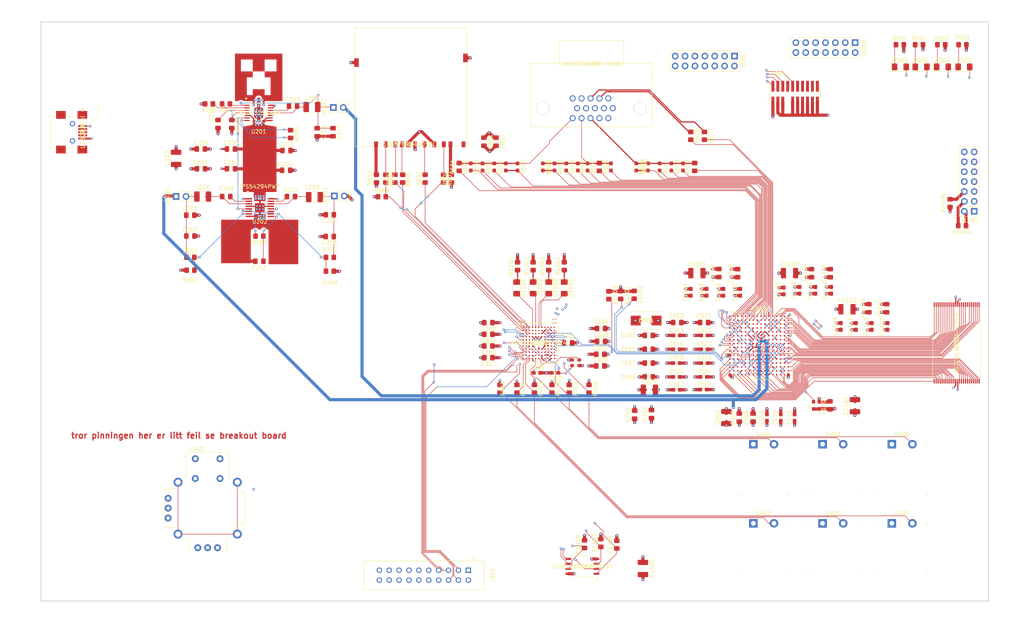
<source format=kicad_pcb>
(kicad_pcb (version 20211014) (generator pcbnew)
  (title_block (title "so i begins") (date "2022-09-30") (rev "0"))
  (layers (0 "F.Cu" signal) (1 "In1.Cu" signal) (2 "In2.Cu" signal) (3 "In3.Cu" signal) (4 "In4.Cu" signal) (31 "B.Cu" signal) (34 "B.Paste" user) (35 "F.Paste" user) (36 "B.SilkS" user "B.Silkscreen") (37 "F.SilkS" user "F.Silkscreen") (38 "B.Mask" user) (39 "F.Mask" user) (44 "Edge.Cuts" user))
  (net 0 "")
  (net 1 "Net-(C201-Pad1)")
  (net 2 "GND")
  (net 3 "Net-(C208-Pad1)")
  (net 4 "Net-(C209-Pad1)")
  (net 5 "Net-(C209-Pad2)")
  (net 6 "Net-(C210-Pad1)")
  (net 7 "Net-(C211-Pad1)")
  (net 8 "Net-(C212-Pad1)")
  (net 9 "Net-(C212-Pad2)")
  (net 10 "Net-(C213-Pad1)")
  (net 11 "Net-(C213-Pad2)")
  (net 12 "Net-(C216-Pad1)")
  (net 13 "Net-(C218-Pad1)")
  (net 14 "Net-(C301-Pad1)")
  (net 15 "+3.3V")
  (net 16 "Net-(C309-Pad1)")
  (net 17 "Net-(C310-Pad1)")
  (net 18 "+1V0")
  (net 19 "+3V3")
  (net 20 "Net-(D501-Pad1)")
  (net 21 "FPGA_DEBUG_LED_BLOCK35_1")
  (net 22 "Net-(D502-Pad1)")
  (net 23 "FPGA_DEBUG_LED_BLOCK35_2")
  (net 24 "Net-(D503-Pad1)")
  (net 25 "FPGA_DEBUG_LED_BLOCK14_1")
  (net 26 "Net-(D504-Pad1)")
  (net 27 "FPGA_DEBUG_LED_BLOCK15_1")
  (net 28 "Net-(D1001-Pad1)")
  (net 29 "mcu_led1")
  (net 30 "Net-(D1002-Pad1)")
  (net 31 "mcu_led2")
  (net 32 "Net-(D1003-Pad1)")
  (net 33 "mcu_led3")
  (net 34 "Net-(D1004-Pad1)")
  (net 35 "mcu_led4")
  (net 36 "mcu_debug_reset")
  (net 37 "/Mcu/MCU_GPIO_1")
  (net 38 "/Mcu/MCU_GPIO_2")
  (net 39 "/Mcu/MCU_GPIO_3")
  (net 40 "/Mcu/MCU_GPIO_4")
  (net 41 "MCU_DEBUG_US0_MISO")
  (net 42 "MCU_DEBUG_US0_MOSI")
  (net 43 "MCU_DEBUG_US0_CLK")
  (net 44 "MCU_DEBUG_US0_CS")
  (net 46 "js_gpio_6")
  (net 47 "js_gpio_4")
  (net 48 "js_gpio_2")
  (net 49 "con_js_vert_1")
  (net 52 "con_js_button")
  (net 58 "con_hor_1")
  (net 60 "js_gpio_5")
  (net 61 "js_gpio_3")
  (net 62 "js_gpio_1")
  (net 63 "Net-(J601-Pad1)")
  (net 64 "Net-(J601-Pad2)")
  (net 65 "Net-(J601-Pad3)")
  (net 70 "Net-(J601-Pad13)")
  (net 71 "Net-(J601-Pad14)")
  (net 73 "/fpga/fpga ub/FPGA_GPIO_1")
  (net 74 "/fpga/fpga ub/FPGA_GPIO_2")
  (net 75 "/fpga/fpga ub/FPGA_GPIO_3")
  (net 76 "/fpga/fpga ub/FPGA_GPIO_4")
  (net 77 "/fpga/fpga ub/FPGA_GPIO_5")
  (net 78 "/fpga/fpga ub/FPGA_GPIO_6")
  (net 79 "/fpga/fpga ub/FPGA_GPIO_8")
  (net 80 "Net-(J1401-Pad4)")
  (net 81 "Net-(J1401-Pad6)")
  (net 82 "Net-(J1401-Pad8)")
  (net 83 "Net-(J1401-Pad10)")
  (net 86 "Net-(R201-Pad2)")
  (net 87 "Net-(R203-Pad2)")
  (net 88 "Net-(R205-Pad1)")
  (net 89 "Net-(R206-Pad2)")
  (net 90 "Net-(R207-Pad2)")
  (net 91 "bo_button_1")
  (net 92 "bo_button_2")
  (net 93 "bo_button_3")
  (net 94 "bo_button_4")
  (net 95 "bo_button_5")
  (net 96 "bo_button_6")
  (net 97 "vga_r1")
  (net 98 "vga_r2")
  (net 99 "vga_r3")
  (net 100 "vga_r4")
  (net 101 "vga_r5")
  (net 102 "vga_g1")
  (net 103 "vga_g2")
  (net 104 "vga_g3")
  (net 105 "vga_g4")
  (net 106 "vga_g5")
  (net 107 "vga_g6")
  (net 108 "vga_b1")
  (net 109 "vga_b2")
  (net 110 "vga_b3")
  (net 111 "vga_b4")
  (net 112 "vga_b5")
  (net 113 "vga_hsync")
  (net 114 "vga_vsync")
  (net 115 "MCU_SD_US0_CLK")
  (net 116 "Net-(J801-Pad5)")
  (net 117 "MCU_SD_US0_MOSI")
  (net 118 "Net-(J801-Pad2)")
  (net 119 "Net-(J801-Pad9)")
  (net 120 "Net-(J801-Pad8)")
  (net 121 "Net-(J801-Pad1)")
  (net 122 "MCU_SD_US0_CS")
  (net 123 "Net-(J801-Pad10)")
  (net 124 "SD_CARD_DETECT")
  (net 125 "Net-(J801-Pad7)")
  (net 126 "MCU_SD_US0_MISO")
  (net 127 "FPGA_PROGRAM_B")
  (net 128 "Net-(R1402-Pad2)")
  (net 129 "FPGA_DONE")
  (net 130 "FPGA_FLASH_FCSB_CS")
  (net 131 "FPGA_FLASH_D02_IO2")
  (net 132 "FPGA_FLASH_D03_IO3")
  (net 133 "bo_js_hor_1")
  (net 134 "bo_js_button_1")
  (net 135 "bo_js_vert_1")
  (net 136 "SRAM_A4")
  (net 137 "SRAM_A3")
  (net 138 "SRAM_A2")
  (net 139 "SRAM_A1")
  (net 140 "SRAM_A0")
  (net 142 "SRAM_#CE")
  (net 143 "SRAM_D0")
  (net 144 "SRAM_D1")
  (net 145 "SRAM_D2")
  (net 146 "SRAM_D3")
  (net 147 "SRAM_D4")
  (net 148 "SRAM_D5")
  (net 149 "SRAM_D6")
  (net 150 "SRAM_D7")
  (net 151 "SRAM_#WE")
  (net 153 "SRAM_A18")
  (net 154 "SRAM_A17")
  (net 155 "SRAM_A16")
  (net 156 "SRAM_A15")
  (net 157 "SRAM_A14")
  (net 158 "SRAM_A13")
  (net 159 "SRAM_A12")
  (net 160 "SRAM_A11")
  (net 161 "SRAM_A10")
  (net 162 "SRAM_A9")
  (net 163 "SRAM_A8")
  (net 165 "SRAM_D8")
  (net 166 "SRAM_D9")
  (net 167 "SRAM_D10")
  (net 168 "SRAM_D11")
  (net 169 "SRAM_D12")
  (net 170 "SRAM_D13")
  (net 171 "SRAM_D14")
  (net 172 "SRAM_D15")
  (net 173 "SRAM_#LB")
  (net 174 "SRAM_#UB")
  (net 175 "SRAM_#OE")
  (net 176 "SRAM_A19")
  (net 177 "SRAM_A7")
  (net 178 "SRAM_A6")
  (net 179 "SRAM_A5")
  (net 180 "FPGA_OSCILLATOR_CLOCK")
  (net 181 "mcu_debug_serial_out")
  (net 182 "FGPA_MCU_EXTRA1")
  (net 183 "FGPA_MCU_EXTRA2")
  (net 184 "mcu_debug_serial_data")
  (net 185 "mcu_debug_serial_clock")
  (net 186 "FGPA_MCU_SPI_SDI")
  (net 187 "FGPA_MCU_SPI_SDO")
  (net 188 "FGPA_MCU_SPI_CLK")
  (net 189 "FGPA_MCU_SPI_CS")
  (net 190 "Net-(U1402-Pad6)")
  (net 246 "unconnected-(U202-Pad11)")
  (net 247 "+1V8")
  (net 248 "+5V")
  (net 281 "unconnected-(U301-PadC11)")
  (net 299 "unconnected-(U401-PadS1)")
  (net 300 "FPGA_FLASH_D01_IO1")
  (net 301 "FPGA_FLASH_D00_IO0")
  (net 319 "/fpga/fpga ua/FPGA_GPIO_7")
  (net 320 "/fpga/fpga ua/FPGA_GPIO_10")
  (net 321 "/fpga/fpga ua/FPGA_GPIO_8")
  (net 323 "/fpga/fpga ua/FPGA_GPIO_11")
  (net 324 "/fpga/fpga ua/FPGA_GPIO_1")
  (net 326 "/fpga/fpga ua/FPGA_GPIO_9")
  (net 337 "/fpga/fpga ub/FPGA_GPIO_7")
  (footprint "Resistor_SMD:R_0805_2012Metric_Pad1.20x1.40mm_HandSolder" (layer "F.Cu") (at 77.994 80.01 180)
    (fp_text reference "R202")
    (fp_text value "22.1k")
  )
  (footprint "Capacitor_SMD:C_0805_2012Metric_Pad1.18x1.45mm_HandSolder" (layer "F.Cu") (at 85.049017 42.480483 -90)
    (fp_text reference "C210")
    (fp_text value "1u")
  )
  (footprint "Capacitor_SMD:C_0805_2012Metric_Pad1.18x1.45mm_HandSolder" (layer "F.Cu") (at 156.464 47.0115 -90)
    (fp_text reference "C802")
    (fp_text value "10u")
  )
  (footprint "LED_SMD:LED_1206_3216Metric_Pad1.42x1.75mm_HandSolder" (layer "F.Cu") (at 265.6525 27.8)
    (fp_text reference "D501")
    (fp_text value "LED")
  )
  (footprint "Capacitor_SMD:C_0603_1608Metric_Pad1.08x0.95mm_HandSolder" (layer "F.Cu") (at 253.001 94.4685 90)
    (fp_text reference "C1113")
    (fp_text value "470nF")
  )
  (footprint "oscillator-footprints:OSC_ECS-2520S25-250-FN-TR" (layer "F.Cu") (at 238.75 114.75 90)
    (fp_text reference "Y1101")
    (fp_text value "ECS-2520MV-080-BN-TR")
  )
  (footprint "Package_BGA:Xilinx_FTG256" (layer "F.Cu") (at 224.05 99.35)
    (fp_text reference "U666")
    (fp_text value "XC7A75T-FTG256")
  )
  (footprint "Capacitor_SMD:C_1210_3225Metric_Pad1.33x2.70mm_HandSolder" (layer "F.Cu") (at 208.0645 80.772)
    (fp_text reference "C1201")
    (fp_text value "47uF")
  )
  (footprint "Capacitor_SMD:C_0805_2012Metric_Pad1.18x1.45mm_HandSolder" (layer "F.Cu") (at 218.948 117.8775 90)
    (fp_text reference "C504")
    (fp_text value "4.7u")
  )
  (footprint "digikey-footprints:PushButton_12x12mm_THT_GPTS203211B" (layer "F.Cu") (at 240.35 124.73)
    (fp_text reference "S402")
    (fp_text value "GPTS203211B")
  )
  (footprint "LED_SMD:LED_1206_3216Metric_Pad1.42x1.75mm_HandSolder" (layer "F.Cu") (at 174 84.5625 -90)
    (fp_text reference "D1004")
    (fp_text value "LED")
  )
  (footprint "Capacitor_SMD:C_0603_1608Metric_Pad1.08x0.95mm_HandSolder" (layer "F.Cu") (at 248.937 94.4685 90)
    (fp_text reference "C1111")
    (fp_text value "470nF")
  )
  (footprint "Resistor_SMD:R_0603_1608Metric_Pad0.98x0.95mm_HandSolder" (layer "F.Cu") (at 174.5 53.5 90)
    (fp_text reference "R610")
    (fp_text value "1300")
  )
  (footprint "Capacitor_SMD:C_1210_3225Metric_Pad1.33x2.70mm_HandSolder" (layer "F.Cu") (at 215.646 117.8775 90)
    (fp_text reference "C502")
    (fp_text value "47u")
  )
  (footprint "Capacitor_SMD:C_0805_2012Metric_Pad1.18x1.45mm_HandSolder" (layer "F.Cu") (at 237.49 80.7935 90)
    (fp_text reference "C1104")
    (fp_text value "4.7uF")
  )
  (footprint "Connector_PinHeader_2.54mm:PinHeader_2x07_P2.54mm_Vertical" (layer "F.Cu") (at 248.725 21.575 -90)
    (fp_text reference "J1201")
    (fp_text value "Conn_02x07_Top_Bottom")
  )
  (footprint "Resistor_SMD:R_0805_2012Metric_Pad1.20x1.40mm_HandSolder" (layer "F.Cu") (at 187.5 150.5 -90)
    (fp_text reference "R1406")
    (fp_text value "2.4k")
  )
  (footprint "Capacitor_SMD:C_0805_2012Metric_Pad1.18x1.45mm_HandSolder" (layer "F.Cu") (at 77.929375 65.890478)
    (fp_text reference "C201")
    (fp_text value "22u")
  )
  (footprint "Resistor_SMD:R_0805_2012Metric_Pad1.20x1.40mm_HandSolder" (layer "F.Cu") (at 180.34 110.49 -90)
    (fp_text reference "R406")
    (fp_text value "40k")
  )
  (footprint "Capacitor_SMD:C_0805_2012Metric_Pad1.18x1.45mm_HandSolder" (layer "F.Cu") (at 183.4465 95)
    (fp_text reference "C306")
    (fp_text value "100n")
  )
  (footprint "digikey-footprints:PushButton_12x12mm_THT_GPTS203211B" (layer "F.Cu") (at 258.13 124.73)
    (fp_text reference "S406")
    (fp_text value "GPTS203211B")
  )
  (footprint "Capacitor_SMD:C_0603_1608Metric_Pad1.08x0.95mm_HandSolder" (layer "F.Cu") (at 209.8255 107.442)
    (fp_text reference "C524")
    (fp_text value "470n")
  )
  (footprint "Resistor_SMD:R_0805_2012Metric_Pad1.20x1.40mm_HandSolder" (layer "F.Cu") (at 260.2025 22.1)
    (fp_text reference "R504")
    (fp_text value "330")
  )
  (footprint "Capacitor_SMD:C_0805_2012Metric_Pad1.18x1.45mm_HandSolder" (layer "F.Cu") (at 183.258 104.618)
    (fp_text reference "C308")
    (fp_text value "100n")
  )
  (footprint "Resistor_SMD:R_0805_2012Metric_Pad1.20x1.40mm_HandSolder" (layer "F.Cu") (at 125.75 56.5 90)
    (fp_text reference "R803")
    (fp_text value "47k")
  )
  (footprint "LED_SMD:LED_1206_3216Metric_Pad1.42x1.75mm_HandSolder" (layer "F.Cu") (at 271.15 27.8)
    (fp_text reference "D502")
    (fp_text value "LED")
  )
  (footprint "Capacitor_SMD:C_0805_2012Metric_Pad1.18x1.45mm_HandSolder" (layer "F.Cu") (at 77.9565 71.247)
    (fp_text reference "C202")
    (fp_text value "22u")
  )
  (footprint "Resistor_SMD:R_0805_2012Metric_Pad1.20x1.40mm_HandSolder" (layer "F.Cu") (at 127.15 61.15)
    (fp_text reference "R808")
    (fp_text value "47k")
  )
  (footprint "Capacitor_SMD:C_0603_1608Metric_Pad1.08x0.95mm_HandSolder" (layer "F.Cu") (at 230.378 85.344 90)
    (fp_text reference "C1108")
    (fp_text value "470nF")
  )
  (footprint "Capacitor_SMD:C_0603_1608Metric_Pad1.08x0.95mm_HandSolder" (layer "F.Cu") (at 171.6 106.4 180)
    (fp_text reference "C310")
    (fp_text value "12p")
  )
  (footprint "debug-footprints:SAMTEC_FTSH-110-01-L-DV-007" (layer "F.Cu") (at 233.3 34.8)
    (fp_text reference "J901")
    (fp_text value "FTSH-110-01-L-DV-007")
  )
  (footprint "Capacitor_SMD:C_0603_1608Metric_Pad1.08x0.95mm_HandSolder" (layer "F.Cu") (at 257.065 94.4685 90)
    (fp_text reference "C1115")
    (fp_text value "470nF")
  )
  (footprint "LED_SMD:LED_1206_3216Metric_Pad1.42x1.75mm_HandSolder" (layer "F.Cu") (at 161.76 84.5625 -90)
    (fp_text reference "D1001")
    (fp_text value "LED")
  )
  (footprint "Capacitor_SMD:C_0603_1608Metric_Pad1.08x0.95mm_HandSolder" (layer "F.Cu") (at 219.202 85.6985 90)
    (fp_text reference "C1207")
    (fp_text value "470nF")
  )
  (footprint "LED_SMD:LED_1206_3216Metric_Pad1.42x1.75mm_HandSolder" (layer "F.Cu") (at 276.665 27.8)
    (fp_text reference "D503")
    (fp_text value "LED")
  )
  (footprint "Capacitor_SMD:C_1210_3225Metric_Pad1.33x2.70mm_HandSolder" (layer "F.Cu") (at 194.2 156.65 -90)
    (fp_text reference "C1402")
    (fp_text value "100u")
  )
  (footprint "Capacitor_SMD:C_0805_2012Metric_Pad1.18x1.45mm_HandSolder" (layer "F.Cu") (at 213.691 80.7505 90)
    (fp_text reference "C1202")
    (fp_text value "4.7uF")
  )
  (footprint "Capacitor_SMD:C_0805_2012Metric_Pad1.18x1.45mm_HandSolder" (layer "F.Cu") (at 88.3705 48.895)
    (fp_text reference "C206")
    (fp_text value "10u")
  )
  (footprint "Resistor_SMD:R_0805_2012Metric_Pad1.20x1.40mm_HandSolder" (layer "F.Cu") (at 270.85 22.1)
    (fp_text reference "R502")
    (fp_text value "330")
  )
  (footprint "Resistor_SMD:R_0805_2012Metric_Pad1.20x1.40mm_HandSolder" (layer "F.Cu") (at 207.5 53.5 90)
    (fp_text reference "R612")
    (fp_text value "8760")
  )
  (footprint "Capacitor_SMD:C_0603_1608Metric_Pad1.08x0.95mm_HandSolder" (layer "F.Cu") (at 202.819 103.886)
    (fp_text reference "C518")
    (fp_text value "470n")
  )
  (footprint "Resistor_SMD:R_0805_2012Metric_Pad1.20x1.40mm_HandSolder" (layer "F.Cu") (at 166 79 90)
    (fp_text reference "R1002")
    (fp_text value "330")
  )
  (footprint "Capacitor_SMD:C_0603_1608Metric_Pad1.08x0.95mm_HandSolder" (layer "F.Cu") (at 209.974 103.886)
    (fp_text reference "C523")
    (fp_text value "470n")
  )
  (footprint "Resistor_SMD:R_0603_1608Metric_Pad0.98x0.95mm_HandSolder" (layer "F.Cu") (at 177.5 53.5 90)
    (fp_text reference "R609")
    (fp_text value "2200")
  )
  (footprint "Resistor_SMD:R_0805_2012Metric_Pad1.20x1.40mm_HandSolder" (layer "F.Cu") (at 276.295 22.1)
    (fp_text reference "R503")
    (fp_text value "330")
  )
  (footprint "Capacitor_SMD:C_0805_2012Metric_Pad1.18x1.45mm_HandSolder" (layer "F.Cu") (at 154.5 99.5 180)
    (fp_text reference "C303")
    (fp_text value "100n")
  )
  (footprint "Resistor_SMD:R_0805_2012Metric_Pad1.20x1.40mm_HandSolder" (layer "F.Cu") (at 162 79 90)
    (fp_text reference "R1001")
    (fp_text value "330")
  )
  (footprint "Resistor_SMD:R_0805_2012Metric_Pad1.20x1.40mm_HandSolder" (layer "F.Cu") (at 265.135 22.1)
    (fp_text reference "R501")
    (fp_text value "330")
  )
  (footprint "Capacitor_SMD:C_0805_2012Metric_Pad1.18x1.45mm_HandSolder" (layer "F.Cu") (at 196.4 116.9875 90)
    (fp_text reference "C702")
    (fp_text value "100n")
  )
  (footprint "Resistor_SMD:R_0805_2012Metric_Pad1.20x1.40mm_HandSolder" (layer "F.Cu") (at 130.5 56.5 90)
    (fp_text reference "R802")
    (fp_text value "22")
  )
  (footprint "Capacitor_SMD:C_0805_2012Metric_Pad1.18x1.45mm_HandSolder" (layer "F.Cu") (at 256.811 89.796 90)
    (fp_text reference "C1107")
    (fp_text value "4.7uF")
  )
  (footprint "Capacitor_SMD:C_0603_1608Metric_Pad1.08x0.95mm_HandSolder" (layer "F.Cu") (at 209.9525 100.33)
    (fp_text reference "C522")
    (fp_text value "470n")
  )
  (footprint "digikey-footprints:PushButton_12x12mm_THT_GPTS203211B" (layer "F.Cu") (at 222.57 145.05)
    (fp_text reference "S403")
    (fp_text value "GPTS203211B")
  )
  (footprint "Capacitor_SMD:C_0805_2012Metric_Pad1.18x1.45mm_HandSolder" (layer "F.Cu") (at 242.25 114.75 90)
    (fp_text reference "C1101")
    (fp_text value "100n")
  )
  (footprint "Resistor_SMD:R_0805_2012Metric_Pad1.20x1.40mm_HandSolder" (layer "F.Cu") (at 113.776 80.264)
    (fp_text reference "R208")
    (fp_text value "22.1k")
  )
  (footprint "Capacitor_SMD:C_0805_2012Metric_Pad1.18x1.45mm_HandSolder" (layer "F.Cu") (at 154.5 102.5 180)
    (fp_text reference "C307")
    (fp_text value "100n")
  )
  (footprint "Capacitor_SMD:C_0603_1608Metric_Pad1.08x0.95mm_HandSolder" (layer "F.Cu") (at 202.8495 110.744)
    (fp_text reference "C517")
    (fp_text value "470n")
  )
  (footprint "Capacitor_SMD:C_0805_2012Metric_Pad1.18x1.45mm_HandSolder" (layer "F.Cu") (at 183.258 101.618)
    (fp_text reference "C311")
    (fp_text value "10u")
  )
  (footprint "LED_SMD:LED_1206_3216Metric_Pad1.42x1.75mm_HandSolder" (layer "F.Cu") (at 170 84.5625 -90)
    (fp_text reference "D1003")
    (fp_text value "LED")
  )
  (footprint "Capacitor_SMD:C_0805_2012Metric_Pad1.18x1.45mm_HandSolder" (layer "F.Cu") (at 102.56325 54.356 180)
    (fp_text reference "C207")
    (fp_text value "100n")
  )
  (footprint "Resistor_SMD:R_0603_1608Metric_Pad0.98x0.95mm_HandSolder" (layer "F.Cu") (at 171.5 53.5 90)
    (fp_text reference "R611")
    (fp_text value "1100")
  )
  (footprint "Capacitor_SMD:C_0603_1608Metric_Pad1.08x0.95mm_HandSolder" (layer "F.Cu") (at 209.974 96.774)
    (fp_text reference "C521")
    (fp_text value "470n")
  )
  (footprint "Capacitor_SMD:C_0805_2012Metric_Pad1.18x1.45mm_HandSolder" (layer "F.Cu") (at 195.707 100.33)
    (fp_text reference "C505")
    (fp_text value "4.7u")
  )
  (footprint "Resistor_SMD:R_0805_2012Metric_Pad1.20x1.40mm_HandSolder" (layer "F.Cu") (at 147 53.5 90)
    (fp_text reference "R601")
    (fp_text value "8760")
  )
  (footprint "Resistor_SMD:R_0603_1608Metric_Pad0.98x0.95mm_HandSolder" (layer "F.Cu") (at 204.5 53.5 90)
    (fp_text reference "R613")
    (fp_text value "4420")
  )
  (footprint "Resistor_SMD:R_0805_2012Metric_Pad1.20x1.40mm_HandSolder" (layer "F.Cu") (at 174 79 90)
    (fp_text reference "R1004")
    (fp_text value "330")
  )
  (footprint "Capacitor_SMD:C_1210_3225Metric_Pad1.33x2.70mm_HandSolder" (layer "F.Cu") (at 195.8645 110.744)
    (fp_text reference "C515")
    (fp_text value "47u")
  )
  (footprint "mcu_kicad:EFM32GG990F1024" (layer "F.Cu") (at 167.45 98.71)
    (fp_text reference "U301")
    (fp_text value "EFM32GG990F1024")
  )
  (footprint "Resistor_SMD:R_0603_1608Metric_Pad0.98x0.95mm_HandSolder" (layer "F.Cu") (at 156 53.5 90)
    (fp_text reference "R604")
    (fp_text value "1300")
  )
  (footprint "Connector_PinHeader_2.54mm:PinHeader_2x07_P2.54mm_Vertical" (layer "F.Cu") (at 279.3 64.89 180)
    (fp_text reference "J1401")
    (fp_text value "FPGA_JTAG")
  )
  (footprint "Capacitor_SMD:C_0603_1608Metric_Pad1.08x0.95mm_HandSolder" (layer "F.Cu") (at 202.862 96.774)
    (fp_text reference "C514")
    (fp_text value "470n")
  )
  (footprint "Capacitor_SMD:C_0805_2012Metric_Pad1.18x1.45mm_HandSolder" (layer "F.Cu") (at 195.707 107.442)
    (fp_text reference "C509")
    (fp_text value "4.7u")
  )
  (footprint "oscillator-footprints:OSC_ECS-2520S25-250-FN-TR" (layer "F.Cu") (at 176.925 103.8)
    (fp_text reference "Y301")
    (fp_text value "Crystal_GND24")
  )
  (footprint "Connector_PinHeader_2.54mm:PinHeader_1x02_P2.54mm_Vertical" (layer "F.Cu") (at 114.935 60.96 90)
    (fp_text reference "JP203")
    (fp_text value "Jumper_2_Open")
  )
  (footprint "Resistor_SMD:R_0805_2012Metric_Pad1.20x1.40mm_HandSolder" (layer "F.Cu") (at 166.335 110.49 -90)
    (fp_text reference "R401")
    (fp_text value "40k")
  )
  (footprint "Inductor_SMD:L_1210_3225Metric_Pad1.42x2.65mm_HandSolder" (layer "F.Cu") (at 109.1835 38.1)
    (fp_text reference "L202")
    (fp_text value "1.5u")
  )
  (footprint "Capacitor_SMD:C_0805_2012Metric_Pad1.18x1.45mm_HandSolder" (layer "F.Cu") (at 102.6375 49.276 180)
    (fp_text reference "C215")
    (fp_text value "100n")
  )
  (footprint "sd:10067847-001RLF" (layer "F.Cu") (at 134.62 33.02 180)
    (fp_text reference "J801")
    (fp_text value "10067847-001RLF")
  )
  (footprint "Resistor_SMD:R_0603_1608Metric_Pad0.98x0.95mm_HandSolder" (layer "F.Cu") (at 162 53.5 -90)
    (fp_text reference "R619")
    (fp_text value "1100")
  )
  (footprint "Resistor_SMD:R_0805_2012Metric_Pad1.20x1.40mm_HandSolder" (layer "F.Cu") (at 128.15 56.5 -90)
    (fp_text reference "R805")
    (fp_text value "22")
  )
  (footprint "Capacitor_SMD:C_0805_2012Metric_Pad1.18x1.45mm_HandSolder" (layer "F.Cu") (at 95.682375 77.724 180)
    (fp_text reference "C211")
    (fp_text value "1u")
  )
  (footprint "Capacitor_SMD:C_0805_2012Metric_Pad1.18x1.45mm_HandSolder" (layer "F.Cu") (at 80.645 48.895 180)
    (fp_text reference "C204")
    (fp_text value "10u")
  )
  (footprint "Capacitor_SMD:C_0805_2012Metric_Pad1.18x1.45mm_HandSolder" (layer "F.Cu") (at 183.468 98.302)
    (fp_text reference "C305")
    (fp_text value "100n")
  )
  (footprint "Capacitor_SMD:C_0805_2012Metric_Pad1.18x1.45mm_HandSolder" (layer "F.Cu") (at 88.3705 53.975)
    (fp_text reference "C214")
    (fp_text value "10u")
  )
  (footprint "Resistor_SMD:R_0805_2012Metric_Pad1.20x1.40mm_HandSolder" (layer "F.Cu") (at 113.78125 76.724158 180)
    (fp_text reference "R207")
    (fp_text value "73.2k")
  )
  (footprint "Capacitor_SMD:C_0805_2012Metric_Pad1.18x1.45mm_HandSolder" (layer "F.Cu") (at 88.605017 42.480483 -90)
    (fp_text reference "C208")
    (fp_text value "3.3n")
  )
  (footprint "LED_SMD:LED_1206_3216Metric_Pad1.42x1.75mm_HandSolder" (layer "F.Cu") (at 260.355 27.8)
    (fp_text reference "D504")
    (fp_text value "LED")
  )
  (footprint "Capacitor_SMD:C_0805_2012Metric_Pad1.18x1.45mm_HandSolder" (layer "F.Cu") (at 192.082 117.141 90)
    (fp_text reference "C701")
    (fp_text value "100n")
  )
  (footprint "assvga:AHDF15A-KG-TAXB" (layer "F.Cu") (at 181 27)
    (fp_text reference "J601")
    (fp_text value "AHDF15A-KG-TAXB")
  )
  (footprint "Connector_PinHeader_2.54mm:PinHeader_2x07_P2.54mm_Vertical" (layer "F.Cu") (at 217.725 25.025 -90)
    (fp_text reference "J301")
    (fp_text value "Conn_02x07_Odd_Even")
  )
  (footprint "Capacitor_SMD:C_0805_2012Metric_Pad1.18x1.45mm_HandSolder" (layer "F.Cu") (at 154.5 96.5 180)
    (fp_text reference "C304")
    (fp_text value "100n")
  )
  (footprint "Resistor_SMD:R_0603_1608Metric_Pad0.98x0.95mm_HandSolder" (layer "F.Cu") (at 198.5 53.5 90)
    (fp_text reference "R615")
    (fp_text value "1300")
  )
  (footprint "Resistor_SMD:R_0805_2012Metric_Pad1.20x1.40mm_HandSolder" (layer "F.Cu") (at 145 56.5 90)
    (fp_text reference "R804")
    (fp_text value "47k")
  )
  (footprint "Capacitor_SMD:C_0805_2012Metric_Pad1.18x1.45mm_HandSolder" (layer "F.Cu") (at 113.749 71.374 180)
    (fp_text reference "C218")
    (fp_text value "22u")
  )
  (footprint "Resistor_SMD:R_0603_1608Metric_Pad0.98x0.95mm_HandSolder" (layer "F.Cu") (at 168.5 53.5 -90)
    (fp_text reference "R620")
    (fp_text value "1100")
  )
  (footprint "digikey-footprints:PushButton_12x12mm_THT_GPTS203211B" (layer "F.Cu") (at 258.13 145.05)
    (fp_text reference "S401")
    (fp_text value "GPTS203211B")
  )
  (footprint "Resistor_SMD:R_0805_2012Metric_Pad1.20x1.40mm_HandSolder" (layer "F.Cu") (at 206.5 45.5 -90)
    (fp_text reference "R618")
    (fp_text value "100")
  )
  (footprint "Resistor_SMD:R_0603_1608Metric_Pad0.98x0.95mm_HandSolder" (layer "F.Cu") (at 186 53.5 90)
    (fp_text reference "R606")
    (fp_text value "17400")
  )
  (footprint "Capacitor_SMD:C_1210_3225Metric_Pad1.33x2.70mm_HandSolder" (layer "F.Cu") (at 246.6125 90.05)
    (fp_text reference "C1103")
    (fp_text value "47uF")
  )
  (footprint "Capacitor_SMD:C_0603_1608Metric_Pad1.08x0.95mm_HandSolder" (layer "F.Cu") (at 226.06 117.8775 90)
    (fp_text reference "C508")
    (fp_text value "470n")
  )
  (footprint "Capacitor_SMD:C_0603_1608Metric_Pad1.08x0.95mm_HandSolder" (layer "F.Cu") (at 234.442 85.1905 90)
    (fp_text reference "C1110")
    (fp_text value "470nF")
  )
  (footprint "Capacitor_SMD:C_0805_2012Metric_Pad1.18x1.45mm_HandSolder" (layer "F.Cu") (at 103.788875 61.109522)
    (fp_text reference "C212")
    (fp_text value "100n")
  )
  (footprint "Capacitor_SMD:C_0603_1608Metric_Pad1.08x0.95mm_HandSolder" (layer "F.Cu") (at 245.05 94.4685 90)
    (fp_text reference "C1109")
    (fp_text value "470nF")
  )
  (footprint "Capacitor_SMD:C_0603_1608Metric_Pad1.08x0.95mm_HandSolder" (layer "F.Cu") (at 167 106.4)
    (fp_text reference "C309")
    (fp_text value "12p")
  )
  (footprint "Capacitor_SMD:C_0805_2012Metric_Pad1.18x1.45mm_HandSolder" (layer "F.Cu") (at 252.239 89.796 90)
    (fp_text reference "C1105")
    (fp_text value "4.7uF")
  )
  (footprint "Resistor_SMD:R_0805_2012Metric_Pad1.20x1.40mm_HandSolder" (layer "F.Cu") (at 161.835 110.49 -90)
    (fp_text reference "R405")
    (fp_text value "40k")
  )
  (footprint "Capacitor_SMD:C_0805_2012Metric_Pad1.18x1.45mm_HandSolder" (layer "F.Cu") (at 222.504 117.8775 90)
    (fp_text reference "C506")
    (fp_text value "4.7u")
  )
  (footprint "Capacitor_SMD:C_0805_2012Metric_Pad1.18x1.45mm_HandSolder" (layer "F.Cu") (at 203.03 93.472)
    (fp_text reference "C513")
    (fp_text value "4.7u")
  )
  (footprint "Resistor_SMD:R_0603_1608Metric_Pad0.98x0.95mm_HandSolder" (layer "F.Cu") (at 195.5 53.5 90)
    (fp_text reference "R616")
    (fp_text value "1100")
  )
  (footprint "Resistor_SMD:R_0805_2012Metric_Pad1.20x1.40mm_HandSolder" (layer "F.Cu") (at 103.698642 45.054819 -90)
    (fp_text reference "R205")
    (fp_text value "100k")
  )
  (footprint "digikey-footprints:PushButton_12x12mm_THT_GPTS203211B" (layer "F.Cu") (at 240.35 145.05)
    (fp_text reference "S405")
    (fp_text value "GPTS203211B")
  )
  (footprint "Resistor_SMD:R_0805_2012Metric_Pad1.20x1.40mm_HandSolder" (layer "F.Cu") (at 183 53.5 90)
    (fp_text reference "R607")
    (fp_text value "8760")
  )
  (footprint "Resistor_SMD:R_0603_1608Metric_Pad0.98x0.95mm_HandSolder" (layer "F.Cu") (at 201.5 53.5 90)
    (fp_text reference "R614")
    (fp_text value "2200")
  )
  (footprint "Capacitor_SMD:C_0805_2012Metric_Pad1.18x1.45mm_HandSolder" (layer "F.Cu") (at 80.687 53.975 180)
    (fp_text reference "C205")
    (fp_text value "100n")
  )
  (footprint "Connector_PinHeader_2.54mm:PinHeader_1x02_P2.54mm_Vertical" (layer "F.Cu") (at 74.295 61.087 90)
    (fp_text reference "JP201")
    (fp_text value "Jumper_2_Open")
  )
  (footprint "Resistor_SMD:R_0603_1608Metric_Pad0.98x0.95mm_HandSolder" (layer "F.Cu") (at 180 53.5 90)
    (fp_text reference "R608")
    (fp_text value "4420")
  )
  (footprint "Capacitor_SMD:C_0805_2012Metric_Pad1.18x1.45mm_HandSolder" (layer "F.Cu") (at 242.316 80.7935 90)
    (fp_text reference "C1106")
    (fp_text value "4.7uF")
  )
  (footprint "Capacitor_SMD:C_0805_2012Metric_Pad1.18x1.45mm_HandSolder" (layer "F.Cu") (at 153.364 47.0115 -90)
    (fp_text reference "C801")
    (fp_text value "100n")
  )
  (footprint "usb:USB2066-05-RBHM-15-STB-00-00-A" (layer "F.Cu") (at 50.292 42.982001 -90)
    (fp_text reference "J201")
    (fp_text value "USB_B_Mini")
  )
  (footprint "Capacitor_SMD:C_0603_1608Metric_Pad1.08x0.95mm_HandSolder" (layer "F.Cu") (at 214.884 85.6985 90)
    (fp_text reference "C1206")
    (fp_text value "470nF")
  )
  (footprint "Capacitor_SMD:C_1210_3225Metric_Pad1.33x2.70mm_HandSolder" (layer "F.Cu") (at 231.8635 80.772)
    (fp_text reference "C1102")
    (fp_text value "47uF")
  )
  (footprint "Resistor_SMD:R_0805_2012Metric_Pad1.20x1.40mm_HandSolder" (layer "F.Cu") (at 138.25 56.5 90)
    (fp_text reference "R801")
    (fp_text value "22")
  )
  (footprint "Capacitor_SMD:C_0603_1608Metric_Pad1.08x0.95mm_HandSolder" (layer "F.Cu") (at 242.57 85.1905 90)
    (fp_text reference "C1114")
    (fp_text value "470nF")
  )
  (footprint "Capacitor_SMD:C_0805_2012Metric_Pad1.18x1.45mm_HandSolder" (layer "F.Cu") (at 87.170625 61.109522 180)
    (fp_text reference "C209")
    (fp_text value "100n")
  )
  (footprint "Resistor_SMD:R_0805_2012Metric_Pad1.20x1.40mm_HandSolder" (layer "F.Cu") (at 191.95 86.35 -90)
    (fp_text reference "R1402")
    (fp_text value "4.7k")
  )
  (footprint "Capacitor_SMD:C_0805_2012Metric_Pad1.18x1.45mm_HandSolder" (layer "F.Cu") (at 110.522017 44.585483 -90)
    (fp_text reference "C216")
    (fp_text value "22u")
  )
  (footprint "1658525-9-ribbon:TE_1658525-9" (layer "F.Cu") (at 137.922 158.3767 -90)
    (fp_text reference "J302")
    (fp_text value "1658525-9")
  )
  (footprint "Capacitor_SMD:C_0603_1608Metric_Pad1.08x0.95mm_HandSolder" (layer "F.Cu") (at 233.172 117.8775 90)
    (fp_text reference "C512")
    (fp_text value "470n")
  )
  (footprint "Resistor_SMD:R_0805_2012Metric_Pad1.20x1.40mm_HandSolder" (layer "F.Cu") (at 185.45 86.45 -90)
    (fp_text reference "R1403")
    (fp_text value "330")
  )
  (footprint "Resistor_SMD:R_0805_2012Metric_Pad1.20x1.40mm_HandSolder" (layer "F.Cu") (at 188.5 86.4 -90)
    (fp_text reference "R1401")
    (fp_text value "4.7k")
  )
  (footprint "Resistor_SMD:R_0805_2012Metric_Pad1.20x1.40mm_HandSolder" (layer "F.Cu") (at 183.4 150.1 90)
    (fp_text reference "R1407")
    (fp_text value "4.7k")
  )
  (footprint "Resistor_SMD:R_0805_2012Metric_Pad1.20x1.40mm_HandSolder" (layer "F.Cu") (at 170 79 90)
    (fp_text reference "R1003")
    (fp_text value "330")
  )
  (footprint "Inductor_SMD:L_1210_3225Metric_Pad1.42x2.65mm_HandSolder" (layer "F.Cu") (at 109.8407 61.244023)
    (fp_text reference "L203")
    (fp_text value "2.2u")
  )
  (footprint "Resistor_SMD:R_0805_2012Metric_Pad1.20x1.40mm_HandSolder" (layer "F.Cu") (at 157.48 110.49 -90)
    (fp_text reference "R403")
    (fp_text value "40k")
  )
  (footprint "Resistor_SMD:R_0805_2012Metric_Pad1.20x1.40mm_HandSolder" (layer "F.Cu") (at 87.097017 37.307977 180)
    (fp_text reference "R203")
    (fp_text value "6.8k")
  )
  (footprint "Capacitor_SMD:C_0603_1608Metric_Pad1.08x0.95mm_HandSolder" (layer "F.Cu") (at 210.566 85.6985 90)
    (fp_text reference "C1205")
    (fp_text value "470nF")
  )
  (footprint "Capacitor_SMD:C_0805_2012Metric_Pad1.18x1.45mm_HandSolder" (layer "F.Cu") (at 114.586017 44.585483 -90)
    (fp_text reference "C217")
    (fp_text value "22u")
  )
  (footprint "Capacitor_SMD:C_1210_3225Metric_Pad1.33x2.70mm_HandSolder" (layer "F.Cu") (at 248.666 114.8295 90)
    (fp_text reference "C1401")
    (fp_text value "47u")
  )
  (footprint "Resistor_SMD:R_0805_2012Metric_Pad1.20x1.40mm_HandSolder" (layer "F.Cu") (at 77.962 76.708)
    (fp_text reference "R201")
    (fp_text value "30.1k")
  )
  (footprint "Capacitor_SMD:C_0603_1608Metric_Pad1.08x0.95mm_HandSolder" (layer "F.Cu") (at 202.819 100.33)
    (fp_text reference "C516")
    (fp_text value "470n")
  )
  (footprint "Resistor_SMD:R_0805_2012Metric_Pad1.20x1.40mm_HandSolder" (layer "F.Cu") (at 175.26 110.49 -90)
    (fp_text reference "R402")
    (fp_text value "40k")
  )
  (footprint "Resistor_SMD:R_0603_1608Metric_Pad0.98x0.95mm_HandSolder" (layer "F.Cu") (at 153 53.5 90)
    (fp_text reference "R603")
    (fp_text value "2200")
  )
  (footprint "Capacitor_SMD:C_0603_1608Metric_Pad1.08x0.95mm_HandSolder" (layer "F.Cu") (at 238.506 85.1905 90)
    (fp_text reference "C1112")
    (fp_text value "470nF")
  )
  (footprint "digikey-footprints:PushButton_12x12mm_THT_GPTS203211B" (layer "F.Cu") (at 222.57 124.73)
    (fp_text reference "S404")
    (fp_text value "GPTS203211B")
  )
  (footprint "Capacitor_SMD:C_0805_2012Metric_Pad1.18x1.45mm_HandSolder" (layer "F.Cu") (at 218.517 80.7935 90)
    (fp_text reference "C1203")
    (fp_text value "4.7uF")
  )
  (footprint "Resistor_SMD:R_0603_1608Metric_Pad0.98x0.95mm_HandSolder" (layer "F.Cu") (at 159 53.5 90)
    (fp_text reference "R605")
    (fp_text value "1100")
  )
  (footprint "Capacitor_SMD:C_0805_2012Metric_Pad1.18x1.45mm_HandSolder" (layer "F.Cu") (at 113.7705 65.786 180)
    (fp_text reference "C219")
    (fp_text value "22u")
  )
  (footprint "Capacitor_SMD:C_0805_2012Metric_Pad1.18x1.45mm_HandSolder" (layer "F.Cu") (at 174.97 98.7)
    (fp_text reference "C301")
    (fp_text value "1u")
  )
  (footprint "mcu_kicad:XDCR_COM-09032" (layer "F.Cu") (at 82.395 141.155)
    (fp_text reference "U401")
    (fp_text value "COM-09032")
  )
  (footprint "330uF:T520V337M2R5ATE025" (layer "F.Cu") (at 195.0335 92.964)
    (fp_text reference "C501")
    (fp_text value "330u")
  )
  (footprint "Resistor_SMD:R_0603_1608Metric_Pad0.98x0.95mm_HandSolder" (layer "F.Cu") (at 192.5 53.5 -90)
    (fp_text reference "R621")
    (fp_text value "1100")
  )
  (footprint "Inductor_SMD:L_1210_3225Metric_Pad1.42x2.65mm_HandSolder" (layer "F.Cu") (at 81.111125 61.109522)
    (fp_text reference "L201")
    (fp_text value "1.5u")
  )
  (footprint "sram:AS7C316098A-10TIN" (layer "F.Cu") (at 274.802826 98.699776 90)
    (fp_text reference "U701")
    (fp_text value "AS7C316098A-10TIN")
  )
  (footprint "Resistor_SMD:R_0805_2012Metric_Pad1.20x1.40mm_HandSolder" (layer "F.Cu") (at 82.7278 37.307977 180)
    (fp_text reference "R204")
    (fp_text value "22.1k")
  )
  (footprint "Capacitor_SMD:C_0603_1608Metric_Pad1.08x0.95mm_HandSolder" (layer "F.Cu") (at 229.616 117.8775 90)
    (fp_text reference "C510")
    (fp_text value "470n")
  )
  (footprint "Capacitor_SMD:C_0805_2012Metric_Pad1.18x1.45mm_HandSolder" (layer "F.Cu") (at 209.931 93.472)
    (fp_text reference "C511")
    (fp_text value "4.7u")
  )
  (footprint "Resistor_SMD:R_0805_2012Metric_Pad1.20x1.40mm_HandSolder" (layer "F.Cu") (at 143 56.5 -90)
    (fp_text reference "R807")
    (fp_text value "22")
  )
  (footprint "Resistor_SMD:R_0603_1608Metric_Pad0.98x0.95mm_HandSolder" (layer "F.Cu") (at 150 53.5 90)
    (fp_text reference "R602")
    (fp_text value "4420")
  )
  (footprint "Capacitor_SMD:C_0805_2012Metric_Pad1.18x1.45mm_HandSolder" (layer "F.Cu") (at 154.5 93.5 180)
    (fp_text reference "C302")
    (fp_text value "100n")
  )
  (footprint "Resistor_SMD:R_0805_2012Metric_Pad1.20x1.40mm_HandSolder" (layer "F.Cu") (at 273.1 62.8 90)
    (fp_text reference "R1405")
    (fp_text value "10k")
  )
  (footprint "Resistor_SMD:R_0805_2012Metric_Pad1.20x1.40mm_HandSolder" (layer "F.Cu") (at 95.698375 71.269522 180)
    (fp_text reference "R206")
    (fp_text value "100k")
  )
  (footprint "TPS54325:TPS54325PWPR" (layer "F.Cu") (at 95.504 39.624)
    (fp_text reference "U201")
    (fp_text value "TPS54325PWPR")
  )
  (footprint "Capacitor_SMD:C_0805_2012Metric_Pad1.18x1.45mm_HandSolder" (layer "F.Cu") (at 195.7285 103.886)
    (fp_text reference "C507")
    (fp_text value "4.7u")
  )
  (footprint "LED_SMD:LED_1206_3216Metric_Pad1.42x1.75mm_HandSolder" (layer "F.Cu") (at 166 84.5625 -90)
    (fp_text reference "D1002")
    (fp_text value "LED")
  )
  (footprint "Capacitor_SMD:C_0603_1608Metric_Pad1.08x0.95mm_HandSolder" (layer "F.Cu") (at 206.502 85.6985 90)
    (fp_text reference "C1204")
    (fp_text value "470nF")
  )
  (footprint "Resistor_SMD:R_0805_2012Metric_Pad1.20x1.40mm_HandSolder" (layer "F.Cu") (at 132.5 56.5 -90)
    (fp_text reference "R806")
    (fp_text value "22")
  )
  (footprint "Capacitor_SMD:C_0805_2012Metric_Pad1.18x1.45mm_HandSolder" (layer "F.Cu") (at 195.707 96.774)
    (fp_text reference "C503")
    (fp_text value "4.7u")
  )
  (footprint "Connector_PinHeader_2.54mm:PinHeader_1x02_P2.54mm_Vertical" (layer "F.Cu") (at 114.681 38.227 90)
    (fp_text reference "JP202")
    (fp_text value "Jumper_2_Open")
  )
  (footprint "TPS54294:TPS54294PWP" (layer "F.Cu") (at 95.78975 63.9445)
    (fp_text reference "U202")
    (fp_text value "TPS54294PWP")
  )
  (footprint "Resistor_SMD:R_0805_2012Metric_Pad1.20x1.40mm_HandSolder" (layer "F.Cu") (at 276.2 68.6 180)
    (fp_text reference "R1404")
    (fp_text value "10k")
  )
  (footprint "Resistor_SMD:R_0805_2012Metric_Pad1.20x1.40mm_HandSolder" (layer "F.Cu") (at 210 45.5 -90)
    (fp_text reference "R617")
    (fp_text value "100")
  )
  (footprint "Capacitor_SMD:C_0603_1608Metric_Pad1.08x0.95mm_HandSolder" (layer "F.Cu") (at 202.819 107.442)
    (fp_text reference "C520")
    (fp_text value "470n")
  )
  (footprint "Capacitor_SMD:C_1210_3225Metric_Pad1.33x2.70mm_HandSolder" (layer "F.Cu") (at 74.295 51.2875 -90)
    (fp_text reference "C203")
    (fp_text value "100u")
  )
  (footprint "Resistor_SMD:R_0805_2012Metric_Pad1.20x1.40mm_HandSolder" (layer "F.Cu") (at 170.835 110.49 -90)
    (fp_text reference "R404")
    (fp_text value "40k")
  )
  (footprint "Resistor_SMD:R_0805_2012Metric_Pad1.20x1.40mm_HandSolder" (layer "F.Cu") (at 179.2 150.4 90)
    (fp_text reference "R1408")
    (fp_text value "4.7k")
  )
  (footprint "Capacitor_SMD:C_0805_2012Metric_Pad1.18x1.45mm_HandSolder" (layer "F.Cu") (at 104.331517 37.886983)
    (fp_text reference "C213")
    (fp_text value "100n")
  )
  (footprint "flash:S25FL127SABMFV101" (layer "F.Cu") (at 178.65 156.1 180)
    (fp_text reference "U1402")
    (fp_text value "S25FL127SABMFV101")
  )
  (footprint "Capacitor_SMD:C_0603_1608Metric_Pad1.08x0.95mm_HandSolder" (layer "F.Cu") (at 209.757893 110.682053)
    (fp_text reference "C519")
    (fp_text value "470n")
  )
  (gr_rect (start 39.55 16.25) (end 283 165) (layer "Edge.Cuts") (width 0.2) (fill none))
  (gr_text "tror pinningen her er litt feil se breakout board\n" (at 75 122.5) (layer "F.Cu") (effects (font (size 1.5 1.5) (thickness 0.3))))
  (via (at 94.195 136.305) (size 0.6) (drill 0.3) (layers "F.Cu" "B.Cu") (net 0))
  (segment (start 76.919 76.254) (end 76.919 71.247) (width 0.125) (layer "F.Cu") (net 1))
  (segment (start 79.623625 61.109522) (end 79.550625 61.182522) (width 0.125) (layer "F.Cu") (net 1))
  (segment (start 76.919 71.247) (end 76.962 71.204) (width 0.125) (layer "F.Cu") (net 1))
  (segment (start 76.913375 65.911978) (end 76.891875 65.890478) (width 0.125) (layer "F.Cu") (net 1))
  (segment (start 76.945375 65.836978) (end 76.945375 60.778478) (width 0.125) (layer "F.Cu") (net 1))
  (segment (start 76.93 76.2) (end 76.898 76.232) (width 0.125) (layer "F.Cu") (net 1))
  (segment (start 76.891875 65.890478) (end 76.945375 65.836978) (width 0.125) (layer "F.Cu") (net 1))
  (segment (start 76.919 71.247) (end 76.919 66.1885) (width 0.125) (layer "F.Cu") (net 1))
  (segment (start 79.623625 61.109522) (end 76.502625 61.109522) (width 0.125) (layer "F.Cu") (net 1))
  (segment (start 94.234 41.138423) (end 93.374225 40.278648) (width 0.3) (layer "F.Cu") (net 2))
  (segment (start 89.408 53.975) (end 91.44 53.975) (width 0.8) (layer "F.Cu") (net 2))
  (segment (start 93.018824 66.167) (end 94.687175 66.167) (width 0.3) (layer "F.Cu") (net 2))
  (segment (start 76.994 80.01) (end 75.438 80.01) (width 0.8) (layer "F.Cu") (net 2))
  (segment (start 169.85 99.51) (end 169.85 99.45) (width 0.3) (layer "F.Cu") (net 2))
  (segment (start 221.55 98.868) (end 221.996 99.314) (width 0.3) (layer "F.Cu") (net 2))
  (segment (start 184.5055 98.302) (end 185.5 98.302) (width 0.8) (layer "F.Cu") (net 2))
  (segment (start 217.531215 104.85) (end 217.103506 105.277709) (width 0.3) (layer "F.Cu") (net 2))
  (segment (start 216.55 91.85) (end 216.55 91.946418) (width 0.3) (layer "F.Cu") (net 2))
  (segment (start 212.282053 110.682053) (end 210.795393 110.682053) (width 0.8) (layer "F.Cu") (net 2))
  (segment (start 223.350001 99.049999) (end 223.55 98.85) (width 0.3) (layer "F.Cu") (net 2))
  (segment (start 168.870852 103.330851) (end 168.990851 103.330851) (width 0.3) (layer "F.Cu") (net 2))
  (segment (start 140.644999 47.695701) (end 137.399298 44.45) (width 0.8) (layer "F.Cu") (net 2))
  (segment (start 222.55 97.85) (end 221.55 96.85) (width 0.3) (layer "F.Cu") (net 2))
  (segment (start 153.364 48.0615) (end 154.864 49.5615) (width 0.8) (layer "F.Cu") (net 2))
  (segment (start 169.05 95.51) (end 169.103578 95.51) (width 0.3) (layer "F.Cu") (net 2))
  (segment (start 218.55 97.85) (end 218.55 97.881973) (width 0.3) (layer "F.Cu") (net 2))
  (segment (start 94.644875 77.724) (end 93.142375 77.724) (width 0.8) (layer "F.Cu") (net 2))
  (segment (start 253.001 93.606) (end 251.908 93.606) (width 0.8) (layer "F.Cu") (net 2))
  (segment (start 227.55 104.875) (end 227.95 105.275) (width 0.3) (layer "F.Cu") (net 2))
  (segment (start 168.25 101.909999) (end 168.25 102.709999) (width 0.3) (layer "F.Cu") (net 2))
  (segment (start 100.33 49.276) (end 99.568 49.276) (width 0.8) (layer "F.Cu") (net 2))
  (segment (start 277.295 22.1) (end 277.295 23.495) (width 0.8) (layer "F.Cu") (net 2))
  (segment (start 230.125 40.125) (end 230.2 40.2) (width 0.8) (layer "F.Cu") (net 2))
  (segment (start 99.64225 54.356) (end 99.568 54.356) (width 0.8) (layer "F.Cu") (net 2))
  (segment (start 153.364 47.874) (end 153.364 48.0615) (width 0.8) (layer "F.Cu") (net 2))
  (segment (start 167.45 100.31) (end 167.45 99.83) (width 0.3) (layer "F.Cu") (net 2))
  (segment (start 233.935 40.035) (end 234.1 40.2) (width 0.8) (layer "F.Cu") (net 2))
  (segment (start 153.4625 102.5) (end 152.5 102.5) (width 0.8) (layer "F.Cu") (net 2))
  (segment (start 220.55 103.85) (end 220.527141 103.85) (width 0.3) (layer "F.Cu") (net 2))
  (segment (start 174 78) (end 174 76) (width 0.8) (layer "F.Cu") (net 2))
  (segment (start 203.887 110.744) (end 205.284 110.744) (width 0.8) (layer "F.Cu") (net 2))
  (segment (start 120.62 26.695699) (end 119.204301 26.695699) (width 0.8) (layer "F.Cu") (net 2))
  (segment (start 196.596 92.964) (end 198.0815 92.964) (width 0.8) (layer "F.Cu") (net 2))
  (segment (start 234.442 84.328) (end 233.172 84.328) (width 0.8) (layer "F.Cu") (net 2))
  (segment (start 168.25 102.709999) (end 168.870852 103.330851) (width 0.3) (layer "F.Cu") (net 2))
  (segment (start 209.627 80.772) (end 210.82 80.772) (width 0.8) (layer "F.Cu") (net 2))
  (segment (start 239 40.2) (end 241.7 40.2) (width 0.8) (layer "F.Cu") (net 2))
  (segment (start 266.135 23.365) (end 266.1 23.4) (width 0.8) (layer "F.Cu") (net 2))
  (segment (start 226.560813 101.85) (end 227.060813 102.35) (width 0.3) (layer "F.Cu") (net 2))
  (segment (start 255.4855 88.7585) (end 255.464 88.78) (width 0.8) (layer "F.Cu") (net 2))
  (segment (start 81.9978 37.307977) (end 80.6958 37.307977) (width 0.8) (layer "F.Cu") (net 2))
  (segment (start 170.7375 106.4) (end 169.4 106.4) (width 0.8) (layer "F.Cu") (net 2))
  (segment (start 224.562122 105.85) (end 225.030064 106.317942) (width 0.3) (layer "F.Cu") (net 2))
  (segment (start 232.075 96.85) (end 232.1 96.825) (width 0.3) (layer "F.Cu") (net 2))
  (segment (start 223.350001 99.650001) (end 223.350001 99.049999) (width 0.3) (layer "F.Cu") (net 2))
  (segment (start 225.55 96.85) (end 225.55 96.870552) (width 0.3) (layer "F.Cu") (net 2))
  (segment (start 230.562122 103.85) (end 231.030064 103.382058) (width 0.3) (layer "F.Cu") (net 2))
  (segment (start 239.015 40.185) (end 239 40.2) (width 0.8) (layer "F.Cu") (net 2))
  (segment (start 165 99.51) (end 164.66 99.85) (width 0.3) (layer "F.Cu") (net 2))
  (segment (start 93.374225 40.278648) (end 92.60251 40.278648) (width 0.3) (layer "F.Cu") (net 2))
  (segment (start 221.55 98.85) (end 221.55 98.868) (width 0.3) (layer "F.Cu") (net 2))
  (segment (start 203.8565 107.442) (end 205.3805 107.442) (width 0.8) (layer "F.Cu") (net 2))
  (segment (start 52.615998 46.228) (end 50.292 46.228) (width 0.5) (layer "F.Cu") (net 2))
  (segment (start 229.5 40.2) (end 230.2 40.2) (width 0.8) (layer "F.Cu") (net 2))
  (segment (start 165.05 99.51) (end 165 99.51) (width 0.3) (layer "F.Cu") (net 2))
  (segment (start 210.566 84.836) (end 209.296 84.836) (width 0.8) (layer "F.Cu") (net 2))
  (segment (start 227.539187 94.85) (end 227.039187 95.35) (width 0.3) (layer "F.Cu") (net 2))
  (segment (start 162 78) (end 162 76) (width 0.8) (layer "F.Cu") (net 2))
  (segment (start 111.257901 65.780099) (end 111.252 65.786) (width 0.8) (layer "F.Cu") (net 2))
  (segment (start 222.532 99.85) (end 221.996 99.314) (width 0.3) (layer "F.Cu") (net 2))
  (segment (start 239.5375 113.8875) (end 239.475 113.825) (width 0.8) (layer "F.Cu") (net 2))
  (segment (start 88.605017 43.517983) (end 88.605017 44.998983) (width 0.8) (layer "F.Cu") (net 2))
  (segment (start 176.0075 98.7) (end 177.32 98.7) (width 0.8) (layer "F.Cu") (net 2))
  (segment (start 226.06 116.84) (end 226.06 115.57) (width 0.8) (layer "F.Cu") (net 2))
  (segment (start 218.55 97.881973) (end 218.932116 98.264089) (width 0.3) (layer "F.Cu") (net 2))
  (segment (start 234.1 40.2) (end 235.2 40.2) (width 0.8) (layer "F.Cu") (net 2))
  (segment (start 239.015 36.835) (end 239.015 40.185) (width 0.8) (layer "F.Cu") (net 2))
  (segment (start 218.517 79.756) (end 216.916 79.756) (width 0.8) (layer "F.Cu") (net 2))
  (segment (start 245.05 93.606) (end 244.034 93.606) (width 0.8) (layer "F.Cu") (net 2))
  (segment (start 194.2 158.2125) (end 194.2 159.4825) (width 0.8) (layer "F.Cu") (net 2))
  (segment (start 221.55 96.85) (end 221.1 96.4) (width 0.3) (layer "F.Cu") (net 2))
  (segment (start 225.55 96.870552) (end 224.972052 97.4485) (width 0.3) (layer "F.Cu") (net 2))
  (segment (start 192.082 118.0035) (end 192.082 119.173) (width 0.8) (layer "F.Cu") (net 2))
  (segment (start 218.560813 102.85) (end 219.060813 103.35) (width 0.3) (layer "F.Cu") (net 2))
  (segment (start 168.25 96.31) (end 169.05 95.51) (width 0.3) (layer "F.Cu") (net 2))
  (segment (start 98.4758 41.574034) (end 97.363966 41.574034) (width 0.3) (layer "F.Cu") (net 2))
  (segment (start 248.937 93.606) (end 247.844 93.606) (width 0.8) (layer "F.Cu") (net 2))
  (segment (start 230.2 40.2) (end 232.6 40.2) (width 0.8) (layer "F.Cu") (net 2))
  (segment (start 261.2025 22.3475) (end 261.2 22.35) (width 0.8) (layer "F.Cu") (net 2))
  (segment (start 223.55 92.85) (end 223.55 92.893326) (width 0.3) (layer "F.Cu") (net 2))
  (segment (start 196.7445 96.774) (end 198.0145 96.774) (width 0.8) (layer "F.Cu") (net 2))
  (segment (start 97.505977 40.924023) (end 98.4758 40.924023) (width 0.3) (layer "F.Cu") (net 2))
  (segment (start 153.4625 96.5) (end 152.5 96.5) (width 0.8) (layer "F.Cu") (net 2))
  (segment (start 167.9625 106.4) (end 169.4 106.4) (width 0.8) (layer "F.Cu") (net 2))
  (segment (start 166 78) (end 166 76) (width 0.8) (layer "F.Cu") (net 2))
  (segment (start 274.552826 88.853728) (end 274.552826 86.889174) (width 0.3) (layer "F.Cu") (net 2))
  (segment (start 242.57 84.328) (end 241.3 84.328) (width 0.8) (layer "F.Cu") (net 2))
  (segment (start 211.0115 96.774) (end 212.2385 96.774) (width 0.8) (layer "F.Cu") (net 2))
  (segment (start 227.55 94.85) (end 227.539187 94.85) (width 0.3) (layer "F.Cu") (net 2))
  (segment (start 226.55 91.85) (end 226.55 90.79479) (width 0.3) (layer "F.Cu") (net 2))
  (segment (start 167.45 99.83) (end 167.46 99.82) (width 0.3) (layer "F.Cu") (net 2))
  (segment (start 196.4 117.85) (end 196.4 119.173) (width 0.8) (layer "F.Cu") (net 2))
  (segment (start 116.290961 80.303019) (end 114.788461 80.303019) (width 0.8) (layer "F.Cu") (net 2))
  (segment (start 170.649999 95.51) (end 170.25 95.11) (width 0.3) (layer "F.Cu") (net 2))
  (segment (start 85.049017 43.517983) (end 85.049017 44.998983) (width 0.8) (layer "F.Cu") (net 2))
  (segment (start 216.55 91.946418) (end 216.299544 92.196874) (width 0.3) (layer "F.Cu") (net 2))
  (segment (start 101.6 49.276) (end 100.33 49.276) (width 0.8) (layer "F.Cu") (net 2))
  (segment (start 133.945 47.695701) (end 133.945 47.255) (width 0.8) (layer "F.Cu") (net 2))
  (segment (start 80.083 71.247) (end 78.994 71.247) (width 0.8) (layer "F.Cu") (net 2))
  (segment (start 235.205 40.195) (end 235.2 40.2) (width 0.8) (layer "F.Cu") (net 2))
  (segment (start 220.55 93.806674) (end 220.902459 93.454215) (width 0.3) (layer "F.Cu") (net 2))
  (segment (start 218.55 102.85) (end 218.560813 102.85) (width 0.3) (layer "F.Cu") (net 2))
  (segment (start 184.2955 101.618) (end 185.258 101.618) (width 0.8) (layer "F.Cu") (net 2))
  (segment (start 219.55 100.86399) (end 220.003032 101.317022) (width 0.3) (layer "F.Cu") (net 2))
  (segment (start 226.560813 102.85) (end 227.060813 102.35) (width 0.3) (layer "F.Cu") (net 2))
  (segment (start 219.202 84.836) (end 217.678 84.836) (width 0.8) (layer "F.Cu") (net 2))
  (segment (start 94.234 41.91) (end 94.234 41.138423) (width 0.3) (layer "F.Cu") (net 2))
  (segment (start 170 78) (end 170 76) (width 0.8) (layer "F.Cu") (net 2))
  (segment (start 149.8457 25.4957) (end 149.85 25.5) (width 0.8) (layer "F.Cu") (net 2))
  (segment (start 203.8565 100.33) (end 205.3805 100.33) (width 0.8) (layer "F.Cu") (net 2))
  (segment (start 196.5245 93.472) (end 197.0325 92.964) (width 0.8) (layer "F.Cu") (net 2))
  (segment (start 203.8565 103.886) (end 205.3805 103.886) (width 0.8) (layer "F.Cu") (net 2))
  (segment (start 237.745 36.835) (end 237.745 39.945) (width 0.8) (layer "F.Cu") (net 2))
  (segment (start 213.691 79.713) (end 212.133 79.713) (width 0.8) (layer "F.Cu") (net 2))
  (segment (start 133.945 47.255) (end 136.75 44.45) (width 0.8) (layer "F.Cu") (net 2))
  (segment (start 237.745 39.945) (end 238 40.2) (width 0.8) (layer "F.Cu") (net 2))
  (segment (start 257.065 93.606) (end 256.226 93.606) (width 0.8) (layer "F.Cu") (net 2))
  (segment (start 112.733 65.786) (end 111.252 65.786) (width 0.8) (layer "F.Cu") (net 2))
  (segment (start 223.55 99.85) (end 222.55 99.85) (width 0.3) (layer "F.Cu") (net 2))
  (segment (start 79.5225 53.975) (end 78.2525 53.975) (width 0.8) (layer "F.Cu") (net 2))
  (segment (start 248.666 113.792) (end 248.666 112.522) (width 0.8) (layer "F.Cu") (net 2))
  (segment (start 196.7445 100.33) (end 198.0145 100.33) (width 0.8) (layer "F.Cu") (net 2))
  (segment (start 274.552826 86.889174) (end 274.574 86.868) (width 0.3) (layer "F.Cu") (net 2))
  (segment (start 196.7445 107.442) (end 198.0145 107.442) (width 0.8) (layer "F.Cu") (net 2))
  (segment (start 224.570552 97.85) (end 224.972052 97.4485) (width 0.3) (layer "F.Cu") (net 2))
  (segment (start 156.464 48.049) (end 156.3765 48.049) (width 0.8) (layer "F.Cu") (net 2))
  (segment (start 239.475 113.025) (end 239.5 113) (width 0.8) (layer "F.Cu") (net 2))
  (segment (start 217.55 94.85) (end 218.025 95.325) (width 0.3) (layer "F.Cu") (net 2))
  (segment (start 232.665 36.835) (end 232.665 40.135) (width 0.8) (layer "F.Cu") (net 2))
  (segment (start 222.504 116.84) (end 222.504 115.57) (width 0.8) (layer "F.Cu") (net 2))
  (segment (start 177.85 104.525) (end 178.675 104.525) (width 0.8) (layer "F.Cu") (net 2))
  (segment (start 97.363966 41.574034) (end 96.52 42.418) (width 0.3) (layer "F.Cu") (net 2))
  (segment (start 226.55 101.85) (end 226.560813 101.85) (width 0.3) (layer "F.Cu") (net 2))
  (segment (start 224.55 97.85) (end 224.570552 97.85) (width 0.3) (layer "F.Cu") (net 2))
  (segment (start 101.5785 49.2975) (end 101.6 49.276) (width 0.8) (layer "F.Cu") (net 2))
  (segment (start 228.55 97.85) (end 228.539187 97.85) (width 0.3) (layer "F.Cu") (net 2))
  (segment (start 236.475 36.835) (end 236.475 40.075) (width 0.8) (layer "F.Cu") (net 2))
  (segment (start 228.539187 97.85) (end 228.039187 97.35) (width 0.3) (layer "F.Cu") (net 2))
  (segment (start 239.475 113.825) (end 239.475 113.025) (width 0.8) (layer "F.Cu") (net 2))
  (segment (start 230.55 93.85) (end 231.025 94.325) (width 0.3) (layer "F.Cu") (net 2))
  (segment (start 220.527141 103.85) (end 220.115713 104.261428) (width 0.3) (layer "F.Cu") (net 2))
  (segment (start 224.1485 97.4485) (end 224.972052 97.4485) (width 0.3) (layer "F.Cu") (net 2))
  (segment (start 204.089 93.472) (end 205.57 93.472) (width 0.8) (layer "F.Cu") (net 2))
  (segment (start 210.99 100.33) (end 212.2385 100.33) (width 0.8) (layer "F.Cu") (net 2))
  (segment (start 227.55 104.85) (end 227.55 104.875) (width 0.3) (layer "F.Cu") (net 2))
  (segment (start 218.948 116.84) (end 218.948 115.57) (width 0.8) (layer "F.Cu") (net 2))
  (segment (start 233.172 116.84) (end 233.172 115.57) (width 0.8) (layer "F.Cu") (net 2))
  (segment (start 250.9135 88.7585) (end 252.239 88.7585) (width 0.8) (layer "F.Cu") (net 2))
  (segment (start 223.55 92.893326) (end 223.902459 93.245785) (width 0.3) (layer "F.Cu") (net 2))
  (segment (start 271.85 22.1) (end 271.85 23.45) (width 0.8) (layer "F.Cu") (net 2))
  (segment (start 166.535734 97.795734) (end 166.535734 97.914266) (width 0.3) (layer "F.Cu") (net 2))
  (segment (start 119.204301 26.695699) (end 119.2 26.7) (width 0.8) (layer "F.Cu") (net 2))
  (segment (start 165.85 97.11) (end 166.535734 97.795734) (width 0.3) (layer "F.Cu") (net 2))
  (segment (start 96.52 41.91) (end 97.505977 40.924023) (width 0.3) (layer "F.Cu") (net 2))
  (segment (start 177.32 98.7) (end 177.33 98.69) (width 0.8) (layer "F.Cu") (net 2))
  (segment (start 224.55 95.85) (end 223.55 96.85) (width 0.3) (layer "F.Cu") (net 2))
  (segment (start 78.3375 48.895) (end 78.0415 48.895) (width 0.8) (layer "F.Cu") (net 2))
  (segment (start 176 103.075) (end 175.1 103.075) (width 0.8) (layer "F.Cu") (net 2))
  (segment (start 242.25 113.8875) (end 239.5375 113.8875) (width 0.8) (layer "F.Cu") (net 2))
  (segment (start 225.55 102.85) (end 225.538921 102.85) (width 0.3) (layer "F.Cu") (net 2))
  (segment (start 222.495999 98.814001) (end 221.996 99.314) (width 0.3) (layer "F.Cu") (net 2))
  (segment (start 237.49 79.756) (end 236.22 79.756) (width 0.8) (layer "F.Cu") (net 2))
  (segment (start 79.6075 48.895) (end 78.3375 48.895) (width 0.8) (layer "F.Cu") (net 2))
  (segment (start 271.85 23.45) (end 271.8 23.5) (width 0.8) (layer "F.Cu") (net 2))
  (segment (start 233.935 36.835) (end 233.935 40.035) (width 0.8) (layer "F.Cu") (net 2))
  (segment (start 181.055 154.195) (end 181.05 154.2) (width 0.8) (layer "F.Cu") (net 2))
  (segment (start 221.55 100.85) (end 222.55 99.85) (width 0.3) (layer "F.Cu") (net 2))
  (segment (start 89.408 48.895) (end 91.44 48.895) (width 0.8) (layer "F.Cu") (net 2))
  (segment (start 226.55 99.85) (end 227.055377 99.344623) (width 0.3) (layer "F.Cu") (net 2))
  (segment (start 217.55 104.85) (end 217.531215 104.85) (width 0.3) (layer "F.Cu") (net 2))
  (segment (start 226.55 102.85) (end 226.560813 102.85) (width 0.3) (layer "F.Cu") (net 2))
  (segment (start 203.8995 96.774) (end 205.3805 96.774) (width 0.8) (layer "F.Cu") (net 2))
  (segment (start 232.665 40.135) (end 232.6 40.2) (width 0.8) (layer "F.Cu") (net 2))
  (segment (start 184.484 95) (end 185.5 95) (width 0.8) (layer "F.Cu") (net 2))
  (segment (start 169.103578 95.51) (end 169.436789 95.176789) (width 0.3) (layer "F.Cu") (net 2))
  (segment (start 215.725 101.85) (end 215.7 101.825) (width 0.8) (layer "F.Cu") (net 2))
  (segment (start 224.55 105.85) (end 224.562122 105.85) (width 0.3) (layer "F.Cu") (net 2))
  (segment (start 230.125 36.835) (end 230.125 40.125) (width 0.8) (layer "F.Cu") (net 2))
  (segment (start 148.62 25.4957) (end 149.8457 25.4957) (width 0.8) (layer "F.Cu") (net 2))
  (segment (start 210.9685 93.472) (end 212.1955 93.472) (width 0.8) (layer "F.Cu") (net 2))
  (segment (start 256.811 88.7585) (end 255.4855 88.7585) (width 0.8) (layer "F.Cu") (net 2))
  (segment (start 78.2525 53.975) (end 78.0415 53.975) (width 0.8) (layer "F.Cu") (net 2))
  (segment (start 228.855 36.835) (end 228.855 39.555) (width 0.8) (layer "F.Cu") (net 2))
  (segment (start 78.966875 65.890478) (end 80.264 65.890478) (width 0.8) (layer "F.Cu") (net 2))
  (segment (start 242.316 79.756) (end 241.046 79.756) (width 0.8) (layer "F.Cu") (net 2))
  (segment (start 261.2 22.35) (end 261.2 23.8) (width 0.8) (layer "F.Cu") (net 2))
  (segment (start 212.344 110.744) (end 212.282053 110.682053) (width 0.8) (layer "F.Cu") (net 2))
  (segment (start 229.2085 84.4815) (end 229.108 84.582) (width 0.8) (layer "F.Cu") (net 2))
  (segment (start 277.295 23.495) (end 277.3 23.5) (width 0.8) (layer "F.Cu") (net 2))
  (segment (start 231.55 106.85) (end 231.55 107.525) (width 0.8) (layer "F.Cu") (net 2))
  (segment (start 74.295 52.85) (end 74.295 53.975) (width 0.8) (layer "F.Cu") (net 2))
  (segment (start 114.586017 45.622983) (end 110.522017 45.622983) (width 0.8) (layer "F.Cu") (net 2))
  (segment (start 223.539187 102.85) (end 223.039187 103.35) (width 0.3) (layer "F.Cu") (net 2))
  (segment (start 215.646 116.84) (end 215.646 115.57) (width 0.8) (layer "F.Cu") (net 2))
  (segment (start 261.2025 22.1) (end 261.2025 22.3475) (width 0.8) (layer "F.Cu") (net 2))
  (segment (start 196.902 110.744) (end 198.172 110.744) (width 0.8) (layer "F.Cu") (net 2))
  (segment (start 165.869999 101.909999) (end 166.158672 102.198672) (width 0.3) (layer "F.Cu") (net 2))
  (segment (start 220.55 93.85) (end 220.55 93.806674) (width 0.3) (layer "F.Cu") (net 2))
  (segment (start 214.884 84.836) (end 213.614 84.836) (width 0.8) (layer "F.Cu") (net 2))
  (segment (start 233.426 80.772) (end 234.696 80.772) (width 0.8) (layer "F.Cu") (net 2))
  (segment (start 230.378 84.4815) (end 229.2085 84.4815) (width 0.8) (layer "F.Cu") (net 2))
  (segment (start 221.55 106.83601) (end 221.096968 106.382978) (width 0.3) (layer "F.Cu") (net 2))
  (segment (start 206.502 84.836) (end 205.232 84.836) (width 0.8) (layer "F.Cu") (net 2))
  (segment (start 235.205 36.835) (end 235.205 40.195) (width 0.8) (layer "F.Cu") (net 2))
  (segment (start 219.55 100.85) (end 219.55 100.86399) (width 0.3) (layer "F.Cu") (net 2))
  (segment (start 221.55 106.85) (end 221.55 106.83601) (width 0.3) (layer "F.Cu") (net 2))
  (segment (start 261.2 23.8) (end 261.3 23.9) (width 0.8) (layer "F.Cu") (net 2))
  (segment (start 275.082 108.953276) (end 275.082 110.502723) (width 0.3) (layer "F.Cu") (net 2))
  (segment (start 232.6 40.2) (end 234.1 40.2) (width 0.8) (layer "F.Cu") (net 2))
  (segment (start 229.616 116.84) (end 229.616 115.57) (width 0.8) (layer "F.Cu") (net 2))
  (segment (start 233.426 81.28) (end 233.68 81.534) (width 0.8) (layer "F.Cu") (net 2))
  (segment (start 235.2 40.2) (end 236.6 40.2) (width 0.8) (layer "F.Cu") (net 2))
  (segment (start 170.649999 101.909999) (end 170.596149 101.909999) (width 0.3) (layer "F.Cu") (net 2))
  (segment (start 196.766 103.886) (end 198.0145 103.886) (width 0.8) (layer "F.Cu") (net 2))
  (segment (start 250.892 88.78) (end 250.9135 88.7585) (width 0.8) (layer "F.Cu") (net 2))
  (segment (start 223.55 102.85) (end 223.539187 102.85) (width 0.3) (layer "F.Cu") (net 2))
  (segment (start 248.175 90.05) (end 249.368 90.05) (width 0.8) (layer "F.Cu") (net 2))
  (segment (start 236.6 40.2) (end 238 40.2) (width 0.8) (layer "F.Cu") (net 2))
  (segment (start 216.55 106.981371) (end 217.184315 107.615686) (width 0.8) (layer "F.Cu") (net 2))
  (segment (start 169.85 98.71) (end 169.796422 98.71) (width 0.3) (layer "F.Cu") (net 2))
  (segment (start 216.55 106.85) (end 216.55 106.981371) (width 0.8) (layer "F.Cu") (net 2))
  (segment (start 211.0115 103.886) (end 212.2385 103.886) (width 0.8) (layer "F.Cu") (net 2))
  (segment (start 233.426 80.8725) (end 233.426 81.28) (width 0.8) (layer "F.Cu") (net 2))
  (segment (start 156.3765 48.049) (end 154.864 49.5615) (width 0.8) (layer "F.Cu") (net 2))
  (segment (start 230.049999 100.350001) (end 229.55 100.85) (width 0.3) (layer "F.Cu") (net 2))
  (segment (start 238 40.2) (end 239 40.2) (width 0.8) (layer "F.Cu") (net 2))
  (segment (start 236.475 40.075) (end 236.6 40.2) (width 0.8) (layer "F.Cu") (net 2))
  (segment (start 182.2695 154.195) (end 181.055 154.195) (width 0.8) (layer "F.Cu") (net 2))
  (segment (start 101.52575 54.356) (end 99.64225 54.356) (width 0.8) (layer "F.Cu") (net 2))
  (segment (start 266.135 22.1) (end 266.135 23.365) (width 0.8) (layer "F.Cu") (net 2))
  (segment (start 230.55 103.85) (end 230.562122 103.85) (width 0.3) (layer "F.Cu") (net 2))
  (segment (start 223.55 99.85) (end 223.350001 99.650001) (width 0.3) (layer "F.Cu") (net 2))
  (segment (start 230.049999 100.339187) (end 230.049999 100.350001) (width 0.3) (layer "F.Cu") (net 2))
  (segment (start 238.506 84.328) (end 237.236 84.328) (width 0.8) (layer "F.Cu") (net 2))
  (segment (start 223.55 96.85) (end 224.1485 97.4485) (width 0.3) (layer "F.Cu") (net 2))
  (segment (start 165.85 101.909999) (end 165.869999 101.909999) (width 0.3) (layer "F.Cu") (net 2))
  (segment (start 228.855 39.555) (end 229.5 40.2) (width 0.8) (layer "F.Cu") (net 2))
  (segment (start 219.55 105.85) (end 219.55 105.863668) (width 0.3) (layer "F.Cu") (net 2))
  (segment (start 178.675 104.525) (end 178.7 104.5) (width 0.8) (layer "F.Cu") (net 2))
  (segment (start 137.399298 44.45) (end 136.75 44.45) (width 0.8) (layer "F.Cu") (net 2))
  (segment (start 219.55 105.863668) (end 219.09477 106.318898) (width 0.3) (layer "F.Cu") (net 2))
  (segment (start 212.133 79.713) (end 212.09 79.756) (width 0.8) (layer "F.Cu") (net 2))
  (segment (start 184.2955 104.618) (end 185.258 104.618) (width 0.8) (layer "F.Cu") (net 2))
  (segment (start 169.85 99.45) (end 169.453211 99.053211) (width 0.3) (layer "F.Cu") (net 2))
  (segment (start 112.7115 71.374) (end 111.2305 71.374) (width 0.8) (layer "F.Cu") (net 2))
  (segment (start 98.60915 63.619502) (end 96.645852 63.619502) (width 0.3) (layer "F.Cu") (net 2))
  (segment (start 169.796422 98.71) (end 169.453211 99.053211) (width 0.3) (layer "F.Cu") (net 2))
  (segment (start 210.863 107.442) (end 212.344 107.442) (width 0.8) (layer "F.Cu") (net 2))
  (segment (start 216.55 101.85) (end 215.725 101.85) (width 0.8) (layer "F.Cu") (net 2))
  (segment (start 153.4625 93.5) (end 152.5 93.5) (width 0.8) (layer "F.Cu") (net 2))
  (segment (start 231.55 96.85) (end 232.075 96.85) (width 0.3) (layer "F.Cu") (net 2))
  (segment (start 110.522017 45.622983) (end 110.522017 46.638983) (width 0.8) (layer "F.Cu") (net 2))
  (segment (start 170.596149 101.909999) (end 170.19496 102.311188) (width 0.3) (layer "F.Cu") (net 2))
  (segment (start 153.4625 99.5) (end 152.5 99.5) (width 0.8) (layer "F.Cu") (net 2))
  (segment (start 93.018824 63.627) (end 94.687175 63.627) (width 0.3) (layer "F.Cu") (net 2))
  (segment (start 225.55 102.85) (end 226.55 102.85) (width 0.3) (layer "F.Cu") (net 2))
  (segment (start 222.55 99.85) (end 222.532 99.85) (width 0.3) (layer "F.Cu") (net 2))
  (segment (start 226.55 90.79479) (end 226.729911 90.614879) (width 0.3) (layer "F.Cu") (net 2))
  (via (at 274.574 86.868) (size 0.6) (drill 0.3) (layers "F.Cu" "B.Cu") (net 2))
  (via (at 261.3 23.9) (size 0.6) (drill 0.3) (layers "F.Cu" "B.Cu") (net 2))
  (via (at 85.049017 44.998983) (size 0.6) (drill 0.3) (layers "F.Cu" "B.Cu") (net 2))
  (via (at 75.438 80.01) (size 0.6) (drill 0.3) (layers "F.Cu" "B.Cu") (net 2))
  (via (at 224.972052 97.4485) (size 0.6) (drill 0.3) (layers "F.Cu" "B.Cu") (net 2))
  (via (at 205.3805 103.886) (size 0.6) (drill 0.3) (layers "F.Cu" "B.Cu") (net 2))
  (via (at 152.5 102.5) (size 0.6) (drill 0.3) (layers "F.Cu" "B.Cu") (net 2))
  (via (at 174 76) (size 0.6) (drill 0.3) (layers "F.Cu" "B.Cu") (net 2))
  (via (at 198.0815 92.964) (size 0.6) (drill 0.3) (layers "F.Cu" "B.Cu") (net 2))
  (via (at 96.774 66.04) (size 0.6) (drill 0.3) (layers "F.Cu" "B.Cu") (net 2))
  (via (at 221.996 99.314) (size 0.6) (drill 0.3) (layers "F.Cu" "B.Cu") (net 2))
  (via (at 177.33 98.69) (size 0.6) (drill 0.3) (layers "F.Cu" "B.Cu") (net 2))
  (via (at 96.266 42.672) (size 0.6) (drill 0.3) (layers "F.Cu" "B.Cu") (net 2))
  (via (at 166.158672 102.198672) (size 0.3) (drill 0.2) (layers "F.Cu" "B.Cu") (net 2))
  (via (at 239.5 113) (size 0.6) (drill 0.3) (layers "F.Cu" "B.Cu") (net 2))
  (via (at 162 76) (size 0.6) (drill 0.3) (layers "F.Cu" "B.Cu") (net 2))
  (via (at 221.096968 106.382978) (size 0.6) (drill 0.3) (layers "F.Cu" "B.Cu") (net 2))
  (via (at 226.06 115.57) (size 0.6) (drill 0.3) (layers "F.Cu" "B.Cu") (net 2))
  (via (at 234.696 80.772) (size 0.6) (drill 0.3) (layers "F.Cu" "B.Cu") (net 2))
  (via (at 212.09 79.756) (size 0.6) (drill 0.3) (layers "F.Cu" "B.Cu") (net 2))
  (via (at 116.290961 80.303019) (size 0.6) (drill 0.3) (layers "F.Cu" "B.Cu") (net 2))
  (via (at 170 76) (size 0.6) (drill 0.3) (layers "F.Cu" "B.Cu") (net 2))
  (via (at 149.85 25.5) (size 0.6) (drill 0.3) (layers "F.Cu" "B.Cu") (net 2))
  (via (at 198.0145 103.886) (size 0.6) (drill 0.3) (layers "F.Cu" "B.Cu") (net 2))
  (via (at 221.1 96.4) (size 0.6) (drill 0.3) (layers "F.Cu" "B.Cu") (net 2))
  (via (at 94.742 60.96) (size 0.6) (drill 0.3) (layers "F.Cu" "B.Cu") (net 2))
  (via (at 154.864 49.5615) (size 0.6) (drill 0.3) (layers "F.Cu" "B.Cu") (net 2))
  (via (at 227.055377 99.344623) (size 0.6) (drill 0.3) (layers "F.Cu" "B.Cu") (net 2))
  (via (at 227.060813 102.35) (size 0.6) (drill 0.3) (layers "F.Cu" "B.Cu") (net 2))
  (via (at 205.3805 96.774) (size 0.6) (drill 0.3) (layers "F.Cu" "B.Cu") (net 2))
  (via (at 95.508919 42.672) (size 0.6) (drill 0.3) (layers "F.Cu" "B.Cu") (net 2))
  (via (at 78.0415 48.895) (size 0.6) (drill 0.3) (layers "F.Cu" "B.Cu") (net 2))
  (via (at 185.5 98.302) (size 0.6) (drill 0.3) (layers "F.Cu" "B.Cu") (net 2))
  (via (at 96.774 37.592) (size 0.6) (drill 0.3) (layers "F.Cu" "B.Cu") (net 2))
  (via (at 78.0415 53.975) (size 0.6) (drill 0.3) (layers "F.Cu" "B.Cu") (net 2))
  (via (at 217.678 84.836) (size 0.6) (drill 0.3) (layers "F.Cu" "B.Cu") (net 2))
  (via (at 96.774 66.802) (size 0.6) (drill 0.3) (layers "F.Cu" "B.Cu") (net 2))
  (via (at 228.039187 97.35) (size 0.6) (drill 0.3) (layers "F.Cu" "B.Cu") (net 2))
  (via (at 231.025 94.325) (size 0.6) (drill 0.3) (layers "F.Cu" "B.Cu") (net 2))
  (via (at 198.0145 100.33) (size 0.6) (drill 0.3) (layers "F.Cu" "B.Cu") (net 2))
  (via (at 170.19496 102.311188) (size 0.3) (drill 0.2) (layers "F.Cu" "B.Cu") (net 2))
  (via (at 166 76) (size 0.6) (drill 0.3) (layers "F.Cu" "B.Cu") (net 2))
  (via (at 241.046 79.756) (size 0.6) (drill 0.3) (layers "F.Cu" "B.Cu") (net 2))
  (via (at 152.5 93.5) (size 0.6) (drill 0.3) (layers "F.Cu" "B.Cu") (net 2))
  (via (at 237.236 84.328) (size 0.6) (drill 0.3) (layers "F.Cu" "B.Cu") (net 2))
  (via (at 231.55 107.525) (size 0.6) (drill 0.3) (layers "F.Cu" "B.Cu") (net 2))
  (via (at 111.2305 71.374) (size 0.6) (drill 0.3) (layers "F.Cu" "B.Cu") (net 2))
  (via (at 256.226 93.606) (size 0.6) (drill 0.3) (layers "F.Cu" "B.Cu") (net 2))
  (via (at 169.4 106.4) (size 0.6) (drill 0.3) (layers "F.Cu" "B.Cu") (net 2))
  (via (at 152.5 96.5) (size 0.6) (drill 0.3) (layers "F.Cu" "B.Cu") (net 2))
  (via (at 215.7 101.825) (size 0.6) (drill 0.3) (layers "F.Cu" "B.Cu") (net 2))
  (via (at 88.605017 44.998983) (size 0.6) (drill 0.3) (layers "F.Cu" "B.Cu") (net 2))
  (via (at 233.172 84.328) (size 0.6) (drill 0.3) (layers "F.Cu" "B.Cu") (net 2))
  (via (at 167.46 99.82) (size 0.3) (drill 0.2) (layers "F.Cu" "B.Cu") (net 2))
  (via (at 185.258 104.618) (size 0.6) (drill 0.3) (layers "F.Cu" "B.Cu") (net 2))
  (via (at 226.729911 90.614879) (size 0.6) (drill 0.3) (layers "F.Cu" "B.Cu") (net 2))
  (via (at 271.8 23.5) (size 0.6) (drill 0.3) (layers "F.Cu" "B.Cu") (net 2))
  (via (at 229.616 115.57) (size 0.6) (drill 0.3) (layers "F.Cu" "B.Cu") (net 2))
  (via (at 166.535734 97.914266) (size 0.6) (drill 0.3) (layers "F.Cu" "B.Cu") (net 2))
  (via (at 95.504 60.96) (size 0.6) (drill 0.3) (layers "F.Cu" "B.Cu") (net 2))
  (via (at 175.1 103.075) (size 0.6) (drill 0.3) (layers "F.Cu" "B.Cu") (net 2))
  (via (at 205.3805 100.33) (size 0.6) (drill 0.3) (layers "F.Cu" "B.Cu") (net 2))
  (via (at 216.299544 92.196874) (size 0.6) (drill 0.3) (layers "F.Cu" "B.Cu") (net 2))
  (via (at 247.844 93.606) (size 0.6) (drill 0.3) (layers "F.Cu" "B.Cu") (net 2))
  (via (at 196.4 119.173) (size 0.6) (drill 0.3) (layers "F.Cu" "B.Cu") (net 2))
  (via (at 255.464 88.78) (size 0.6) (drill 0.3) (layers "F.Cu" "B.Cu") (net 2))
  (via (at 52.578 46.190002) (size 0.6) (drill 0.3) (layers "F.Cu" "B.Cu") (net 2))
  (via (at 227.95 105.275) (size 0.6) (drill 0.3) (layers "F.Cu" "B.Cu") (net 2))
  (via (at 185.258 101.618) (size 0.6) (drill 0.3) (layers "F.Cu" "B.Cu") (net 2))
  (via (at 218.025 95.325) (size 0.6) (drill 0.3) (layers "F.Cu" "B.Cu") (net 2))
  (via (at 216.916 79.756) (size 0.6) (drill 0.3) (layers "F.Cu" "B.Cu") (net 2))
  (via (at 164.66 99.85) (size 0.3) (drill 0.2) (layers "F.Cu" "B.Cu") (net 2))
  (via (at 198.0145 96.774) (size 0.6) (drill 0.3) (layers "F.Cu" "B.Cu") (net 2))
  (via (at 95.504 66.04) (size 0.6) (drill 0.3) (layers "F.Cu" "B.Cu") (net 2))
  (via (at 212.344 110.744) (size 0.6) (drill 0.3) (layers "F.Cu" "B.Cu") (net 2))
  (via (at 80.6958 37.307977) (size 0.6) (drill 0.3) (layers "F.Cu" "B.Cu") (net 2))
  (via (at 266.1 23.4) (size 0.6) (drill 0.3) (layers "F.Cu" "B.Cu") (net 2))
  (via (at 136.75 44.45) (size 0.6) (drill 0.3) (layers "F.Cu" "B.Cu") (net 2))
  (via (at 212.2385 103.886) (size 0.6) (drill 0.3) (layers "F.Cu" "B.Cu") (net 2))
  (via (at 205.3805 107.442) (size 0.6) (drill 0.3) (layers "F.Cu" "B.Cu") (net 2))
  (via (at 219.060813 103.35) (size 0.6) (drill 0.3) (layers "F.Cu" "B.Cu") (net 2))
  (via (at 94.742 61.722) (size 0.6) (drill 0.3) (layers "F.Cu" "B.Cu") (net 2))
  (via (at 198.0145 107.442) (size 0.6) (drill 0.3) (layers "F.Cu" "B.Cu") (net 2))
  (via (at 231.030064 103.382058) (size 0.6) (drill 0.3) (layers "F.Cu" "B.Cu") (net 2))
  (via (at 96.012 66.04) (size 0.6) (drill 0.3) (layers "F.Cu" "B.Cu") (net 2))
  (via (at 220.003032 101.317022) (size 0.6) (drill 0.3) (layers "F.Cu" "B.Cu") (net 2))
  (via (at 169.453211 99.053211) (size 0.3) (drill 0.2) (layers "F.Cu" "B.Cu") (net 2))
  (via (at 217.184315 107.615686) (size 0.6) (drill 0.3) (layers "F.Cu" "B.Cu") (net 2))
  (via (at 220.902459 93.454215) (size 0.6) (drill 0.3) (layers "F.Cu" "B.Cu") (net 2))
  (via (at 111.252 65.786) (size 0.6) (drill 0.3) (layers "F.Cu" "B.Cu") (net 2))
  (via (at 80.083 71.247) (size 0.6) (drill 0.3) (layers "F.Cu" "B.Cu") (net 2))
  (via (at 223.039187 103.35) (size 0.6) (drill 0.3) (layers "F.Cu" "B.Cu") (net 2))
  (via (at 225.030064 106.317942) (size 0.6) (drill 0.3) (layers "F.Cu" "B.Cu") (net 2))
  (via (at 277.3 23.5) (size 0.6) (drill 0.3) (layers "F.Cu" "B.Cu") (net 2))
  (via (at 213.614 84.836) (size 0.6) (drill 0.3) (layers "F.Cu" "B.Cu") (net 2))
  (via (at 241.3 84.328) (size 0.6) (drill 0.3) (layers "F.Cu" "B.Cu") (net 2))
  (via (at 94.234 37.592) (size 0.6) (drill 0.3) (layers "F.Cu" "B.Cu") (net 2))
  (via (at 209.296 84.836) (size 0.6) (drill 0.3) (layers "F.Cu" "B.Cu") (net 2))
  (via (at 152.5 99.5) (size 0.6) (drill 0.3) (layers "F.Cu" "B.Cu") (net 2))
  (via (at 218.948 115.57) (size 0.6) (drill 0.3) (layers "F.Cu" "B.Cu") (net 2))
  (via (at 223.902459 93.245785) (size 0.6) (drill 0.3) (layers "F.Cu" "B.Cu") (net 2))
  (via (at 94.488 36.322) (size 0.6) (drill 0.3) (layers "F.Cu" "B.Cu") (net 2))
  (via (at 194.2 159.4825) (size 0.6) (drill 0.3) (layers "F.Cu" "B.Cu") (net 2))
  (via (at 96.012 66.802) (size 0.6) (drill 0.3) (layers "F.Cu" "B.Cu") (net 2))
  (via (at 96.52 36.322) (size 0.6) (drill 0.3) (layers "F.Cu" "B.Cu") (net 2))
  (via (at 227.039187 95.35) (size 0.6) (drill 0.3) (layers "F.Cu" "B.Cu") (net 2))
  (via (at 95.504 61.722) (size 0.6) (drill 0.3) (layers "F.Cu" "B.Cu") (net 2))
  (via (at 229.108 84.582) (size 0.6) (drill 0.3) (layers "F.Cu" "B.Cu") (net 2))
  (via (at 96.774 61.722) (size 0.6) (drill 0.3) (layers "F.Cu" "B.Cu") (net 2))
  (via (at 181.05 154.2) (size 0.6) (drill 0.3) (layers "F.Cu" "B.Cu") (net 2))
  (via (at 94.742 42.672) (size 0.6) (drill 0.3) (layers "F.Cu" "B.Cu") (net 2))
  (via (at 210.82 80.772) (size 0.6) (drill 0.3) (layers "F.Cu" "B.Cu") (net 2))
  (via (at 205.232 84.836) (size 0.6) (drill 0.3) (layers "F.Cu" "B.Cu") (net 2))
  (via (at 96.266 41.91) (size 0.6) (drill 0.3) (layers "F.Cu" "B.Cu") (net 2))
  (via (at 212.2385 96.774) (size 0.6) (drill 0.3) (layers "F.Cu" "B.Cu") (net 2))
  (via (at 236.22 79.756) (size 0.6) (drill 0.3) (layers "F.Cu" "B.Cu") (net 2))
  (via (at 96.774 60.96) (size 0.6) (drill 0.3) (layers "F.Cu" "B.Cu") (net 2))
  (via (at 248.666 112.522) (size 0.6) (drill 0.3) (layers "F.Cu" "B.Cu") (net 2))
  (via (at 212.344 107.442) (size 0.6) (drill 0.3) (layers "F.Cu" "B.Cu") (net 2))
  (via (at 217.103506 105.277709) (size 0.6) (drill 0.3) (layers "F.Cu" "B.Cu") (net 2))
  (via (at 96.012 60.96) (size 0.6) (drill 0.3) (layers "F.Cu" "B.Cu") (net 2))
  (via (at 218.932116 98.264089) (size 0.6) (drill 0.3) (layers "F.Cu" "B.Cu") (net 2))
  (via (at 222.504 115.57) (size 0.6) (drill 0.3) (layers "F.Cu" "B.Cu") (net 2))
  (via (at 250.892 88.78) (size 0.6) (drill 0.3) (layers "F.Cu" "B.Cu") (net 2))
  (via (at 241.7 40.2) (size 0.6) (drill 0.3) (layers "F.Cu" "B.Cu") (net 2))
  (via (at 96.012 61.722) (size 0.6) (drill 0.3) (layers "F.Cu" "B.Cu") (net 2))
  (via (at 251.908 93.606) (size 0.6) (drill 0.3) (layers "F.Cu" "B.Cu") (net 2))
  (via (at 178.7 104.5) (size 0.6) (drill 0.3) (layers "F.Cu" "B.Cu") (net 2))
  (via (at 219.09477 106.318898) (size 0.6) (drill 0.3) (layers "F.Cu" "B.Cu") (net 2))
  (via (at 170.25 95.11) (size 0.3) (drill 0.2) (layers "F.Cu" "B.Cu") (net 2))
  (via (at 185.5 95) (size 0.6) (drill 0.3) (layers "F.Cu" "B.Cu") (net 2))
  (via (at 275.082 110.744) (size 0.6) (drill 0.3) (layers "F.Cu" "B.Cu") (net 2))
  (via (at 249.368 90.05) (size 0.6) (drill 0.3) (layers "F.Cu" "B.Cu") (net 2))
  (via (at 212.1955 93.472) (size 0.6) (drill 0.3) (layers "F.Cu" "B.Cu") (net 2))
  (via (at 119.2 26.7) (size 0.6) (drill 0.3) (layers "F.Cu" "B.Cu") (net 2))
  (via (at 94.742 41.91) (size 0.6) (drill 0.3) (layers "F.Cu" "B.Cu") (net 2))
  (via (at 220.115713 104.261428) (size 0.6) (drill 0.3) (layers "F.Cu" "B.Cu") (net 2))
  (via (at 192.082 119.173) (size 0.6) (drill 0.3) (layers "F.Cu" "B.Cu") (net 2))
  (via (at 244.034 93.606) (size 0.6) (drill 0.3) (layers "F.Cu" "B.Cu") (net 2))
  (via (at 215.646 115.57) (size 0.6) (drill 0.3) (layers "F.Cu" "B.Cu") (net 2))
  (via (at 168.990851 103.330851) (size 0.3) (drill 0.2) (layers "F.Cu" "B.Cu") (net 2))
  (via (at 205.284 110.744) (size 0.6) (drill 0.3) (layers "F.Cu" "B.Cu") (net 2))
  (via (at 233.172 115.57) (size 0.6) (drill 0.3) (layers "F.Cu" "B.Cu") (net 2))
  (via (at 169.436789 95.176789) (size 0.3) (drill 0.2) (layers "F.Cu" "B.Cu") (net 2))
  (via (at 198.172 110.744) (size 0.6) (drill 0.3) (layers "F.Cu" "B.Cu") (net 2))
  (via (at 74.295 53.975) (size 0.6) (drill 0.3) (layers "F.Cu" "B.Cu") (net 2))
  (via (at 110.522017 46.638983) (size 0.6) (drill 0.3) (layers "F.Cu" "B.Cu") (net 2))
  (via (at 232.1 96.825) (size 0.6) (drill 0.3) (layers "F.Cu" "B.Cu") (net 2))
  (via (at 205.57 93.472) (size 0.6) (drill 0.3) (layers "F.Cu" "B.Cu") (net 2))
  (via (at 80.264 65.890478) (size 0.6) (drill 0.3) (layers "F.Cu" "B.Cu") (net 2))
  (via (at 212.2385 100.33) (size 0.6) (drill 0.3) (layers "F.Cu" "B.Cu") (net 2))
  (via (at 95.504 66.802) (size 0.6) (drill 0.3) (layers "F.Cu" "B.Cu") (net 2))
  (via (at 230.049999 100.339187) (size 0.6) (drill 0.3) (layers "F.Cu" "B.Cu") (net 2))
  (segment (start 88.605017 40.680983) (end 88.605017 41.442983) (width 0.125) (layer "F.Cu") (net 3))
  (segment (start 92.5047 39.5965) (end 89.6895 39.5965) (width 0.125) (layer "F.Cu") (net 3))
  (segment (start 89.6895 39.5965) (end 88.605017 40.680983) (width 0.125) (layer "F.Cu") (net 3))
  (segment (start 92.5322 39.624) (end 92.5047 39.5965) (width 0.125) (layer "F.Cu") (net 3))
  (segment (start 93.021725 62.484023) (end 93.016724 62.479022) (width 0.125) (layer "F.Cu") (net 4))
  (segment (start 92.97035 62.319499) (end 89.418102 62.319499) (width 0.125) (layer "F.Cu") (net 4))
  (segment (start 89.418102 62.319499) (end 88.208125 61.109522) (width 0.125) (layer "F.Cu") (net 4))
  (segment (start 86.133125 61.109522) (end 81.582625 61.109522) (width 0.125) (layer "F.Cu") (net 5))
  (segment (start 87.993104 62.969501) (end 86.133125 61.109522) (width 0.125) (layer "F.Cu") (net 5))
  (segment (start 92.97035 62.969501) (end 87.993104 62.969501) (width 0.125) (layer "F.Cu") (net 5))
  (segment (start 92.5322 38.973989) (end 87.518011 38.973989) (width 0.125) (layer "F.Cu") (net 6))
  (segment (start 87.518011 38.973989) (end 85.049017 41.442983) (width 0.125) (layer "F.Cu") (net 6))
  (segment (start 103.5878 45.943977) (end 103.698642 46.054819) (width 0.125) (layer "F.Cu") (net 6))
  (segment (start 102.096126 45.943977) (end 103.5878 45.943977) (width 0.125) (layer "F.Cu") (net 6))
  (via (at 88.676023 38.973989) (size 0.6) (drill 0.3) (layers "F.Cu" "B.Cu") (net 6))
  (via (at 102.096126 45.943977) (size 0.6) (drill 0.3) (layers "F.Cu" "B.Cu") (net 6))
  (segment (start 94.028266 45.943977) (end 102.096126 45.943977) (width 0.125) (layer "B.Cu") (net 6))
  (segment (start 88.676023 40.591734) (end 94.028266 45.943977) (width 0.125) (layer "B.Cu") (net 6))
  (segment (start 88.676023 38.973989) (end 88.676023 40.591734) (width 0.125) (layer "B.Cu") (net 6))
  (segment (start 98.60915 66.219499) (end 100.001499 66.219499) (width 0.125) (layer "F.Cu") (net 7))
  (segment (start 96.774 69.85) (end 96.774 71.193897) (width 0.125) (layer "F.Cu") (net 7))
  (segment (start 96.774 71.193897) (end 96.698375 71.269522) (width 0.125) (layer "F.Cu") (net 7))
  (segment (start 100.001499 66.219499) (end 100.076 66.294) (width 0.125) (layer "F.Cu") (net 7))
  (segment (start 96.698375 71.269522) (end 96.698375 77.7025) (width 0.125) (layer "F.Cu") (net 7))
  (segment (start 96.698375 77.7025) (end 96.719875 77.724) (width 0.125) (layer "F.Cu") (net 7))
  (segment (start 96.719875 77.216) (end 96.698375 77.1945) (width 0.125) (layer "F.Cu") (net 7))
  (via (at 100.076 66.294) (size 0.6) (drill 0.3) (layers "F.Cu" "B.Cu") (net 7))
  (via (at 96.774 69.85) (size 0.6) (drill 0.3) (layers "F.Cu" "B.Cu") (net 7))
  (segment (start 100.076 66.548) (end 96.774 69.85) (width 0.125) (layer "B.Cu") (net 7))
  (segment (start 100.076 66.294) (end 100.076 66.548) (width 0.125) (layer "B.Cu") (net 7))
  (segment (start 101.541395 62.319502) (end 102.751375 61.109522) (width 0.125) (layer "F.Cu") (net 8))
  (segment (start 98.60915 62.319502) (end 101.541395 62.319502) (width 0.125) (layer "F.Cu") (net 8))
  (segment (start 102.966396 62.969501) (end 104.826375 61.109522) (width 0.125) (layer "F.Cu") (net 9))
  (segment (start 104.826375 61.109522) (end 107.874375 61.109522) (width 0.125) (layer "F.Cu") (net 9))
  (segment (start 98.60915 62.969501) (end 102.966396 62.969501) (width 0.125) (layer "F.Cu") (net 9))
  (segment (start 102.758011 38.973989) (end 103.632 38.1) (width 0.125) (layer "F.Cu") (net 10))
  (segment (start 98.4758 38.973989) (end 102.758011 38.973989) (width 0.125) (layer "F.Cu") (net 10))
  (segment (start 105.369017 37.886983) (end 105.582034 38.1) (width 0.125) (layer "F.Cu") (net 11))
  (segment (start 104.183 39.624) (end 105.707 38.1) (width 0.125) (layer "F.Cu") (net 11))
  (segment (start 98.4758 39.624) (end 104.183 39.624) (width 0.125) (layer "F.Cu") (net 11))
  (segment (start 105.582034 38.1) (end 107.696 38.1) (width 0.125) (layer "F.Cu") (net 11))
  (segment (start 98.4758 40.274011) (end 98.4758 39.624) (width 0.125) (layer "F.Cu") (net 11))
  (segment (start 114.659017 43.474983) (end 114.586017 43.547983) (width 0.125) (layer "F.Cu") (net 12))
  (segment (start 95.504 39.624) (end 94.996 40.132) (width 0.8) (layer "F.Cu") (net 12))
  (segment (start 96.012 39.624) (end 96.266 39.37) (width 0.8) (layer "F.Cu") (net 12))
  (segment (start 95.504 39.624) (end 95.504 40.132) (width 0.8) (layer "F.Cu") (net 12))
  (segment (start 94.996 39.624) (end 94.742 39.37) (width 0.8) (layer "F.Cu") (net 12))
  (segment (start 95.504 39.624) (end 95.504 39.37) (width 0.8) (layer "F.Cu") (net 12))
  (segment (start 95.504 39.624) (end 96.012 40.132) (width 0.8) (layer "F.Cu") (net 12))
  (segment (start 110.744 35.052) (end 110.744 38.027) (width 0.125) (layer "F.Cu") (net 12))
  (segment (start 95.504 39.624) (end 96.012 39.624) (width 0.8) (layer "F.Cu") (net 12))
  (segment (start 95.504 40.132) (end 95.504 41.656) (width 0.8) (layer "F.Cu") (net 12))
  (segment (start 92.5322 37.673966) (end 88.392 37.673966) (width 0.125) (layer "F.Cu") (net 12))
  (segment (start 95.504 40.132) (end 96.012 40.64) (width 0.8) (layer "F.Cu") (net 12))
  (segment (start 95.504 39.624) (end 94.996 39.624) (width 0.8) (layer "F.Cu") (net 12))
  (segment (start 91.521966 37.673966) (end 90.932 37.084) (width 0.125) (layer "F.Cu") (net 12))
  (segment (start 110.744 37.157) (end 110.744 43.18) (width 0.125) (layer "F.Cu") (net 12))
  (segment (start 95.504 39.243) (end 95.504 39.624) (width 0.8) (layer "F.Cu") (net 12))
  (segment (start 96.012 38.735) (end 95.504 39.243) (width 0.8) (layer "F.Cu") (net 12))
  (segment (start 92.5322 37.673966) (end 91.521966 37.673966) (width 0.125) (layer "F.Cu") (net 12))
  (segment (start 114.586017 43.547983) (end 110.522017 43.547983) (width 0.125) (layer "F.Cu") (net 12))
  (segment (start 88.392 37.673966) (end 88.097017 37.378983) (width 0.125) (layer "F.Cu") (net 12))
  (segment (start 94.996 40.132) (end 94.742 40.132) (width 0.8) (layer "F.Cu") (net 12))
  (segment (start 95.504 39.624) (end 95.504 36.068) (width 0.8) (layer "F.Cu") (net 12))
  (segment (start 96.012 40.132) (end 96.266 40.132) (width 0.8) (layer "F.Cu") (net 12))
  (segment (start 110.671 38.1) (end 114.188 38.1) (width 0.125) (layer "F.Cu") (net 12))
  (segment (start 95.504 39.243) (end 95.504 39.37) (width 0.8) (layer "F.Cu") (net 12))
  (segment (start 95.504 40.132) (end 94.996 40.64) (width 0.8) (layer "F.Cu") (net 12))
  (segment (start 94.996 38.735) (end 95.504 39.243) (width 0.8) (layer "F.Cu") (net 12))
  (segment (start 110.744 38.027) (end 110.671 38.1) (width 0.125) (layer "F.Cu") (net 12))
  (via (at 95.504 40.132) (size 0.6) (drill 0.3) (layers "F.Cu" "B.Cu") (net 12))
  (via (at 94.742 40.132) (size 0.6) (drill 0.3) (layers "F.Cu" "B.Cu") (net 12))
  (via (at 96.266 39.37) (size 0.6) (drill 0.3) (layers "F.Cu" "B.Cu") (net 12))
  (via (at 94.996 38.735) (size 0.6) (drill 0.3) (layers "F.Cu" "B.Cu") (net 12))
  (via (at 95.504 39.37) (size 0.6) (drill 0.3) (layers "F.Cu" "B.Cu") (net 12))
  (via (at 95.25 37.084) (size 0.6) (drill 0.3) (layers "F.Cu" "B.Cu") (net 12))
  (via (at 90.932 37.084) (size 0.6) (drill 0.3) (layers "F.Cu" "B.Cu") (net 12))
  (via (at 94.996 40.64) (size 0.6) (drill 0.3) (layers "F.Cu" "B.Cu") (net 12))
  (via (at 96.012 40.64) (size 0.6) (drill 0.3) (layers "F.Cu" "B.Cu") (net 12))
  (via (at 96.266 40.132) (size 0.6) (drill 0.3) (layers "F.Cu" "B.Cu") (net 12))
  (via (at 96.012 38.735) (size 0.6) (drill 0.3) (layers "F.Cu" "B.Cu") (net 12))
  (via (at 94.742 39.37) (size 0.6) (drill 0.3) (layers "F.Cu" "B.Cu") (net 12))
  (via (at 95.758 37.084) (size 0.6) (drill 0.3) (layers "F.Cu" "B.Cu") (net 12))
  (via (at 110.744 35.052) (size 0.6) (drill 0.3) (layers "F.Cu" "B.Cu") (net 12))
  (via (at 95.25 36.322) (size 0.6) (drill 0.3) (layers "F.Cu" "B.Cu") (net 12))
  (via (at 95.758 36.322) (size 0.6) (drill 0.3) (layers "F.Cu" "B.Cu") (net 12))
  (via (at 95.504 41.656) (size 0.6) (drill 0.3) (layers "F.Cu" "B.Cu") (net 12))
  (via (at 95.504 37.846) (size 0.6) (drill 0.3) (layers "F.Cu" "B.Cu") (net 12))
  (segment (start 108.712 37.084) (end 110.744 35.052) (width 0.125) (layer "B.Cu") (net 12))
  (segment (start 90.932 37.084) (end 108.712 37.084) (width 0.125) (layer "B.Cu") (net 12))
  (segment (start 110.849375 61.109522) (end 114.844375 61.109522) (width 0.125) (layer "F.Cu") (net 13))
  (segment (start 114.83475 76.670658) (end 114.78125 76.724158) (width 0.125) (layer "F.Cu") (net 13))
  (segment (start 114.808 65.786) (end 114.808 71.3525) (width 0.125) (layer "F.Cu") (net 13))
  (segment (start 114.844375 65.749625) (end 114.808 65.786) (width 0.125) (layer "F.Cu") (net 13))
  (segment (start 114.808 71.3525) (end 114.7865 71.374) (width 0.125) (layer "F.Cu") (net 13))
  (segment (start 114.844375 61.109522) (end 114.844375 65.749625) (width 0.125) (layer "F.Cu") (net 13))
  (segment (start 114.8295 75.184) (end 114.8295 75.1625) (width 0.125) (layer "F.Cu") (net 13))
  (segment (start 114.808 71.3955) (end 114.7865 71.374) (width 0.125) (layer "F.Cu") (net 13))
  (segment (start 114.808 76.919) (end 114.808 71.3955) (width 0.125) (layer "F.Cu") (net 13))
  (segment (start 173.9225 98.71) (end 171.449999 98.71) (width 0.125) (layer "F.Cu") (net 14))
  (segment (start 173.9325 98.7) (end 173.9225 98.71) (width 0.125) (layer "F.Cu") (net 14))
  (segment (start 182.409 95) (end 180.674 95) (width 0.8) (layer "F.Cu") (net 15))
  (segment (start 230.55 98.85) (end 230.538843 98.85) (width 0.3) (layer "F.Cu") (net 15))
  (segment (start 217.725 99.85) (end 217.75 99.825) (width 0.3) (layer "F.Cu") (net 15))
  (segment (start 126.15 61.15) (end 125.15 61.15) (width 0.8) (layer "F.Cu") (net 15))
  (segment (start 277.2 65.33) (end 276.76 64.89) (width 0.8) (layer "F.Cu") (net 15))
  (segment (start 196.4 116.125) (end 196.4 115.109) (width 0.8) (layer "F.Cu") (net 15))
  (segment (start 216.55 96.85) (end 217.025 96.375) (width 0.3) (layer "F.Cu") (net 15))
  (segment (start 153.364 46.0615) (end 154.714 44.7115) (width 0.8) (layer "F.Cu") (net 15))
  (segment (start 175.0305 158.005) (end 176.395 158.005) (width 0.8) (layer "F.Cu") (net 15))
  (segment (start 230.378 86.2065) (end 229.2615 86.2065) (width 0.8) (layer "F.Cu") (net 15))
  (segment (start 225.55 103.85) (end 225.55 103.836332) (width 0.3) (layer "F.Cu") (net 15))
  (segment (start 242.25 115.6125) (end 243.3875 115.6125) (width 0.8) (layer "F.Cu") (net 15))
  (segment (start 175.26 108.3056) (end 175.2346 108.2802) (width 0.6) (layer "F.Cu") (net 15))
  (segment (start 180.34 108.331) (end 180.3654 108.3056) (width 0.6) (layer "F.Cu") (net 15))
  (segment (start 168.212603 97.11) (end 167.541512 97.781091) (width 0.3) (layer "F.Cu") (net 15))
  (segment (start 205.232 86.614) (end 205.285 86.561) (width 0.8) (layer "F.Cu") (net 15))
  (segment (start 230.301 80.772) (end 229.108 80.772) (width 0.8) (layer "F.Cu") (net 15))
  (segment (start 214.884 86.561) (end 213.667 86.561) (width 0.8) (layer "F.Cu") (net 15))
  (segment (start 206.502 80.772) (end 204.978 80.772) (width 0.8) (layer "F.Cu") (net 15))
  (segment (start 209.349 86.561) (end 209.296 86.614) (width 0.8) (layer "F.Cu") (net 15))
  (segment (start 252.924 95.384) (end 251.908 95.384) (width 0.8) (layer "F.Cu") (net 15))
  (segment (start 217.75 99.825) (end 218.042861 100.117861) (width 0.3) (layer "F.Cu") (net 15))
  (segment (start 228.55 102.85) (end 228.05 102.35) (width 0.3) (layer "F.Cu") (net 15))
  (segment (start 165.85 103.106572) (end 166.17 103.426572) (width 0.3) (layer "F.Cu") (net 15))
  (segment (start 225.55 93.85) (end 225.55 93.863668) (width 0.3) (layer "F.Cu") (net 15))
  (segment (start 245.05 90.05) (end 243.78 90.05) (width 0.8) (layer "F.Cu") (net 15))
  (segment (start 155.5375 102.5) (end 157.5 102.5) (width 0.8) (layer "F.Cu") (net 15))
  (segment (start 135.644999 47.695701) (end 135.644999 48.944999) (width 0.8) (layer "F.Cu") (net 15))
  (segment (start 229.55 105.862122) (end 230.017942 106.330064) (width 0.3) (layer "F.Cu") (net 15))
  (segment (start 221.55 91.85) (end 221.55 91.3005) (width 0.3) (layer "F.Cu") (net 15))
  (segment (start 179.2 149.4) (end 179.2 148.13) (width 0.8) (layer "F.Cu") (net 15))
  (segment (start 222.55 95.75) (end 222.1 95.3) (width 0.3) (layer "F.Cu") (net 15))
  (segment (start 252.977 95.331) (end 252.924 95.384) (width 0.8) (layer "F.Cu") (net 15))
  (segment (start 165.85 102.709999) (end 165.85 103.106572) (width 0.3) (layer "F.Cu") (net 15))
  (segment (start 277.2 68.6) (end 277.2 65.33) (width 0.8) (layer "F.Cu") (net 15))
  (segment (start 167.321091 97.781091) (end 167.541512 97.781091) (width 0.3) (layer "F.Cu") (net 15))
  (segment (start 226.55 106.85) (end 226.560814 106.85) (width 0.3) (layer "F.Cu") (net 15))
  (segment (start 176.395 158.005) (end 176.45 157.95) (width 0.8) (layer "F.Cu") (net 15))
  (segment (start 231.72994 101.85) (end 231.55 101.85) (width 0.125) (layer "F.Cu") (net 15))
  (segment (start 168.25 100.31) (end 169.05 99.51) (width 0.3) (layer "F.Cu") (net 15))
  (segment (start 231.55 91.85) (end 231.975 91.425) (width 0.3) (layer "F.Cu") (net 15))
  (segment (start 187.5 149.5) (end 187.5 148.23) (width 0.8) (layer "F.Cu") (net 15))
  (segment (start 237.49 81.831) (end 236.263 81.831) (width 0.8) (layer "F.Cu") (net 15))
  (segment (start 228.522003 92.85) (end 228.127948 93.244055) (width 0.3) (layer "F.Cu") (net 15))
  (segment (start 242.57 86.053) (end 241.353 86.053) (width 0.8) (layer "F.Cu") (net 15))
  (segment (start 218.517 81.831) (end 216.959 81.831) (width 0.8) (layer "F.Cu") (net 15))
  (segment (start 224.563668 102.85) (end 225.018898 103.30523) (width 0.3) (layer "F.Cu") (net 15))
  (segment (start 222.55 104.860812) (end 223.050001 105.360813) (width 0.3) (layer "F.Cu") (net 15))
  (segment (start 241.353 86.053) (end 241.3 86.106) (width 0.8) (layer "F.Cu") (net 15))
  (segment (start 169.05 99.51) (end 168.933211 99.393211) (width 0.3) (layer "F.Cu") (net 15))
  (segment (start 221.539187 101.85) (end 221.039187 101.35) (width 0.3) (layer "F.Cu") (net 15))
  (segment (start 256.811 90.8335) (end 255.4855 90.8335) (width 0.8) (layer "F.Cu") (net 15))
  (segment (start 221.55 101.85) (end 221.539187 101.85) (width 0.3) (layer "F.Cu") (net 15))
  (segment (start 145 57.5) (end 145 58.75) (width 0.8) (layer "F.Cu") (net 15))
  (segment (start 219.506674 95.85) (end 219.154215 95.497541) (width 0.3) (layer "F.Cu") (net 15))
  (segment (start 168.933211 99.393211) (end 168.933211 98.826789) (width 0.3) (layer "F.Cu") (net 15))
  (segment (start 219.55 95.85) (end 219.506674 95.85) (width 0.3) (layer "F.Cu") (net 15))
  (segment (start 169.740001 101.8) (end 169.85 101.909999) (width 0.3) (layer "F.Cu") (net 15))
  (segment (start 194.2 155.0875) (end 194.2 153.6405) (width 0.8) (layer "F.Cu") (net 15))
  (segment (start 243.3875 115.6125) (end 243.5 115.5) (width 0.8) (layer "F.Cu") (net 15))
  (segment (start 247.844 95.384) (end 247.897 95.331) (width 0.8) (layer "F.Cu") (net 15))
  (segment (start 227.55 99.85) (end 227.560812 99.85) (width 0.3) (layer "F.Cu") (net 15))
  (segment (start 161.8742 109.4508) (end 161.835 109.49) (width 0.125) (layer "F.Cu") (net 15))
  (segment (start 155.9765 45.974) (end 154.714 44.7115) (width 0.8) (layer "F.Cu") (net 15))
  (segment (start 252.239 90.8335) (end 250.9135 90.8335) (width 0.8) (layer "F.Cu") (net 15))
  (segment (start 227.560812 99.85) (end 228.060813 99.349999) (width 0.3) (layer "F.Cu") (net 15))
  (segment (start 213.667 86.561) (end 213.614 86.614) (width 0.8) (layer "F.Cu") (net 15))
  (segment (start 169.05 98.71) (end 169.05 98.69) (width 0.3) (layer "F.Cu") (net 15))
  (segment (start 234.442 86.053) (end 233.225 86.053) (width 0.8) (layer "F.Cu") (net 15))
  (segment (start 244.034 95.384) (end 244.087 95.331) (width 0.8) (layer "F.Cu") (net 15))
  (segment (start 182.2205 101.618) (end 180.258 101.618) (width 0.8) (layer "F.Cu") (net 15))
  (segment (start 231.943481 102.063541) (end 231.72994 101.85) (width 0.125) (layer "F.Cu") (net 15))
  (segment (start 222.55 94.85) (end 222.1 95.3) (width 0.3) (layer "F.Cu") (net 15))
  (segment (start 182.2205 104.618) (end 180.258 104.618) (width 0.8) (layer "F.Cu") (net 15))
  (segment (start 180.34 109.49) (end 180.34 108.331) (width 0.6) (layer "F.Cu") (net 15))
  (segment (start 161.835 109.49) (end 161.835 108.495) (width 0.6) (layer "F.Cu") (net 15))
  (segment (start 170.835 108.5142) (end 170.8404 108.5088) (width 0.6) (layer "F.Cu") (net 15))
  (segment (start 221.55 91.3005) (end 221.6005 91.25) (width 0.3) (layer "F.Cu") (net 15))
  (segment (start 219.202 86.561) (end 217.731 86.561) (width 0.8) (layer "F.Cu") (net 15))
  (segment (start 253.001 95.331) (end 252.977 95.331) (width 0.8) (layer "F.Cu") (net 15))
  (segment (start 166.384967 99.854143) (end 166.354143 99.854143) (width 0.3) (layer "F.Cu") (net 15))
  (segment (start 213.691 81.788) (end 212.09 81.788) (width 0.8) (layer "F.Cu") (net 15))
  (segment (start 168.933211 98.826789) (end 169.05 98.71) (width 0.3) (layer "F.Cu") (net 15))
  (segment (start 170.835 109.49) (end 170.835 108.5142) (width 0.6) (layer "F.Cu") (net 15))
  (segment (start 229.2615 86.2065) (end 229.108 86.36) (width 0.8) (layer "F.Cu") (net 15))
  (segment (start 170.610001 102.709999) (end 169.91 103.41) (width 0.3) (layer "F.Cu") (net 15))
  (segment (start 166.335 109.49) (end 166.335 108.3152) (width 0.6) (layer "F.Cu") (net 15))
  (segment (start 210.566 86.561) (end 209.349 86.561) (width 0.8) (layer "F.Cu") (net 15))
  (segment (start 153.364 46.149) (end 153.364 46.0615) (width 0.8) (layer "F.Cu") (net 15))
  (segment (start 239.5375 115.6125) (end 239.475 115.675) (width 0.8) (layer "F.Cu") (net 15))
  (segment (start 241.089 81.831) (end 241.046 81.788) (width 0.8) (layer "F.Cu") (net 15))
  (segment (start 166.65 97.11) (end 167.321091 97.781091) (width 0.3) (layer "F.Cu") (net 15))
  (segment (start 256.279 95.331) (end 256.226 95.384) (width 0.8) (layer "F.Cu") (net 15))
  (segment (start 225.55 93.863668) (end 226.00523 94.318898) (width 0.3) (layer "F.Cu") (net 15))
  (segment (start 229.55 95.85) (end 229.55 95.837878) (width 0.3) (layer "F.Cu") (net 15))
  (segment (start 175.26 109.49) (end 175.26 108.3056) (width 0.6) (layer "F.Cu") (net 15))
  (segment (start 245.05 95.331) (end 244.087 95.331) (width 0.8) (layer "F.Cu") (net 15))
  (segment (start 233.225 86.053) (end 233.172 86.106) (width 0.8) (layer "F.Cu") (net 15))
  (segment (start 217.55 99.85) (end 217.725 99.85) (width 0.3) (layer "F.Cu") (net 15))
  (segment (start 237.236 86.106) (end 237.289 86.053) (width 0.8) (layer "F.Cu") (net 15))
  (segment (start 218.572859 92.85) (end 218.984287 93.261428) (width 0.3) (layer "F.Cu") (net 15))
  (segment (start 118.491 60.96) (end 119.507 61.976) (width 0.8) (layer "F.Cu") (net 15))
  (segment (start 237.289 86.053) (end 238.506 86.053) (width 0.8) (layer "F.Cu") (net 15))
  (segment (start 192.082 116.2785) (end 192.082 115.109) (width 0.8) (layer "F.Cu") (net 15))
  (segment (start 169.159999 101.8) (end 169.740001 101.8) (width 0.3) (layer "F.Cu") (net 15))
  (segment (start 156.464 45.974) (end 155.9765 45.974) (width 0.8) (layer "F.Cu") (net 15))
  (segment (start 216.916 81.788) (end 216.959 81.831) (width 0.8) (layer "F.Cu") (net 15))
  (segment (start 170.649999 102.709999) (end 170.610001 102.709999) (width 0.3) (layer "F.Cu") (net 15))
  (segment (start 228.55 92.85) (end 228.522003 92.85) (width 0.3) (layer "F.Cu") (net 15))
  (segment (start 274.552826 108.545824) (end 274.552826 109.647174) (width 0.3) (layer "F.Cu") (net 15))
  (segment (start 239.475 115.675) (end 238.025 115.675) (width 0.8) (layer "F.Cu") (net 15))
  (segment (start 155.5375 93.5) (end 157.5 93.5) (width 0.8) (layer "F.Cu") (net 15))
  (segment (start 217.731 86.561) (end 217.678 86.614) (width 0.8) (layer "F.Cu") (net 15))
  (segment (start 218.55 92.85) (end 218.572859 92.85) (width 0.3) (layer "F.Cu") (net 15))
  (segment (start 242.25 115.6125) (end 239.5375 115.6125) (width 0.8) (layer "F.Cu") (net 15))
  (segment (start 229.55 105.85) (end 229.55 105.862122) (width 0.3) (layer "F.Cu") (net 15))
  (segment (start 169.05 101.909999) (end 169.159999 101.8) (width 0.3) (layer "F.Cu") (net 15))
  (segment (start 170.099874 101.699874) (end 170.060125 101.699874) (width 0.3) (layer "F.Cu") (net 15))
  (segment (start 155.5375 96.5) (end 157.5 96.5) (width 0.8) (layer "F.Cu") (net 15))
  (segment (start 236.22 81.788) (end 236.263 81.831) (width 0.8) (layer "F.Cu") (net 15))
  (segment (start 180.34 109.49) (end 180.34 109.474) (width 0.125) (layer "F.Cu") (net 15))
  (segment (start 222.55 95.85) (end 222.55 95.75) (width 0.3) (layer "F.Cu") (net 15))
  (segment (start 224.55 102.85) (end 224.563668 102.85) (width 0.3) (layer "F.Cu") (net 15))
  (segment (start 222.55 104.85) (end 222.55 104.860812) (width 0.3) (layer "F.Cu") (net 15))
  (segment (start 125.75 57.5) (end 125.75 58.6) (width 0.8) (layer "F.Cu") (net 15))
  (segment (start 255.464 90.812) (end 255.4855 90.8335) (width 0.8) (layer "F.Cu") (net 15))
  (segment (start 135.644999 48.944999) (end 135.75 49.05) (width 0.8) (layer "F.Cu") (net 15))
  (segment (start 242.316 81.831) (end 241.089 81.831) (width 0.8) (layer "F.Cu") (net 15))
  (segment (start 155.5375 99.5) (end 157.5 99.5) (width 0.8) (layer "F.Cu") (net 15))
  (segment (start 229.55 95.837878) (end 229.082058 95.369936) (width 0.3) (layer "F.Cu") (net 15))
  (segment (start 157.48 109.49) (end 157.48 108.3564) (width 0.6) (layer "F.Cu") (net 15))
  (segment (start 218.042861 100.117861) (end 218.042861 100.331782) (width 0.3) (layer "F.Cu") (net 15))
  (segment (start 248.666 115.867) (end 248.666 117.348) (width 0.8) (layer "F.Cu") (net 15))
  (segment (start 206.502 86.561) (end 205.285 86.561) (width 0.8) (layer "F.Cu") (net 15))
  (segment (start 117.475 60.96) (end 118.491 60.96) (width 0.8) (layer "F.Cu") (net 15))
  (segment (start 248.937 95.331) (end 247.897 95.331) (width 0.8) (layer "F.Cu") (net 15))
  (segment (start 225.55 103.836332) (end 225.018898 103.30523) (width 0.3) (layer "F.Cu") (net 15))
  (segment (start 275.052826 88.853728) (end 275.052826 88.047174) (width 0.3) (layer "F.Cu") (net 15))
  (segment (start 183.4 149.1) (end 183.4 147.83) (width 0.8) (layer "F.Cu") (net 15))
  (segment (start 274.552826 109.647174) (end 274 110.2) (width 0.3) (layer "F.Cu") (net 15))
  (segment (start 161.835 108.495) (end 161.8234 108.4834) (width 0.6) (layer "F.Cu") (net 15))
  (segment (start 273.1 63.8) (end 273.1 65.05) (width 0.8) (layer "F.Cu") (net 15))
  (segment (start 166.335 108.3152) (end 166.3446 108.3056) (width 0.6) (layer "F.Cu") (net 15))
  (segment (start 230.538843 98.85) (end 230.058548 99.330295) (width 0.3) (layer "F.Cu") (net 15))
  (segment (start 227.585 36.835) (end 227.585 40.585) (width 0.8) (layer "F.Cu") (net 15))
  (segment (start 166.354143 99.854143) (end 166.01 99.51) (width 0.3) (layer "F.Cu") (net 15))
  (segment (start 227.585 40.585) (end 227.6 40.6) (width 0.8) (layer "F.Cu") (net 15))
  (segment (start 250.892 90.812) (end 250.9135 90.8335) (width 0.8) (layer "F.Cu") (net 15))
  (segment (start 170.060125 101.699874) (end 169.85 101.909999) (width 0.3) (layer "F.Cu") (net 15))
  (segment (start 226.560814 106.85) (end 227.060814 106.35) (width 0.3) (layer "F.Cu") (net 15))
  (segment (start 182.4305 98.302) (end 180.674 98.302) (width 0.8) (layer "F.Cu") (net 15))
  (segment (start 257.065 95.331) (end 256.279 95.331) (width 0.8) (layer "F.Cu") (net 15))
  (segment (start 275.052826 88.047174) (end 275.6 87.5) (width 0.3) (layer "F.Cu") (net 15))
  (segment (start 166.01 99.51) (end 165.85 99.51) (width 0.3) (layer "F.Cu") (net 15))
  (segment (start 168.25 97.11) (end 168.212603 97.11) (width 0.3) (layer "F.Cu") (net 15))
  (segment (start 169.05 98.69) (end 169.42 98.32) (width 0.3) (layer "F.Cu") (net 15))
  (via (at 247.897 95.331) (size 0.6) (drill 0.3) (layers "F.Cu" "B.Cu") (net 15))
  (via (at 157.5 93.5) (size 0.6) (drill 0.3) (layers "F.Cu" "B.Cu") (net 15))
  (via (at 222.1 95.3) (size 0.6) (drill 0.3) (layers "F.Cu" "B.Cu") (net 15))
  (via (at 213.614 86.614) (size 0.6) (drill 0.3) (layers "F.Cu" "B.Cu") (net 15))
  (via (at 169.91 103.41) (size 0.3) (drill 0.2) (layers "F.Cu" "B.Cu") (net 15))
  (via (at 166.384967 99.854143) (size 0.3) (drill 0.2) (layers "F.Cu" "B.Cu") (net 15))
  (via (at 229.108 86.36) (size 0.6) (drill 0.3) (layers "F.Cu" "B.Cu") (net 15))
  (via (at 157.5 99.5) (size 0.6) (drill 0.3) (layers "F.Cu" "B.Cu") (net 15))
  (via (at 250.9135 90.8335) (size 0.6) (drill 0.3) (layers "F.Cu" "B.Cu") (net 15))
  (via (at 225.018898 103.30523) (size 0.6) (drill 0.3) (layers "F.Cu" "B.Cu") (net 15))
  (via (at 125.75 58.6) (size 0.6) (drill 0.3) (layers "F.Cu" "B.Cu") (net 15))
  (via (at 229.108 80.772) (size 0.6) (drill 0.3) (layers "F.Cu" "B.Cu") (net 15))
  (via (at 248.666 117.348) (size 0.6) (drill 0.3) (layers "F.Cu" "B.Cu") (net 15))
  (via (at 230.058548 99.330295) (size 0.6) (drill 0.3) (layers "F.Cu" "B.Cu") (net 15))
  (via (at 212.09 81.788) (size 0.6) (drill 0.3) (layers "F.Cu" "B.Cu") (net 15))
  (via (at 241.3 86.106) (size 0.6) (drill 0.3) (layers "F.Cu" "B.Cu") (net 15))
  (via (at 157.5 102.5) (size 0.6) (drill 0.3) (layers "F.Cu" "B.Cu") (net 15))
  (via (at 228.127948 93.244055) (size 0.6) (drill 0.3) (layers "F.Cu" "B.Cu") (net 15))
  (via (at 166.3446 108.3056) (size 0.6) (drill 0.3) (layers "F.Cu" "B.Cu") (net 15))
  (via (at 216.959 81.831) (size 0.6) (drill 0.3) (layers "F.Cu" "B.Cu") (net 15))
  (via (at 192.082 115.109) (size 0.6) (drill 0.3) (layers "F.Cu" "B.Cu") (net 15))
  (via (at 135.75 49.05) (size 0.6) (drill 0.3) (layers "F.Cu" "B.Cu") (net 15))
  (via (at 180.674 98.302) (size 0.6) (drill 0.3) (layers "F.Cu" "B.Cu") (net 15))
  (via (at 180.258 101.618) (size 0.6) (drill 0.3) (layers "F.Cu" "B.Cu") (net 15))
  (via (at 273.1 65.05) (size 0.6) (drill 0.3) (layers "F.Cu" "B.Cu") (net 15))
  (via (at 219.154215 95.497541) (size 0.6) (drill 0.3) (layers "F.Cu" "B.Cu") (net 15))
  (via (at 175.2346 108.2802) (size 0.6) (drill 0.3) (layers "F.Cu" "B.Cu") (net 15))
  (via (at 236.263 81.831) (size 0.6) (drill 0.3) (layers "F.Cu" "B.Cu") (net 15))
  (via (at 183.4 147.83) (size 0.6) (drill 0.3) (layers "F.Cu" "B.Cu") (net 15))
  (via (at 119.507 61.976) (size 0.6) (drill 0.3) (layers "F.Cu" "B.Cu") (net 15))
  (via (at 255.4855 90.8335) (size 0.6) (drill 0.3) (layers "F.Cu" "B.Cu") (net 15))
  (via (at 180.3654 108.3056) (size 0.6) (drill 0.3) (layers "F.Cu" "B.Cu") (net 15))
  (via (at 244.087 95.331) (size 0.6) (drill 0.3) (layers "F.Cu" "B.Cu") (net 15))
  (via (at 237.236 86.106) (size 0.6) (drill 0.3) (layers "F.Cu" "B.Cu") (net 15))
  (via (at 180.674 95) (size 0.6) (drill 0.3) (layers "F.Cu" "B.Cu") (net 15))
  (via (at 194.2 153.6405) (size 0.6) (drill 0.3) (layers "F.Cu" "B.Cu") (net 15))
  (via (at 157.5 96.5) (size 0.6) (drill 0.3) (layers "F.Cu" "B.Cu") (net 15))
  (via (at 187.5 148.23) (size 0.6) (drill 0.3) (layers "F.Cu" "B.Cu") (net 15))
  (via (at 256.226 95.384) (size 0.6) (drill 0.3) (layers "F.Cu" "B.Cu") (net 15))
  (via (at 233.172 86.106) (size 0.6) (drill 0.3) (layers "F.Cu" "B.Cu") (net 15))
  (via (at 227.6 40.6) (size 0.6) (drill 0.3) (layers "F.Cu" "B.Cu") (net 15))
  (via (at 176.45 157.95) (size 0.6) (drill 0.3) (layers "F.Cu" "B.Cu") (net 15))
  (via (at 205.285 86.561) (size 0.6) (drill 0.3) (layers "F.Cu" "B.Cu") (net 15))
  (via (at 204.978 80.772) (size 0.6) (drill 0.3) (layers "F.Cu" "B.Cu") (net 15))
  (via (at 217.678 86.614) (size 0.6) (drill 0.3) (layers "F.Cu" "B.Cu") (net 15))
  (via (at 125.15 61.15) (size 0.6) (drill 0.3) (layers "F.Cu" "B.Cu") (net 15))
  (via (at 228.05 102.35) (size 0.6) (drill 0.3) (layers "F.Cu" "B.Cu") (net 15))
  (via (at 196.4 115.109) (size 0.6) (drill 0.3) (layers "F.Cu" "B.Cu") (net 15))
  (via (at 167.541512 97.781091) (size 0.6) (drill 0.3) (layers "F.Cu" "B.Cu") (net 15))
  (via (at 231.943481 102.063541) (size 0.4) (drill 0.3) (layers "F.Cu" "B.Cu") (net 15))
  (via (at 275.6 87.5) (size 0.6) (drill 0.3) (layers "F.Cu" "B.Cu") (net 15))
  (via (at 241.046 81.788) (size 0.6) (drill 0.3) (layers "F.Cu" "B.Cu") (net 15))
  (via (at 227.060814 106.35) (size 0.6) (drill 0.3) (layers "F.Cu" "B.Cu") (net 15))
  (via (at 221.039187 101.35) (size 0.6) (drill 0.3) (layers "F.Cu" "B.Cu") (net 15))
  (via (at 226.00523 94.318898) (size 0.6) (drill 0.3) (layers "F.Cu" "B.Cu") (net 15))
  (via (at 218.042861 100.331782) (size 0.6) (drill 0.3) (layers "F.Cu" "B.Cu") (net 15))
  (via (at 229.082058 95.369936) (size 0.6) (drill 0.3) (layers "F.Cu" "B.Cu") (net 15))
  (via (at 217.025 96.375) (size 0.6) (drill 0.3) (layers "F.Cu" "B.Cu") (net 15))
  (via (at 161.8234 108.4834) (size 0.6) (drill 0.3) (layers "F.Cu" "B.Cu") (net 15))
  (via (at 169.42 98.32) (size 0.3) (drill 0.2) (layers "F.Cu" "B.Cu") (net 15))
  (via (at 228.060813 99.349999) (size 0.6) (drill 0.3) (layers "F.Cu" "B.Cu") (net 15))
  (via (at 180.258 104.618) (size 0.6) (drill 0.3) (layers "F.Cu" "B.Cu") (net 15))
  (via (at 231.975 91.425) (size 0.6) (drill 0.3) (layers "F.Cu" "B.Cu") (net 15))
  (via (at 274 110.2) (size 0.6) (drill 0.3) (layers "F.Cu" "B.Cu") (net 15))
  (via (at 230.017942 106.330064) (size 0.6) (drill 0.3) (layers "F.Cu" "B.Cu") (net 15))
  (via (at 157.48 108.3564) (size 0.6) (drill 0.3) (layers "F.Cu" "B.Cu") (net 15))
  (via (at 179.15 148.1) (size 0.6) (drill 0.3) (layers "F.Cu" "B.Cu") (net 15))
  (via (at 223.050001 105.360813) (size 0.6) (drill 0.3) (layers "F.Cu" "B.Cu") (net 15))
  (via (at 170.8404 108.5088) (size 0.6) (drill 0.3) (layers "F.Cu" "B.Cu") (net 15))
  (via (at 170.099874 101.699874) (size 0.3) (drill 0.2) (layers "F.Cu" "B.Cu") (net 15))
  (via (at 145 58.75) (size 0.6) (drill 0.3) (layers "F.Cu" "B.Cu") (net 15))
  (via (at 243.5 115.5) (size 0.6) (drill 0.3) (layers "F.Cu" "B.Cu") (net 15))
  (via (at 251.908 95.384) (size 0.6) (drill 0.3) (layers "F.Cu" "B.Cu") (net 15))
  (via (at 243.78 90.05) (size 0.6) (drill 0.3) (layers "F.Cu" "B.Cu") (net 15))
  (via (at 209.296 86.614) (size 0.6) (drill 0.3) (layers "F.Cu" "B.Cu") (net 15))
  (via (at 166.17 103.426572) (size 0.3) (drill 0.2) (layers "F.Cu" "B.Cu") (net 15))
  (via (at 218.984287 93.261428) (size 0.6) (drill 0.3) (layers "F.Cu" "B.Cu") (net 15))
  (via (at 221.6005 91.25) (size 0.6) (drill 0.3) (layers "F.Cu" "B.Cu") (net 15))
  (via (at 154.714 44.7115) (size 0.6) (drill 0.3) (layers "F.Cu" "B.Cu") (net 15))
  (segment (start 177.1875 102.4125) (end 173.0875 102.4125) (width 0.125) (layer "F.Cu") (net 16))
  (segment (start 169.316675 103.616675) (end 169.423351 103.509999) (width 0.125) (layer "F.Cu") (net 16))
  (segment (start 169.423351 103.509999) (end 169.423351 103.08335) (width 0.125) (layer "F.Cu") (net 16))
  (segment (start 166.0899 105.9101) (end 167 105) (width 0.125) (layer "F.Cu") (net 16))
  (segment (start 177.85 103.075) (end 177.1875 102.4125) (width 0.125) (layer "F.Cu") (net 16))
  (segment (start 167.611648 105) (end 168.747748 103.8639) (width 0.125) (layer "F.Cu") (net 16))
  (segment (start 167 105) (end 167.611648 105) (width 0.125) (layer "F.Cu") (net 16))
  (segment (start 173.0875 102.4125) (end 171.6575 103.8425) (width 0.125) (layer "F.Cu") (net 16))
  (segment (start 166.2375 106.4) (end 166.0899 106.2524) (width 0.125) (layer "F.Cu") (net 16))
  (segment (start 169.423351 103.08335) (end 169.05 102.709999) (width 0.125) (layer "F.Cu") (net 16))
  (segment (start 169.06945 103.8639) (end 169.316675 103.616675) (width 0.125) (layer "F.Cu") (net 16))
  (segment (start 166.0899 106.2524) (end 166.0899 105.9101) (width 0.125) (layer "F.Cu") (net 16))
  (segment (start 169.5425 103.8425) (end 169.316675 103.616675) (width 0.125) (layer "F.Cu") (net 16))
  (segment (start 171.6575 103.8425) (end 169.5425 103.8425) (width 0.125) (layer "F.Cu") (net 16))
  (segment (start 168.747748 103.8639) (end 169.06945 103.8639) (width 0.125) (layer "F.Cu") (net 16))
  (segment (start 172.5625 106.5) (end 172.4625 106.4) (width 0.125) (layer "F.Cu") (net 17))
  (segment (start 169.411142 102.312083) (end 169.452084 102.312083) (width 0.125) (layer "F.Cu") (net 17))
  (segment (start 172.4625 105.441824) (end 172.602162 105.302162) (width 0.125) (layer "F.Cu") (net 17))
  (segment (start 176 104.525) (end 176 104.9) (width 0.125) (layer "F.Cu") (net 17))
  (segment (start 169.452084 102.312083) (end 169.85 102.709999) (width 0.125) (layer "F.Cu") (net 17))
  (segment (start 176 104.9) (end 175.4 105.5) (width 0.125) (layer "F.Cu") (net 17))
  (segment (start 174.4 106.5) (end 172.5625 106.5) (width 0.125) (layer "F.Cu") (net 17))
  (segment (start 172.4625 106.4) (end 172.4625 105.441824) (width 0.125) (layer "F.Cu") (net 17))
  (via (at 175.4 105.5) (size 0.6) (drill 0.3) (layers "F.Cu" "B.Cu") (net 17))
  (via (at 172.602162 105.302162) (size 0.6) (drill 0.3) (layers "F.Cu" "B.Cu") (net 17))
  (via (at 169.411142 102.312083) (size 0.25) (drill 0.2) (layers "F.Cu" "B.Cu") (net 17))
  (via (at 174.4 106.5) (size 0.6) (drill 0.3) (layers "F.Cu" "B.Cu") (net 17))
  (segment (start 175.4 105.5) (end 174.4 106.5) (width 0.125) (layer "B.Cu") (net 17))
  (segment (start 170.6 103.5) (end 170.6 103.488352) (width 0.125) (layer "B.Cu") (net 17))
  (segment (start 172.602162 105.302162) (end 172.602162 104.832914) (width 0.125) (layer "B.Cu") (net 17))
  (segment (start 171.269248 103.5) (end 170.6 103.5) (width 0.125) (layer "B.Cu") (net 17))
  (segment (start 170.6 103.488352) (end 169.423731 102.312083) (width 0.125) (layer "B.Cu") (net 17))
  (segment (start 172.602162 104.832914) (end 171.269248 103.5) (width 0.125) (layer "B.Cu") (net 17))
  (segment (start 169.423731 102.312083) (end 169.411142 102.312083) (width 0.125) (layer "B.Cu") (net 17))
  (segment (start 208.720393 110.682053) (end 208.026 110.682053) (width 0.8) (layer "F.Cu") (net 18))
  (segment (start 207.387894 110.682053) (end 207.325947 110.744) (width 0.8) (layer "F.Cu") (net 18))
  (segment (start 223.012 97.282) (end 223.012 97.301187) (width 0.125) (layer "F.Cu") (net 18))
  (segment (start 194.6695 96.774) (end 193.1885 96.774) (width 0.8) (layer "F.Cu") (net 18))
  (segment (start 208.915 100.33) (end 207.4125 100.33) (width 0.8) (layer "F.Cu") (net 18))
  (segment (start 200.5545 103.886) (end 200.3005 103.886) (width 0.8) (layer "F.Cu") (net 18))
  (segment (start 224.55 98.85) (end 224.55 98.860815) (width 0.3) (layer "F.Cu") (net 18))
  (segment (start 224.55 98.860815) (end 224.050001 99.360814) (width 0.3) (layer "F.Cu") (net 18))
  (segment (start 225.560001 95.766001) (end 226.55 96.756) (width 0.3) (layer "F.Cu") (net 18))
  (segment (start 221.969782 98.271782) (end 221.514217 97.816217) (width 0.3) (layer "F.Cu") (net 18))
  (segment (start 225.552 95.758) (end 224.610434 96.699566) (width 0.3) (layer "F.Cu") (net 18))
  (segment (start 201.7815 107.442) (end 200.3005 107.442) (width 0.8) (layer "F.Cu") (net 18))
  (segment (start 208.9365 96.774) (end 207.4125 96.774) (width 0.8) (layer "F.Cu") (net 18))
  (segment (start 208.8935 93.472) (end 207.3695 93.472) (width 0.8) (layer "F.Cu") (net 18))
  (segment (start 224.461566 100.912434) (end 223.52 101.854) (width 0.3) (layer "F.Cu") (net 18))
  (segment (start 223.012 97.301187) (end 223.05 97.339187) (width 0.125) (layer "F.Cu") (net 18))
  (segment (start 226.55 96.756) (end 226.55 96.85) (width 0.3) (layer "F.Cu") (net 18))
  (segment (start 201.7815 100.33) (end 200.3005 100.33) (width 0.8) (layer "F.Cu") (net 18))
  (segment (start 220.979108 100.330891) (end 221.488891 99.821108) (width 0.3) (layer "F.Cu") (net 18))
  (segment (start 201.7815 103.886) (end 200.5545 103.886) (width 0.8) (layer "F.Cu") (net 18))
  (segment (start 222.508 96.778001) (end 223.007999 97.278) (width 0.3) (layer "F.Cu") (net 18))
  (segment (start 193.471 92.964) (end 192.2395 92.964) (width 0.8) (layer "F.Cu") (net 18))
  (segment (start 225.044 96.333186) (end 225.05 96.339186) (width 0.125) (layer "F.Cu") (net 18))
  (segment (start 208.720393 110.682053) (end 207.387894 110.682053) (width 0.8) (layer "F.Cu") (net 18))
  (segment (start 194.691 103.886) (end 193.1885 103.886) (width 0.8) (layer "F.Cu") (net 18))
  (segment (start 194.827 110.744) (end 193.092 110.744) (width 0.8) (layer "F.Cu") (net 18))
  (segment (start 194.6695 107.442) (end 193.1885 107.442) (width 0.8) (layer "F.Cu") (net 18))
  (segment (start 225.044 96.266) (end 225.044 96.333186) (width 0.125) (layer "F.Cu") (net 18))
  (segment (start 201.812 110.744) (end 200.458 110.744) (width 0.8) (layer "F.Cu") (net 18))
  (segment (start 201.8245 96.774) (end 200.3005 96.774) (width 0.8) (layer "F.Cu") (net 18))
  (segment (start 208.788 107.442) (end 207.518 107.442) (width 0.8) (layer "F.Cu") (net 18))
  (segment (start 194.6695 100.33) (end 193.1885 100.33) (width 0.8) (layer "F.Cu") (net 18))
  (segment (start 208.9365 103.886) (end 207.4125 103.886) (width 0.8) (layer "F.Cu") (net 18))
  (segment (start 202.014 93.472) (end 200.533 93.472) (width 0.8) (layer "F.Cu") (net 18))
  (via (at 224.050001 99.360814) (size 0.6) (drill 0.3) (layers "F.Cu" "B.Cu") (net 18))
  (via (at 225.05 96.339186) (size 0.6) (drill 0.3) (layers "F.Cu" "B.Cu") (net 18))
  (via (at 192.2395 92.964) (size 0.6) (drill 0.3) (layers "F.Cu" "B.Cu") (net 18))
  (via (at 200.3005 103.886) (size 0.6) (drill 0.3) (layers "F.Cu" "B.Cu") (net 18))
  (via (at 220.98 100.33) (size 0.6) (drill 0.3) (layers "F.Cu" "B.Cu") (net 18))
  (via (at 193.1885 103.886) (size 0.6) (drill 0.3) (layers "F.Cu" "B.Cu") (net 18))
  (via (at 193.1885 100.33) (size 0.6) (drill 0.3) (layers "F.Cu" "B.Cu") (net 18))
  (via (at 224.057647 101.331247) (size 0.6) (drill 0.3) (layers "F.Cu" "B.Cu") (net 18))
  (via (at 207.325947 110.744) (size 0.6) (drill 0.3) (layers "F.Cu" "B.Cu") (net 18))
  (via (at 223.05 97.339187) (size 0.6) (drill 0.3) (layers "F.Cu" "B.Cu") (net 18))
  (via (at 207.518 107.442) (size 0.6) (drill 0.3) (layers "F.Cu" "B.Cu") (net 18))
  (via (at 207.4125 103.886) (size 0.6) (drill 0.3) (layers "F.Cu" "B.Cu") (net 18))
  (via (at 193.1885 96.774) (size 0.6) (drill 0.3) (layers "F.Cu" "B.Cu") (net 18))
  (via (at 221.996 98.298) (size 0.6) (drill 0.3) (layers "F.Cu" "B.Cu") (net 18))
  (via (at 193.1885 107.442) (size 0.6) (drill 0.3) (layers "F.Cu" "B.Cu") (net 18))
  (via (at 200.3005 100.33) (size 0.6) (drill 0.3) (layers "F.Cu" "B.Cu") (net 18))
  (via (at 193.092 110.744) (size 0.6) (drill 0.3) (layers "F.Cu" "B.Cu") (net 18))
  (via (at 200.3005 96.774) (size 0.6) (drill 0.3) (layers "F.Cu" "B.Cu") (net 18))
  (via (at 200.458 110.744) (size 0.6) (drill 0.3) (layers "F.Cu" "B.Cu") (net 18))
  (via (at 207.4125 100.33) (size 0.6) (drill 0.3) (layers "F.Cu" "B.Cu") (net 18))
  (via (at 200.533 93.472) (size 0.6) (drill 0.3) (layers "F.Cu" "B.Cu") (net 18))
  (via (at 207.3695 93.472) (size 0.6) (drill 0.3) (layers "F.Cu" "B.Cu") (net 18))
  (via (at 207.4125 96.774) (size 0.6) (drill 0.3) (layers "F.Cu" "B.Cu") (net 18))
  (via (at 200.3005 107.442) (size 0.6) (drill 0.3) (layers "F.Cu" "B.Cu") (net 18))
  (segment (start 224.050001 110.737999) (end 224.050001 101.323999) (width 0.8) (layer "B.Cu") (net 18))
  (segment (start 122.047 107.315) (end 127.016 112.284) (width 0.8) (layer "B.Cu") (net 18))
  (segment (start 222.504 112.284) (end 224.050001 110.737999) (width 0.8) (layer "B.Cu") (net 18))
  (segment (start 224.050399 101.323999) (end 224.057647 101.331247) (width 0.8) (layer "B.Cu") (net 18))
  (segment (start 120.396 59.182) (end 122.047 60.833) (width 0.8) (layer "B.Cu") (net 18))
  (segment (start 224.050001 101.323999) (end 224.050001 99.360814) (width 0.8) (layer "B.Cu") (net 18))
  (segment (start 122.047 60.833) (end 122.047 107.315) (width 0.8) (layer "B.Cu") (net 18))
  (segment (start 224.050001 101.323999) (end 224.050399 101.323999) (width 0.8) (layer "B.Cu") (net 18))
  (segment (start 120.396 41.148) (end 120.396 59.182) (width 0.8) (layer "B.Cu") (net 18))
  (segment (start 117.602 38.354) (end 120.396 41.148) (width 0.8) (layer "B.Cu") (net 18))
  (segment (start 127.016 112.284) (end 222.504 112.284) (width 0.8) (layer "B.Cu") (net 18))
  (segment (start 185.45 85.45) (end 191.85 85.45) (width 0.8) (layer "F.Cu") (net 19))
  (segment (start 188.5 85.4) (end 188.5 84.25) (width 0.8) (layer "F.Cu") (net 19))
  (segment (start 191.85 85.45) (end 191.95 85.35) (width 0.8) (layer "F.Cu") (net 19))
  (via (at 188.5 84.25) (size 0.6) (drill 0.3) (layers "F.Cu" "B.Cu") (net 19))
  (segment (start 264.165 27.8) (end 264.165 22.13) (width 0.125) (layer "F.Cu") (net 20))
  (segment (start 264.165 22.13) (end 264.135 22.1) (width 0.125) (layer "F.Cu") (net 20))
  (segment (start 267.14 30.06) (end 267.14 27.8) (width 0.125) (layer "F.Cu") (net 21))
  (segment (start 227.55 93.85) (end 227.05 93.35) (width 0.125) (layer "F.Cu") (net 21))
  (segment (start 267 30.2) (end 267.14 30.06) (width 0.125) (layer "F.Cu") (net 21))
  (via (at 267 30.2) (size 0.6) (drill 0.3) (layers "F.Cu" "B.Cu") (net 21))
  (via (at 227.05 93.35) (size 0.6) (drill 0.3) (layers "F.Cu" "B.Cu") (net 21))
  (segment (start 269.85 22.1) (end 269.85 27.6125) (width 0.125) (layer "F.Cu") (net 22))
  (segment (start 269.85 27.6125) (end 269.6625 27.8) (width 0.125) (layer "F.Cu") (net 22))
  (segment (start 228.55 94.85) (end 228.55 94.8) (width 0.125) (layer "F.Cu") (net 23))
  (segment (start 272.6 30.25) (end 272.6 27.8375) (width 0.125) (layer "F.Cu") (net 23))
  (segment (start 228.55 94.8) (end 228.1 94.35) (width 0.125) (layer "F.Cu") (net 23))
  (segment (start 272.6 27.8375) (end 272.6375 27.8) (width 0.125) (layer "F.Cu") (net 23))
  (via (at 272.6 30.25) (size 0.6) (drill 0.3) (layers "F.Cu" "B.Cu") (net 23))
  (via (at 228.1 94.35) (size 0.6) (drill 0.3) (layers "F.Cu" "B.Cu") (net 23))
  (segment (start 275.295 27.6825) (end 275.1775 27.8) (width 0.125) (layer "F.Cu") (net 24))
  (segment (start 275.295 22.1) (end 275.295 27.6825) (width 0.125) (layer "F.Cu") (net 24))
  (segment (start 229.05 93.4) (end 229 93.4) (width 0.125) (layer "F.Cu") (net 25))
  (segment (start 278.1525 27.8) (end 278.1525 30.4975) (width 0.125) (layer "F.Cu") (net 25))
  (segment (start 229 93.4) (end 228.55 93.85) (width 0.125) (layer "F.Cu") (net 25))
  (segment (start 278.1525 30.4975) (end 278.05 30.6) (width 0.125) (layer "F.Cu") (net 25))
  (via (at 278.05 30.6) (size 0.6) (drill 0.3) (layers "F.Cu" "B.Cu") (net 25))
  (via (at 229.05 93.4) (size 0.6) (drill 0.3) (layers "F.Cu" "B.Cu") (net 25))
  (segment (start 258.8675 27.8) (end 258.8675 22.435) (width 0.125) (layer "F.Cu") (net 26))
  (segment (start 258.8675 22.435) (end 259.2025 22.1) (width 0.125) (layer "F.Cu") (net 26))
  (segment (start 226.55 93.85) (end 226.55 93.9) (width 0.125) (layer "F.Cu") (net 27))
  (segment (start 226.55 93.9) (end 227 94.35) (width 0.125) (layer "F.Cu") (net 27))
  (segment (start 261.85 27.8075) (end 261.8425 27.8) (width 0.125) (layer "F.Cu") (net 27))
  (segment (start 261.85 29.95) (end 261.85 27.8075) (width 0.125) (layer "F.Cu") (net 27))
  (via (at 227 94.35) (size 0.6) (drill 0.3) (layers "F.Cu" "B.Cu") (net 27))
  (via (at 261.85 29.95) (size 0.6) (drill 0.3) (layers "F.Cu" "B.Cu") (net 27))
  (segment (start 162 80) (end 162 82.835) (width 0.3) (layer "F.Cu") (net 28))
  (segment (start 162 82.835) (end 161.76 83.075) (width 0.3) (layer "F.Cu") (net 28))
  (segment (start 161.76 86.05) (end 165.85 90.14) (width 0.125) (layer "F.Cu") (net 29))
  (segment (start 165.85 90.14) (end 165.85 94.71) (width 0.125) (layer "F.Cu") (net 29))
  (segment (start 166 80) (end 166 83.075) (width 0.3) (layer "F.Cu") (net 30))
  (segment (start 166.65 86.7) (end 166.65 94.71) (width 0.125) (layer "F.Cu") (net 31))
  (segment (start 166 86.05) (end 166.65 86.7) (width 0.125) (layer "F.Cu") (net 31))
  (segment (start 170 80) (end 170 83.075) (width 0.3) (layer "F.Cu") (net 32))
  (segment (start 167.5 88.5) (end 167.5 94.66) (width 0.125) (layer "F.Cu") (net 33))
  (segment (start 167.5 94.66) (end 167.45 94.71) (width 0.125) (layer "F.Cu") (net 33))
  (segment (start 169.95 86.05) (end 167.5 88.5) (width 0.125) (layer "F.Cu") (net 33))
  (segment (start 170 86.05) (end 169.95 86.05) (width 0.125) (layer "F.Cu") (net 33))
  (segment (start 174 80) (end 174 83.075) (width 0.3) (layer "F.Cu") (net 34))
  (segment (start 172.373223 87.676777) (end 168.676777 87.676777) (width 0.125) (layer "F.Cu") (net 35))
  (segment (start 168 88.353554) (end 168 94.46) (width 0.125) (layer "F.Cu") (net 35))
  (segment (start 168 94.46) (end 168.25 94.71) (width 0.125) (layer "F.Cu") (net 35))
  (segment (start 168.676777 87.676777) (end 168 88.353554) (width 0.125) (layer "F.Cu") (net 35))
  (segment (start 174 86.05) (end 172.373223 87.676777) (width 0.125) (layer "F.Cu") (net 35))
  (segment (start 225.9 28.65) (end 226.25 29) (width 0.125) (layer "F.Cu") (net 36))
  (segment (start 167.8 101.6) (end 167.759999 101.6) (width 0.125) (layer "F.Cu") (net 36))
  (segment (start 229.925 29) (end 232.665 31.74) (width 0.125) (layer "F.Cu") (net 36))
  (segment (start 232.665 31.74) (end 232.665 32.765) (width 0.125) (layer "F.Cu") (net 36))
  (segment (start 167.759999 101.6) (end 167.45 101.909999) (width 0.125) (layer "F.Cu") (net 36))
  (segment (start 226.25 29) (end 229.925 29) (width 0.125) (layer "F.Cu") (net 36))
  (via (at 167.8 101.6) (size 0.25) (drill 0.2) (layers "F.Cu" "B.Cu") (net 36))
  (via (at 225.9 28.65) (size 0.6) (drill 0.3) (layers "F.Cu" "B.Cu") (net 36))
  (segment (start 163.45 96.31) (end 161.89 96.31) (width 0.125) (layer "F.Cu") (net 37))
  (segment (start 161.89 96.31) (end 161.8 96.4) (width 0.125) (layer "F.Cu") (net 37))
  (via (at 161.8 96.4) (size 0.25) (drill 0.2) (layers "F.Cu" "B.Cu") (net 37))
  (segment (start 164.65 96.7) (end 164.64 96.7) (width 0.125) (layer "F.Cu") (net 38))
  (segment (start 164.64 96.7) (end 164.25 96.31) (width 0.125) (layer "F.Cu") (net 38))
  (via (at 164.65 96.7) (size 0.25) (drill 0.2) (layers "F.Cu" "B.Cu") (net 38))
  (segment (start 171.8553 95.9447) (end 171.015299 95.9447) (width 0.125) (layer "F.Cu") (net 39))
  (segment (start 172 95.8) (end 171.8553 95.9447) (width 0.125) (layer "F.Cu") (net 39))
  (segment (start 171.015299 95.9447) (end 170.649999 96.31) (width 0.125) (layer "F.Cu") (net 39))
  (via (at 172 95.8) (size 0.25) (drill 0.2) (layers "F.Cu" "B.Cu") (net 39))
  (segment (start 162.61 97.91) (end 163.45 97.91) (width 0.125) (layer "F.Cu") (net 40))
  (segment (start 161.8 97.1) (end 162.61 97.91) (width 0.125) (layer "F.Cu") (net 40))
  (via (at 161.8 97.1) (size 0.6) (drill 0.3) (layers "F.Cu" "B.Cu") (net 40))
  (segment (start 163.368087 100.7447) (end 163.8847 100.7447) (width 0.125) (layer "F.Cu") (net 41))
  (segment (start 162.35 99.726613) (end 163.368087 100.7447) (width 0.125) (layer "F.Cu") (net 41))
  (segment (start 162.35 99.7) (end 162.35 99.726613) (width 0.125) (layer "F.Cu") (net 41))
  (segment (start 163.8847 100.7447) (end 164.25 101.11) (width 0.125) (layer "F.Cu") (net 41))
  (via (at 162.35 99.7) (size 0.25) (drill 0.2) (layers "F.Cu" "B.Cu") (net 41))
  (segment (start 163.85 99.9) (end 163.85 99.91) (width 0.125) (layer "F.Cu") (net 42))
  (segment (start 163.85 99.91) (end 164.25 100.31) (width 0.125) (layer "F.Cu") (net 42))
  (via (at 163.85 99.9) (size 0.25) (drill 0.2) (layers "F.Cu" "B.Cu") (net 42))
  (segment (start 163.874784 101.54266) (end 163.876823 101.544699) (width 0.125) (layer "F.Cu") (net 43))
  (segment (start 163.8847 101.544699) (end 164.25 101.909999) (width 0.125) (layer "F.Cu") (net 43))
  (segment (start 163.876823 101.544699) (end 163.8847 101.544699) (width 0.125) (layer "F.Cu") (net 43))
  (via (at 163.874784 101.54266) (size 0.25) (drill 0.2) (layers "F.Cu" "B.Cu") (net 43))
  (segment (start 162.395888 102.1725) (end 161.2275 102.1725) (width 0.125) (layer "F.Cu") (net 44))
  (segment (start 160.4775 102.1725) (end 161.2275 102.1725) (width 0.125) (layer "F.Cu") (net 44))
  (segment (start 163.8847 103.075299) (end 164.25 102.709999) (width 0.125) (layer "F.Cu") (net 44))
  (segment (start 162.9 102.676612) (end 163.298687 103.075299) (width 0.125) (layer "F.Cu") (net 44))
  (segment (start 163.298687 103.075299) (end 163.8847 103.075299) (width 0.125) (layer "F.Cu") (net 44))
  (segment (start 161.2275 102.1725) (end 161.0725 102.1725) (width 0.125) (layer "F.Cu") (net 44))
  (segment (start 162.9 102.676612) (end 162.395888 102.1725) (width 0.125) (layer "F.Cu") (net 44))
  (segment (start 160.35 102.3) (end 160.4775 102.1725) (width 0.125) (layer "F.Cu") (net 44))
  (via (at 160.35 102.3) (size 0.25) (drill 0.2) (layers "F.Cu" "B.Cu") (net 44))
  (segment (start 137.42 152.7947) (end 137.42 107.17) (width 0.125) (layer "F.Cu") (net 46))
  (segment (start 167.056451 100.714567) (end 167.056451 100.716451) (width 0.125) (layer "F.Cu") (net 46))
  (segment (start 141.732 157.1067) (end 137.42 152.7947) (width 0.125) (layer "F.Cu") (net 46))
  (segment (start 138.88 105.71) (end 159.02 105.71) (width 0.125) (layer "F.Cu") (net 46))
  (segment (start 159.02 105.71) (end 162.07 102.66) (width 0.125) (layer "F.Cu") (net 46))
  (segment (start 167.056451 100.716451) (end 167.45 101.11) (width 0.125) (layer "F.Cu") (net 46))
  (segment (start 137.42 107.17) (end 138.88 105.71) (width 0.125) (layer "F.Cu") (net 46))
  (via (at 167.056451 100.714567) (size 0.25) (drill 0.2) (layers "F.Cu" "B.Cu") (net 46))
  (via (at 162.07 102.66) (size 0.6) (drill 0.3) (layers "F.Cu" "B.Cu") (net 46))
  (segment (start 142.099201 156.2202) (end 141.2602 156.2202) (width 0.125) (layer "F.Cu") (net 47))
  (segment (start 137.67 152.63) (end 137.67 107.273554) (width 0.125) (layer "F.Cu") (net 47))
  (segment (start 137.67 107.273554) (end 138.983554 105.96) (width 0.125) (layer "F.Cu") (net 47))
  (segment (start 169.46989 100.69011) (end 169.05 101.11) (width 0.125) (layer "F.Cu") (net 47))
  (segment (start 159.123554 105.96) (end 160.643554 104.44) (width 0.125) (layer "F.Cu") (net 47))
  (segment (start 160.643554 104.44) (end 161.15 104.44) (width 0.125) (layer "F.Cu") (net 47))
  (segment (start 144.272 157.1067) (end 142.6185 157.1067) (width 0.125) (layer "F.Cu") (net 47))
  (segment (start 141.2602 156.2202) (end 137.67 152.63) (width 0.125) (layer "F.Cu") (net 47))
  (segment (start 138.983554 105.96) (end 159.123554 105.96) (width 0.125) (layer "F.Cu") (net 47))
  (segment (start 142.6185 156.739499) (end 142.099201 156.2202) (width 0.125) (layer "F.Cu") (net 47))
  (segment (start 142.6185 157.1067) (end 142.6185 156.739499) (width 0.125) (layer "F.Cu") (net 47))
  (via (at 161.15 104.44) (size 0.25) (drill 0.2) (layers "F.Cu" "B.Cu") (net 47))
  (via (at 169.478464 100.69011) (size 0.25) (drill 0.2) (layers "F.Cu" "B.Cu") (net 47))
  (segment (start 141.41 109.86) (end 141.46 109.91) (width 0.125) (layer "F.Cu") (net 48))
  (segment (start 138.47 152.028223) (end 138.47 112.8) (width 0.125) (layer "F.Cu") (net 48))
  (segment (start 141.46 109.91) (end 141.46 109.96) (width 0.125) (layer "F.Cu") (net 48))
  (segment (start 146.812 157.1067) (end 146.812 156.740488) (width 0.125) (layer "F.Cu") (net 48))
  (segment (start 166.2 100.76) (end 165.85 101.11) (width 0.125) (layer "F.Cu") (net 48))
  (segment (start 138.47 112.8) (end 141.41 109.86) (width 0.125) (layer "F.Cu") (net 48))
  (segment (start 142.05 152.028223) (end 138.47 152.028223) (width 0.125) (layer "F.Cu") (net 48))
  (segment (start 146.812 156.740488) (end 142.099735 152.028223) (width 0.125) (layer "F.Cu") (net 48))
  (segment (start 166.2 100.72) (end 166.2 100.76) (width 0.125) (layer "F.Cu") (net 48))
  (segment (start 142.099735 152.028223) (end 142.05 152.028223) (width 0.125) (layer "F.Cu") (net 48))
  (via (at 141.46 109.96) (size 0.25) (drill 0.2) (layers "F.Cu" "B.Cu") (net 48))
  (via (at 166.2 100.72) (size 0.25) (drill 0.2) (layers "F.Cu" "B.Cu") (net 48))
  (via (at 161.47 100.72) (size 0.25) (drill 0.2) (layers "F.Cu" "B.Cu") (net 48))
  (segment (start 141.46 109.96) (end 154.04943 109.96) (width 0.125) (layer "B.Cu") (net 48))
  (segment (start 154.04943 109.96) (end 161.47 102.53943) (width 0.125) (layer "B.Cu") (net 48))
  (segment (start 161.47 102.53943) (end 161.47 100.72) (width 0.125) (layer "B.Cu") (net 48))
  (segment (start 171.063799 101.5238) (end 170.649999 101.11) (width 0.125) (layer "F.Cu") (net 49))
  (segment (start 171.069 101.5238) (end 171.063799 101.5238) (width 0.125) (layer "F.Cu") (net 49))
  (via (at 171.069 101.5238) (size 0.25) (drill 0.2) (layers "F.Cu" "B.Cu") (net 49))
  (segment (start 171.455198 101.9048) (end 171.449999 101.909999) (width 0.125) (layer "F.Cu") (net 52))
  (segment (start 172.1612 101.9048) (end 171.455198 101.9048) (width 0.125) (layer "F.Cu") (net 52))
  (via (at 172.1612 101.9048) (size 0.25) (drill 0.2) (layers "F.Cu" "B.Cu") (net 52))
  (segment (start 171.493198 102.6668) (end 171.449999 102.709999) (width 0.125) (layer "F.Cu") (net 58))
  (segment (start 172.1358 102.6668) (end 171.493198 102.6668) (width 0.125) (layer "F.Cu") (net 58))
  (via (at 172.1358 102.6668) (size 0.25) (drill 0.2) (layers "F.Cu" "B.Cu") (net 58))
  (segment (start 165.36 100) (end 165.05 100.31) (width 0.125) (layer "F.Cu") (net 60))
  (segment (start 165.4 100) (end 165.36 100) (width 0.125) (layer "F.Cu") (net 60))
  (via (at 165.4 100) (size 0.25) (drill 0.2) (layers "F.Cu" "B.Cu") (net 60))
  (segment (start 161.82 104.515804) (end 161.830801 104.505003) (width 0.125) (layer "F.Cu") (net 61))
  (segment (start 141.892627 152.528223) (end 137.921777 152.528223) (width 0.125) (layer "F.Cu") (net 61))
  (segment (start 139.15 106.21) (end 161.8 106.21) (width 0.125) (layer "F.Cu") (net 61))
  (segment (start 144.272 159.6467) (end 145.390397 158.528303) (width 0.125) (layer "F.Cu") (net 61))
  (segment (start 137.938554 107.358554) (end 139.087108 106.21) (width 0.125) (layer "F.Cu") (net 61))
  (segment (start 161.82 106.19) (end 161.82 104.515804) (width 0.125) (layer "F.Cu") (net 61))
  (segment (start 161.8 106.21) (end 161.82 106.19) (width 0.125) (layer "F.Cu") (net 61))
  (segment (start 166.995597 101.455597) (end 166.65 101.11) (width 0.125) (layer "F.Cu") (net 61))
  (segment (start 145.390397 158.528303) (end 145.390397 156.025993) (width 0.125) (layer "F.Cu") (net 61))
  (segment (start 137.921777 152.528223) (end 137.921777 107.375331) (width 0.125) (layer "F.Cu") (net 61))
  (segment (start 145.390397 156.025993) (end 141.892627 152.528223) (width 0.125) (layer "F.Cu") (net 61))
  (segment (start 139.087108 106.21) (end 139.15 106.21) (width 0.125) (layer "F.Cu") (net 61))
  (segment (start 137.921777 107.375331) (end 137.938554 107.358554) (width 0.125) (layer "F.Cu") (net 61))
  (segment (start 166.995597 101.479281) (end 166.995597 101.455597) (width 0.125) (layer "F.Cu") (net 61))
  (via (at 161.830801 104.505003) (size 0.25) (drill 0.2) (layers "F.Cu" "B.Cu") (net 61))
  (via (at 166.995597 101.479281) (size 0.25) (drill 0.2) (layers "F.Cu" "B.Cu") (net 61))
  (segment (start 164.67 100.72) (end 164.67 100.73) (width 0.125) (layer "F.Cu") (net 62))
  (segment (start 145.640397 155.922439) (end 141.996181 152.278223) (width 0.125) (layer "F.Cu") (net 62))
  (segment (start 145.640397 158.475097) (end 145.640397 155.922439) (width 0.125) (layer "F.Cu") (net 62))
  (segment (start 138.18 111.11) (end 140.47 108.82) (width 0.125) (layer "F.Cu") (net 62))
  (segment (start 164.67 100.73) (end 165.05 101.11) (width 0.125) (layer "F.Cu") (net 62))
  (segment (start 146.812 159.6467) (end 145.640397 158.475097) (width 0.125) (layer "F.Cu") (net 62))
  (segment (start 138.18 152.278223) (end 138.18 111.11) (width 0.125) (layer "F.Cu") (net 62))
  (segment (start 141.996181 152.278223) (end 138.18 152.278223) (width 0.125) (layer "F.Cu") (net 62))
  (via (at 140.6 104.269577) (size 0.6) (drill 0.3) (layers "F.Cu" "B.Cu") (net 62))
  (via (at 164.67 100.72) (size 0.25) (drill 0.2) (layers "F.Cu" "B.Cu") (net 62))
  (via (at 140.47 108.82) (size 0.6) (drill 0.3) (layers "F.Cu" "B.Cu") (net 62))
  (segment (start 140.55 108.74) (end 140.47 108.82) (width 0.125) (layer "B.Cu") (net 62))
  (segment (start 140.55 104.319577) (end 140.55 108.74) (width 0.125) (layer "B.Cu") (net 62))
  (segment (start 140.6 104.269577) (end 140.55 104.319577) (width 0.125) (layer "B.Cu") (net 62))
  (segment (start 147 52.5875) (end 162 52.5875) (width 0.3) (layer "F.Cu") (net 63))
  (segment (start 165.056498 52.5875) (end 170.196999 47.446999) (width 0.125) (layer "F.Cu") (net 63))
  (segment (start 170.196999 46.923001) (end 176.15 40.97) (width 0.125) (layer "F.Cu") (net 63))
  (segment (start 162 52.5875) (end 165.056498 52.5875) (width 0.125) (layer "F.Cu") (net 63))
  (segment (start 170.196999 47.446999) (end 170.196999 46.923001) (width 0.125) (layer "F.Cu") (net 63))
  (segment (start 178.44 40.97) (end 178.44 51.0275) (width 0.125) (layer "F.Cu") (net 64))
  (segment (start 174.5 52.5875) (end 174.464 52.5515) (width 0.3) (layer "F.Cu") (net 64))
  (segment (start 168.5 52.5875) (end 186 52.5875) (width 0.3) (layer "F.Cu") (net 64))
  (segment (start 178.44 51.0275) (end 180 52.5875) (width 0.125) (layer "F.Cu") (net 64))
  (segment (start 180.730001 40.97) (end 191.976001 52.216) (width 0.3) (layer "F.Cu") (net 65))
  (segment (start 192.5 52.5875) (end 207.5 52.5875) (width 0.3) (layer "F.Cu") (net 65))
  (segment (start 191.976001 52.216) (end 192.5 52.216) (width 0.3) (layer "F.Cu") (net 65))
  (segment (start 181.254 35.366001) (end 181.254 35.89) (width 0.3) (layer "F.Cu") (net 70))
  (segment (start 207.44948 41.94948) (end 210 44.5) (width 0.3) (layer "F.Cu") (net 70))
  (segment (start 180.730001 35.89) (end 182.875003 33.744998) (width 0.3) (layer "F.Cu") (net 70))
  (segment (start 182.875003 33.744998) (end 195.846038 33.744998) (width 0.3) (layer "F.Cu") (net 70))
  (segment (start 195.846038 33.744998) (end 204.05052 41.94948) (width 0.3) (layer "F.Cu") (net 70))
  (segment (start 204.05052 41.94948) (end 207.44948 41.94948) (width 0.3) (layer "F.Cu") (net 70))
  (segment (start 206 44.5) (end 206.5 44.5) (width 0.3) (layer "F.Cu") (net 71))
  (segment (start 184.74 34.169998) (end 185.980002 34.169998) (width 0.3) (layer "F.Cu") (net 71))
  (segment (start 185.980002 34.169998) (end 195.669998 34.169998) (width 0.3) (layer "F.Cu") (net 71))
  (segment (start 185.264002 34.169998) (end 185.980002 34.169998) (width 0.3) (layer "F.Cu") (net 71))
  (segment (start 183.019998 35.89) (end 184.74 34.169998) (width 0.3) (layer "F.Cu") (net 71))
  (segment (start 195.669998 34.169998) (end 206 44.5) (width 0.3) (layer "F.Cu") (net 71))
  (segment (start 219.55 93.8) (end 220.05 93.3) (width 0.125) (layer "F.Cu") (net 73))
  (segment (start 219.55 93.85) (end 219.55 93.8) (width 0.125) (layer "F.Cu") (net 73))
  (via (at 220.05 93.3) (size 0.6) (drill 0.3) (layers "F.Cu" "B.Cu") (net 73))
  (segment (start 221.15 94.45) (end 221.55 94.85) (width 0.125) (layer "F.Cu") (net 74))
  (segment (start 221.15 94.4) (end 221.15 94.45) (width 0.125) (layer "F.Cu") (net 74))
  (via (at 221.15 94.4) (size 0.6) (drill 0.3) (layers "F.Cu" "B.Cu") (net 74))
  (segment (start 218.55 93.85) (end 218.431656 93.85) (width 0.125) (layer "F.Cu") (net 75))
  (segment (start 218.431656 93.85) (end 218.016759 93.435103) (width 0.125) (layer "F.Cu") (net 75))
  (via (at 218.016759 93.435103) (size 0.6) (drill 0.3) (layers "F.Cu" "B.Cu") (net 75))
  (segment (start 219.016759 94.435103) (end 219.135103 94.435103) (width 0.125) (layer "F.Cu") (net 76))
  (segment (start 219.135103 94.435103) (end 219.55 94.85) (width 0.125) (layer "F.Cu") (net 76))
  (via (at 219.016759 94.435103) (size 0.6) (drill 0.3) (layers "F.Cu" "B.Cu") (net 76))
  (segment (start 216.389492 93.4625) (end 217.1625 93.4625) (width 0.125) (layer "F.Cu") (net 77))
  (segment (start 215.737544 90.90731) (end 215.737544 92.810552) (width 0.125) (layer "F.Cu") (net 77))
  (segment (start 217.1625 93.4625) (end 217.55 93.85) (width 0.125) (layer "F.Cu") (net 77))
  (segment (start 215.737544 92.810552) (end 216.389492 93.4625) (width 0.125) (layer "F.Cu") (net 77))
  (via (at 215.737544 90.90731) (size 0.6) (drill 0.3) (layers "F.Cu" "B.Cu") (net 77))
  (segment (start 216.964897 94.316759) (end 218.016759 94.316759) (width 0.125) (layer "F.Cu") (net 78))
  (segment (start 218.016759 94.316759) (end 218.55 94.85) (width 0.125) (layer "F.Cu") (net 78))
  (via (at 216.964897 94.316759) (size 0.6) (drill 0.3) (layers "F.Cu" "B.Cu") (net 78))
  (segment (start 214.7 90.997427) (end 214.7 92.45) (width 0.125) (layer "F.Cu") (net 79))
  (segment (start 215.068772 90.628655) (end 214.7 90.997427) (width 0.125) (layer "F.Cu") (net 79))
  (segment (start 214.7 92.45) (end 216.1 93.85) (width 0.125) (layer "F.Cu") (net 79))
  (segment (start 216.1 93.85) (end 216.55 93.85) (width 0.125) (layer "F.Cu") (net 79))
  (via (at 215.068772 90.628655) (size 0.6) (drill 0.3) (layers "F.Cu" "B.Cu") (net 79))
  (segment (start 222.1 103.3) (end 222.55 102.85) (width 0.125) (layer "F.Cu") (net 80))
  (segment (start 275.2 68.6) (end 275.2 63.91) (width 0.8) (layer "F.Cu") (net 80))
  (segment (start 275.2 63.91) (end 276.76 62.35) (width 0.8) (layer "F.Cu") (net 80))
  (via (at 222.1 103.3) (size 0.6) (drill 0.3) (layers "F.Cu" "B.Cu") (net 80))
  (segment (start 223.666574 102.3125) (end 223.0125 102.3125) (width 0.125) (layer "F.Cu") (net 81))
  (segment (start 226.0125 103.658426) (end 226.0125 104.041574) (width 0.125) (layer "F.Cu") (net 81))
  (segment (start 226.320926 103.35) (end 226.0125 103.658426) (width 0.125) (layer "F.Cu") (net 81))
  (segment (start 274.77 61.8) (end 276.76 59.81) (width 0.8) (layer "F.Cu") (net 81))
  (segment (start 223.0125 102.3125) (end 222.55 101.85) (width 0.125) (layer "F.Cu") (net 81))
  (segment (start 273.1 61.8) (end 274.77 61.8) (width 0.8) (layer "F.Cu") (net 81))
  (segment (start 224.05 103.898008) (end 224.05 102.695926) (width 0.125) (layer "F.Cu") (net 81))
  (segment (start 225.741574 104.3125) (end 224.464492 104.3125) (width 0.125) (layer "F.Cu") (net 81))
  (segment (start 227.05 103.35) (end 226.320926 103.35) (width 0.125) (layer "F.Cu") (net 81))
  (segment (start 224.464492 104.3125) (end 224.05 103.898008) (width 0.125) (layer "F.Cu") (net 81))
  (segment (start 224.05 102.695926) (end 223.666574 102.3125) (width 0.125) (layer "F.Cu") (net 81))
  (segment (start 226.0125 104.041574) (end 225.741574 104.3125) (width 0.125) (layer "F.Cu") (net 81))
  (via (at 227.05 103.35) (size 0.6) (drill 0.3) (layers "F.Cu" "B.Cu") (net 81))
  (segment (start 223.153208 104.339922) (end 223.153208 104.246792) (width 0.125) (layer "F.Cu") (net 82))
  (segment (start 238.146113 93.846113) (end 239.250186 94.950186) (width 0.125) (layer "F.Cu") (net 82))
  (segment (start 239.250186 94.950186) (end 239.400186 94.950186) (width 0.125) (layer "F.Cu") (net 82))
  (segment (start 223.153208 104.246792) (end 223.55 103.85) (width 0.125) (layer "F.Cu") (net 82))
  (via (at 239.400186 94.950186) (size 0.6) (drill 0.3) (layers "F.Cu" "B.Cu") (net 82))
  (via (at 223.153208 104.339922) (size 0.25) (drill 0.2) (layers "F.Cu" "B.Cu") (net 82))
  (via (at 238.146113 93.846113) (size 0.6) (drill 0.3) (layers "F.Cu" "B.Cu") (net 82))
  (segment (start 238.594336 93.044336) (end 238.644336 93.044336) (width 0.125) (layer "F.Cu") (net 83))
  (segment (start 222.1 104.3) (end 222.55 103.85) (width 0.125) (layer "F.Cu") (net 83))
  (segment (start 238.644336 93.044336) (end 239.975186 94.375186) (width 0.125) (layer "F.Cu") (net 83))
  (via (at 239.975186 94.375186) (size 0.6) (drill 0.3) (layers "F.Cu" "B.Cu") (net 83))
  (via (at 238.594336 93.044336) (size 0.6) (drill 0.3) (layers "F.Cu" "B.Cu") (net 83))
  (via (at 222.1 104.3) (size 0.6) (drill 0.3) (layers "F.Cu" "B.Cu") (net 83))
  (segment (start 78.962 76.708) (end 78.962 76.279084) (width 0.125) (layer "F.Cu") (net 86))
  (segment (start 78.962 80.772) (end 78.962 76.708) (width 0.125) (layer "F.Cu") (net 86))
  (segment (start 91.402502 65.569498) (end 91.44 65.532) (width 0.125) (layer "F.Cu") (net 86))
  (segment (start 92.97035 65.569498) (end 91.402502 65.569498) (width 0.125) (layer "F.Cu") (net 86))
  (segment (start 80.264 76.708) (end 78.962 76.708) (width 0.125) (layer "F.Cu") (net 86))
  (via (at 80.264 76.708) (size 0.6) (drill 0.3) (layers "F.Cu" "B.Cu") (net 86))
  (via (at 91.44 65.532) (size 0.6) (drill 0.3) (layers "F.Cu" "B.Cu") (net 86))
  (segment (start 91.44 65.532) (end 80.264 76.708) (width 0.125) (layer "B.Cu") (net 86))
  (segment (start 87.2998 38.323977) (end 85.0138 38.323977) (width 0.125) (layer "F.Cu") (net 87))
  (segment (start 87.042011 38.323977) (end 86.097017 37.378983) (width 0.125) (layer "F.Cu") (net 87))
  (segment (start 87.2998 38.323977) (end 87.042011 38.323977) (width 0.125) (layer "F.Cu") (net 87))
  (segment (start 85.0138 38.323977) (end 83.9978 37.307977) (width 0.125) (layer "F.Cu") (net 87))
  (segment (start 92.5322 38.323977) (end 87.2998 38.323977) (width 0.125) (layer "F.Cu") (net 87))
  (segment (start 90.17 64.262) (end 90.177498 64.269498) (width 0.125) (layer "F.Cu") (net 88))
  (segment (start 93.021725 64.434021) (end 93.682125 64.434021) (width 0.125) (layer "F.Cu") (net 88))
  (segment (start 90.17 40.966277) (end 90.17 44.958) (width 0.125) (layer "F.Cu") (net 88))
  (segment (start 90.201294 40.934983) (end 91.145017 40.934983) (width 0.125) (layer "F.Cu") (net 88))
  (segment (start 103.5558 43.911977) (end 103.698642 44.054819) (width 0.125) (layer "F.Cu") (net 88))
  (segment (start 102.096126 43.911977) (end 103.5558 43.911977) (width 0.125) (layer "F.Cu") (net 88))
  (segment (start 91.155977 40.924023) (end 92.5322 40.924023) (width 0.125) (layer "F.Cu") (net 88))
  (segment (start 90.177498 64.269498) (end 92.97035 64.269498) (width 0.125) (layer "F.Cu") (net 88))
  (segment (start 90.17 40.966277) (end 90.201294 40.934983) (width 0.125) (layer "F.Cu") (net 88))
  (segment (start 91.145017 40.934983) (end 91.155977 40.924023) (width 0.125) (layer "F.Cu") (net 88))
  (via (at 90.17 64.262) (size 0.6) (drill 0.3) (layers "F.Cu" "B.Cu") (net 88))
  (via (at 90.17 40.966277) (size 0.6) (drill 0.3) (layers "F.Cu" "B.Cu") (net 88))
  (via (at 90.17 44.958) (size 0.6) (drill 0.3) (layers "F.Cu" "B.Cu") (net 88))
  (via (at 102.096126 43.911977) (size 0.6) (drill 0.3) (layers "F.Cu" "B.Cu") (net 88))
  (via (at 90.17 64.262) (size 0.6) (drill 0.3) (layers "F.Cu" "B.Cu") (net 88))
  (segment (start 90.17 44.958) (end 90.17 64.262) (width 0.125) (layer "B.Cu") (net 88))
  (segment (start 90.17 41.435496) (end 92.646481 43.911977) (width 0.125) (layer "B.Cu") (net 88))
  (segment (start 90.17 40.966277) (end 90.17 41.435496) (width 0.125) (layer "B.Cu") (net 88))
  (segment (start 92.646481 43.911977) (end 102.096126 43.911977) (width 0.125) (layer "B.Cu") (net 88))
  (segment (start 94.650217 71.221364) (end 94.698375 71.269522) (width 0.125) (layer "F.Cu") (net 89))
  (segment (start 94.650217 69.921006) (end 94.650217 71.221364) (width 0.125) (layer "F.Cu") (net 89))
  (segment (start 91.589499 64.919499) (end 92.97035 64.919499) (width 0.125) (layer "F.Cu") (net 89))
  (segment (start 98.60915 64.269501) (end 100.068499 64.269501) (width 0.125) (layer "F.Cu") (net 89))
  (segment (start 91.44 64.77) (end 91.589499 64.919499) (width 0.125) (layer "F.Cu") (net 89))
  (segment (start 100.068499 64.269501) (end 100.076 64.262) (width 0.125) (layer "F.Cu") (net 89))
  (via (at 100.076 64.262) (size 0.6) (drill 0.3) (layers "F.Cu" "B.Cu") (net 89))
  (via (at 91.44 64.77) (size 0.6) (drill 0.3) (layers "F.Cu" "B.Cu") (net 89))
  (via (at 94.650217 69.921006) (size 0.6) (drill 0.3) (layers "F.Cu" "B.Cu") (net 89))
  (segment (start 91.44 64.77) (end 93.98 64.77) (width 0.125) (layer "B.Cu") (net 89))
  (segment (start 94.488 69.758789) (end 94.650217 69.921006) (width 0.125) (layer "B.Cu") (net 89))
  (segment (start 99.06 65.278) (end 94.488 65.278) (width 0.125) (layer "B.Cu") (net 89))
  (segment (start 100.076 64.262) (end 99.06 65.278) (width 0.125) (layer "B.Cu") (net 89))
  (segment (start 94.488 65.278) (end 94.488 69.758789) (width 0.125) (layer "B.Cu") (net 89))
  (segment (start 93.98 64.77) (end 94.488 65.278) (width 0.125) (layer "B.Cu") (net 89))
  (segment (start 100.584 65.56138) (end 100.575879 65.569501) (width 0.125) (layer "F.Cu") (net 90))
  (segment (start 111.506 76.708) (end 112.765092 76.708) (width 0.125) (layer "F.Cu") (net 90))
  (segment (start 112.776 80.264) (end 112.776 76.974158) (width 0.125) (layer "F.Cu") (net 90))
  (segment (start 112.770099 80.258099) (end 112.776 80.264) (width 0.8) (layer "F.Cu") (net 90))
  (segment (start 112.776 76.974158) (end 112.78125 76.974158) (width 0.125) (layer "F.Cu") (net 90))
  (segment (start 100.575879 65.569501) (end 98.60915 65.569501) (width 0.125) (layer "F.Cu") (net 90))
  (segment (start 112.765092 76.708) (end 112.78125 76.724158) (width 0.125) (layer "F.Cu") (net 90))
  (via (at 100.584 65.56138) (size 0.6) (drill 0.3) (layers "F.Cu" "B.Cu") (net 90))
  (via (at 111.506 76.708) (size 0.6) (drill 0.3) (layers "F.Cu" "B.Cu") (net 90))
  (segment (start 111.506 76.454) (end 111.506 76.708) (width 0.125) (layer "B.Cu") (net 90))
  (segment (start 100.584 65.532) (end 111.506 76.454) (width 0.125) (layer "B.Cu") (net 90))
  (segment (start 263.43 145.05) (end 261.51 143.13) (width 0.125) (layer "F.Cu") (net 91))
  (segment (start 165.05 103.23) (end 165.05 102.709999) (width 0.125) (layer "F.Cu") (net 91))
  (segment (start 190.251474 143.13) (end 190.235737 143.114263) (width 0.125) (layer "F.Cu") (net 91))
  (segment (start 166.335 119.213526) (end 166.335 111.49) (width 0.125) (layer "F.Cu") (net 91))
  (segment (start 261.51 143.13) (end 190.251474 143.13) (width 0.125) (layer "F.Cu") (net 91))
  (segment (start 190.235737 143.114263) (end 166.335 119.213526) (width 0.125) (layer "F.Cu") (net 91))
  (segment (start 164.0586 109.2136) (end 164.0586 104.2214) (width 0.125) (layer "F.Cu") (net 91))
  (segment (start 166.335 111.49) (end 164.0586 109.2136) (width 0.125) (layer "F.Cu") (net 91))
  (segment (start 164.0586 104.2214) (end 165.05 103.23) (width 0.125) (layer "F.Cu") (net 91))
  (segment (start 174.39 111.49) (end 175.26 111.49) (width 0.125) (layer "F.Cu") (net 92))
  (segment (start 245.65 124.73) (end 243.975723 123.055723) (width 0.125) (layer "F.Cu") (net 92))
  (segment (start 243.975723 123.055723) (end 182.754278 123.055723) (width 0.125) (layer "F.Cu") (net 92))
  (segment (start 171.704 108.804) (end 174.39 111.49) (width 0.125) (layer "F.Cu") (net 92))
  (segment (start 171.704 104.5464) (end 171.704 108.804) (width 0.125) (layer "F.Cu") (net 92))
  (segment (start 172 100.7) (end 171.839999 100.7) (width 0.125) (layer "F.Cu") (net 92))
  (segment (start 171.839999 100.7) (end 171.449999 100.31) (width 0.125) (layer "F.Cu") (net 92))
  (segment (start 182.754278 123.055723) (end 175.26 115.561446) (width 0.125) (layer "F.Cu") (net 92))
  (segment (start 175.26 115.561446) (end 175.26 111.49) (width 0.125) (layer "F.Cu") (net 92))
  (via (at 172 100.7) (size 0.25) (drill 0.2) (layers "F.Cu" "B.Cu") (net 92))
  (via (at 171.704 104.5464) (size 0.25) (drill 0.2) (layers "F.Cu" "B.Cu") (net 92))
  (segment (start 157.89 111.49) (end 157.48 111.49) (width 0.125) (layer "F.Cu") (net 93))
  (segment (start 162.56 106.41) (end 157.48 111.49) (width 0.125) (layer "F.Cu") (net 93))
  (segment (start 226.6 145.05) (end 225.18 143.63) (width 0.125) (layer "F.Cu") (net 93))
  (segment (start 190.55 143.63) (end 190.53 143.65) (width 0.125) (layer "F.Cu") (net 93))
  (segment (start 190.53 143.65) (end 190.05 143.65) (width 0.125) (layer "F.Cu") (net 93))
  (segment (start 226.6 145.05) (end 226.314366 145.05) (width 0.125) (layer "F.Cu") (net 93))
  (segment (start 165.663338 100.592235) (end 165.663338 100.496662) (width 0.125) (layer "F.Cu") (net 93))
  (segment (start 190 143.6) (end 157.89 111.49) (width 0.125) (layer "F.Cu") (net 93))
  (segment (start 165.663338 100.496662) (end 165.85 100.31) (width 0.125) (layer "F.Cu") (net 93))
  (segment (start 227.87 145.05) (end 226.6 145.05) (width 0.125) (layer "F.Cu") (net 93))
  (segment (start 190.05 143.65) (end 189.925 143.525) (width 0.125) (layer "F.Cu") (net 93))
  (segment (start 162.56 104.14) (end 162.56 106.41) (width 0.125) (layer "F.Cu") (net 93))
  (segment (start 225.18 143.63) (end 190.55 143.63) (width 0.125) (layer "F.Cu") (net 93))
  (via (at 162.56 104.14) (size 0.6) (drill 0.3) (layers "F.Cu" "B.Cu") (net 93))
  (via (at 165.663338 100.592235) (size 0.25) (drill 0.2) (layers "F.Cu" "B.Cu") (net 93))
  (segment (start 165.4125 106.813541) (end 165.4125 105.5875) (width 0.125) (layer "F.Cu") (net 94))
  (segment (start 170.835 111.49) (end 170.5958 111.49) (width 0.125) (layer "F.Cu") (net 94))
  (segment (start 165.4125 105.5875) (end 166.65 104.35) (width 0.125) (layer "F.Cu") (net 94))
  (segment (start 182.650725 123.305723) (end 170.835 111.49) (width 0.125) (layer "F.Cu") (net 94))
  (segment (start 226.445723 123.305723) (end 182.650725 123.305723) (width 0.125) (layer "F.Cu") (net 94))
  (segment (start 166.65 104.35) (end 166.65 102.709999) (width 0.125) (layer "F.Cu") (net 94))
  (segment (start 227.87 124.73) (end 226.445723 123.305723) (width 0.125) (layer "F.Cu") (net 94))
  (segment (start 167.0881 107.7431) (end 166.342059 107.7431) (width 0.125) (layer "F.Cu") (net 94))
  (segment (start 166.342059 107.7431) (end 165.4125 106.813541) (width 0.125) (layer "F.Cu") (net 94))
  (segment (start 170.835 111.49) (end 167.0881 107.7431) (width 0.125) (layer "F.Cu") (net 94))
  (segment (start 225.17 143.38) (end 190.14792 143.38) (width 0.125) (layer "F.Cu") (net 95))
  (segment (start 190.16792 143.4) (end 161.835 115.06708) (width 0.125) (layer "F.Cu") (net 95))
  (segment (start 163.44 104.22) (end 164.6847 102.9753) (width 0.125) (layer "F.Cu") (net 95))
  (segment (start 163.449 109.876) (end 163.449 105.8672) (width 0.125) (layer "F.Cu") (net 95))
  (segment (start 225.17 143.38) (end 224.99792 143.38) (width 0.125) (layer "F.Cu") (net 95))
  (segment (start 163.449 104.229) (end 163.44 104.22) (width 0.125) (layer "F.Cu") (net 95))
  (segment (start 164.6847 102.9753) (end 164.6847 102.275299) (width 0.125) (layer "F.Cu") (net 95))
  (segment (start 163.449 105.874553) (end 163.449 105.8672) (width 0.125) (layer "F.Cu") (net 95))
  (segment (start 245.65 145.05) (end 243.98 143.38) (width 0.125) (layer "F.Cu") (net 95))
  (segment (start 243.98 143.38) (end 225.17 143.38) (width 0.125) (layer "F.Cu") (net 95))
  (segment (start 163.449 105.8672) (end 163.449 104.229) (width 0.125) (layer "F.Cu") (net 95))
  (segment (start 161.835 111.49) (end 163.449 109.876) (width 0.125) (layer "F.Cu") (net 95))
  (segment (start 164.6847 102.275299) (end 165.05 101.909999) (width 0.125) (layer "F.Cu") (net 95))
  (segment (start 161.835 115.06708) (end 161.835 111.49) (width 0.125) (layer "F.Cu") (net 95))
  (segment (start 180.34 120.287892) (end 180.34 111.49) (width 0.125) (layer "F.Cu") (net 96))
  (segment (start 261.505723 122.805723) (end 182.857831 122.805723) (width 0.125) (layer "F.Cu") (net 96))
  (segment (start 263.43 124.73) (end 261.505723 122.805723) (width 0.125) (layer "F.Cu") (net 96))
  (segment (start 174 105.15) (end 174 104) (width 0.125) (layer "F.Cu") (net 96))
  (segment (start 180.34 111.49) (end 174 105.15) (width 0.125) (layer "F.Cu") (net 96))
  (segment (start 182.857831 122.805723) (end 180.34 120.287892) (width 0.125) (layer "F.Cu") (net 96))
  (segment (start 172.1 100.1) (end 172.039999 100.1) (width 0.125) (layer "F.Cu") (net 96))
  (segment (start 172.039999 100.1) (end 171.449999 99.51) (width 0.125) (layer "F.Cu") (net 96))
  (via (at 174 104) (size 0.6) (drill 0.3) (layers "F.Cu" "B.Cu") (net 96))
  (via (at 172.1 100.1) (size 0.25) (drill 0.2) (layers "F.Cu" "B.Cu") (net 96))
  (segment (start 217.0125 91.839492) (end 217.0125 92.3875) (width 0.125) (layer "F.Cu") (net 97))
  (segment (start 217.0125 92.3875) (end 216.55 92.85) (width 0.125) (layer "F.Cu") (net 97))
  (segment (start 223.1 85.751992) (end 217.0125 91.839492) (width 0.125) (layer "F.Cu") (net 97))
  (segment (start 223.1 62.160662) (end 223.1 85.751992) (width 0.125) (layer "F.Cu") (net 97))
  (segment (start 216.55 92.8) (end 216.6 92.75) (width 0.125) (layer "F.Cu") (net 97))
  (segment (start 147 54.4125) (end 152.191054 59.603554) (width 0.125) (layer "F.Cu") (net 97))
  (segment (start 220.542892 59.603554) (end 223.1 62.160662) (width 0.125) (layer "F.Cu") (net 97))
  (segment (start 152.191054 59.603554) (end 220.542892 59.603554) (width 0.125) (layer "F.Cu") (net 97))
  (segment (start 223.35 86.05) (end 223.35 62.057108) (width 0.125) (layer "F.Cu") (net 98))
  (segment (start 151.911459 54.4125) (end 150 54.4125) (width 0.125) (layer "F.Cu") (net 98))
  (segment (start 156.852513 59.353554) (end 151.911459 54.4125) (width 0.125) (layer "F.Cu") (net 98))
  (segment (start 220.646446 59.353554) (end 156.852513 59.353554) (width 0.125) (layer "F.Cu") (net 98))
  (segment (start 223.35 62.057108) (end 220.646446 59.353554) (width 0.125) (layer "F.Cu") (net 98))
  (segment (start 217.55 91.85) (end 223.35 86.05) (width 0.125) (layer "F.Cu") (net 98))
  (segment (start 218 91.8) (end 218 92.4) (width 0.125) (layer "F.Cu") (net 99))
  (segment (start 218 92.4) (end 217.55 92.85) (width 0.125) (layer "F.Cu") (net 99))
  (segment (start 157.492831 58.905331) (end 220.551777 58.905331) (width 0.125) (layer "F.Cu") (net 99))
  (segment (start 223.6 86.2) (end 218 91.8) (width 0.125) (layer "F.Cu") (net 99))
  (segment (start 220.551777 58.905331) (end 223.6 61.953554) (width 0.125) (layer "F.Cu") (net 99))
  (segment (start 223.6 61.953554) (end 223.6 86.2) (width 0.125) (layer "F.Cu") (net 99))
  (segment (start 153 54.4125) (end 157.492831 58.905331) (width 0.125) (layer "F.Cu") (net 99))
  (segment (start 223.896446 61.896446) (end 220.655331 58.655331) (width 0.125) (layer "F.Cu") (net 100))
  (segment (start 160.242831 58.655331) (end 156 54.4125) (width 0.125) (layer "F.Cu") (net 100))
  (segment (start 218.55 91.85) (end 223.896446 86.503554) (width 0.125) (layer "F.Cu") (net 100))
  (segment (start 223.896446 86.503554) (end 223.896446 61.896446) (width 0.125) (layer "F.Cu") (net 100))
  (segment (start 220.655331 58.655331) (end 160.242831 58.655331) (width 0.125) (layer "F.Cu") (net 100))
  (segment (start 224.146446 60.75) (end 224.146446 86.792892) (width 0.125) (layer "F.Cu") (net 101))
  (segment (start 221.801777 58.405331) (end 224.146446 60.75) (width 0.125) (layer "F.Cu") (net 101))
  (segment (start 224.146446 86.792892) (end 219.55 91.389338) (width 0.125) (layer "F.Cu") (net 101))
  (segment (start 165.992831 58.405331) (end 221.801777 58.405331) (width 0.125) (layer "F.Cu") (net 101))
  (segment (start 219.55 91.389338) (end 219.55 91.85) (width 0.125) (layer "F.Cu") (net 101))
  (segment (start 162 54.4125) (end 165.992831 58.405331) (width 0.125) (layer "F.Cu") (net 101))
  (segment (start 162 54.4125) (end 159 54.4125) (width 0.3) (layer "F.Cu") (net 101))
  (segment (start 222.9375 92.4625) (end 222.55 92.85) (width 0.125) (layer "F.Cu") (net 102))
  (segment (start 225.75 58.457108) (end 225.75 88) (width 0.125) (layer "F.Cu") (net 102))
  (segment (start 186 54.4125) (end 186 54.5) (width 0.125) (layer "F.Cu") (net 102))
  (segment (start 186 54.5) (end 188.405331 56.905331) (width 0.125) (layer "F.Cu") (net 102))
  (segment (start 222.9375 90.8125) (end 222.9375 92.4625) (width 0.125) (layer "F.Cu") (net 102))
  (segment (start 225.75 88) (end 222.9375 90.8125) (width 0.125) (layer "F.Cu") (net 102))
  (segment (start 224.198223 56.905331) (end 225.75 58.457108) (width 0.125) (layer "F.Cu") (net 102))
  (segment (start 188.405331 56.905331) (end 224.198223 56.905331) (width 0.125) (layer "F.Cu") (net 102))
  (segment (start 185.655331 57.155331) (end 183 54.5) (width 0.125) (layer "F.Cu") (net 103))
  (segment (start 225.5 87.75) (end 225.5 58.560662) (width 0.125) (layer "F.Cu") (net 103))
  (segment (start 225.5 58.560662) (end 224.094669 57.155331) (width 0.125) (layer "F.Cu") (net 103))
  (segment (start 183 54.5) (end 183 54.4125) (width 0.125) (layer "F.Cu") (net 103))
  (segment (start 222.55 90.7) (end 225.5 87.75) (width 0.125) (layer "F.Cu") (net 103))
  (segment (start 224.094669 57.155331) (end 185.655331 57.155331) (width 0.125) (layer "F.Cu") (net 103))
  (segment (start 222.55 91.85) (end 222.55 90.7) (width 0.125) (layer "F.Cu") (net 103))
  (segment (start 225.25 87.646446) (end 222.1625 90.733946) (width 0.125) (layer "F.Cu") (net 104))
  (segment (start 222.1625 92.2375) (end 221.55 92.85) (width 0.125) (layer "F.Cu") (net 104))
  (segment (start 222.1625 90.733946) (end 222.1625 92.2375) (width 0.125) (layer "F.Cu") (net 104))
  (segment (start 180 54.4125) (end 182.992831 57.405331) (width 0.125) (layer "F.Cu") (net 104))
  (segment (start 223.991115 57.405331) (end 225.25 58.664216) (width 0.125) (layer "F.Cu") (net 104))
  (segment (start 182.992831 57.405331) (end 223.991115 57.405331) (width 0.125) (layer "F.Cu") (net 104))
  (segment (start 225.25 58.664216) (end 225.25 87.646446) (width 0.125) (layer "F.Cu") (net 104))
  (segment (start 223.887561 57.655331) (end 180.742831 57.655331) (width 0.125) (layer "F.Cu") (net 105))
  (segment (start 220.55 92.85) (end 221.038 92.362) (width 0.125) (layer "F.Cu") (net 105))
  (segment (start 221.038 90.962) (end 221.603554 90.396446) (width 0.125) (layer "F.Cu") (net 105))
  (segment (start 224.896446 87.646446) (end 224.896446 58.664216) (width 0.125) (layer "F.Cu") (net 105))
  (segment (start 180.742831 57.655331) (end 177.5 54.4125) (width 0.125) (layer "F.Cu") (net 105))
  (segment (start 221.603554 90.396446) (end 222.146446 90.396446) (width 0.125) (layer "F.Cu") (net 105))
  (segment (start 222.146446 90.396446) (end 224.896446 87.646446) (width 0.125) (layer "F.Cu") (net 105))
  (segment (start 224.896446 58.664216) (end 223.887561 57.655331) (width 0.125) (layer "F.Cu") (net 105))
  (segment (start 221.038 92.362) (end 221.038 90.962) (width 0.125) (layer "F.Cu") (net 105))
  (segment (start 177.992831 57.905331) (end 223.405331 57.905331) (width 0.125) (layer "F.Cu") (net 106))
  (segment (start 224.646446 59.146446) (end 224.646446 87) (width 0.125) (layer "F.Cu") (net 106))
  (segment (start 224.646446 87) (end 220.55 91.096446) (width 0.125) (layer "F.Cu") (net 106))
  (segment (start 223.405331 57.905331) (end 224.646446 59.146446) (width 0.125) (layer "F.Cu") (net 106))
  (segment (start 220.55 91.096446) (end 220.55 91.85) (width 0.125) (layer "F.Cu") (net 106))
  (segment (start 174.5 54.4125) (end 177.992831 57.905331) (width 0.125) (layer "F.Cu") (net 106))
  (segment (start 224.396446 86.896446) (end 224.396446 60.646446) (width 0.125) (layer "F.Cu") (net 107))
  (segment (start 219.55 92.85) (end 219.9375 92.4625) (width 0.125) (layer "F.Cu") (net 107))
  (segment (start 224.396446 60.646446) (end 221.905331 58.155331) (width 0.125) (layer "F.Cu") (net 107))
  (segment (start 221.905331 58.155331) (end 175.242831 58.155331) (width 0.125) (layer "F.Cu") (net 107))
  (segment (start 175.242831 58.155331) (end 171.5 54.4125) (width 0.125) (layer "F.Cu") (net 107))
  (segment (start 168.5 54.4125) (end 171.5 54.4125) (width 0.3) (layer "F.Cu") (net 107))
  (segment (start 219.9375 92.4625) (end 219.9375 91.355392) (width 0.125) (layer "F.Cu") (net 107))
  (segment (start 219.9375 91.355392) (end 224.396446 86.896446) (width 0.125) (layer "F.Cu") (net 107))
  (segment (start 226 92.4) (end 225.55 92.85) (width 0.125) (layer "F.Cu") (net 108))
  (segment (start 227.05 57.757108) (end 227.05 89.5) (width 0.125) (layer "F.Cu") (net 108))
  (segment (start 223.705392 54.4125) (end 227.05 57.757108) (width 0.125) (layer "F.Cu") (net 108))
  (segment (start 226 90.55) (end 226 92.4) (width 0.125) (layer "F.Cu") (net 108))
  (segment (start 227.05 89.5) (end 226 90.55) (width 0.125) (layer "F.Cu") (net 108))
  (segment (start 207.5 54.4125) (end 223.705392 54.4125) (width 0.125) (layer "F.Cu") (net 108))
  (segment (start 205.992831 55.905331) (end 206.405331 55.905331) (width 0.125) (layer "F.Cu") (net 109))
  (segment (start 226.8 57.860662) (end 224.844669 55.905331) (width 0.125) (layer "F.Cu") (net 109))
  (segment (start 204.5 54.4125) (end 205.992831 55.905331) (width 0.125) (layer "F.Cu") (net 109))
  (segment (start 225.55 90.25) (end 226.8 89) (width 0.125) (layer "F.Cu") (net 109))
  (segment (start 224.844669 55.905331) (end 206.405331 55.905331) (width 0.125) (layer "F.Cu") (net 109))
  (segment (start 226.8 89) (end 226.8 57.860662) (width 0.125) (layer "F.Cu") (net 109))
  (segment (start 225.55 91.85) (end 225.55 90.25) (width 0.125) (layer "F.Cu") (net 109))
  (segment (start 206.405331 55.905331) (end 206.25 55.905331) (width 0.125) (layer "F.Cu") (net 109))
  (segment (start 225.1625 92.2375) (end 224.55 92.85) (width 0.125) (layer "F.Cu") (net 110))
  (segment (start 201.5 54.4125) (end 203.242831 56.155331) (width 0.125) (layer "F.Cu") (net 110))
  (segment (start 203.242831 56.155331) (end 224.741115 56.155331) (width 0.125) (layer "F.Cu") (net 110))
  (segment (start 224.741115 56.155331) (end 226.55 57.964216) (width 0.125) (layer "F.Cu") (net 110))
  (segment (start 226.55 57.964216) (end 226.55 88.75) (width 0.125) (layer "F.Cu") (net 110))
  (segment (start 225.1625 90.1375) (end 225.1625 92.2375) (width 0.125) (layer "F.Cu") (net 110))
  (segment (start 226.55 88.75) (end 225.1625 90.1375) (width 0.125) (layer "F.Cu") (net 110))
  (segment (start 224.55 90.25) (end 226.3 88.5) (width 0.125) (layer "F.Cu") (net 111))
  (segment (start 224.405331 56.405331) (end 200.492831 56.405331) (width 0.125) (layer "F.Cu") (net 111))
  (segment (start 226.3 58.3) (end 224.405331 56.405331) (width 0.125) (layer "F.Cu") (net 111))
  (segment (start 224.55 91.85) (end 224.55 90.25) (width 0.125) (layer "F.Cu") (net 111))
  (segment (start 226.3 88.5) (end 226.3 58.3) (width 0.125) (layer "F.Cu") (net 111))
  (segment (start 200.492831 56.405331) (end 198.5 54.4125) (width 0.125) (layer "F.Cu") (net 111))
  (segment (start 195.5 54.4125) (end 197.1625 54.4125) (width 0.125) (layer "F.Cu") (net 112))
  (segment (start 224.3 90.75) (end 223.55 91.5) (width 0.125) (layer "F.Cu") (net 112))
  (segment (start 192.5 54.4125) (end 195.5 54.4125) (width 0.3) (layer "F.Cu") (net 112))
  (segment (start 197.1625 54.4125) (end 199.405331 56.655331) (width 0.125) (layer "F.Cu") (net 112))
  (segment (start 199.405331 56.655331) (end 224.301777 56.655331) (width 0.125) (layer "F.Cu") (net 112))
  (segment (start 224.301777 56.655331) (end 226 58.353554) (width 0.125) (layer "F.Cu") (net 112))
  (segment (start 224.3 89.95) (end 224.3 90.75) (width 0.125) (layer "F.Cu") (net 112))
  (segment (start 226 58.353554) (end 226 88.25) (width 0.125) (layer "F.Cu") (net 112))
  (segment (start 223.55 91.5) (end 223.55 91.85) (width 0.125) (layer "F.Cu") (net 112))
  (segment (start 226 88.25) (end 224.3 89.95) (width 0.125) (layer "F.Cu") (net 112))
  (segment (start 227.55 57.55) (end 227.55 91.85) (width 0.125) (layer "F.Cu") (net 113))
  (segment (start 216.5 46.5) (end 227.55 57.55) (width 0.125) (layer "F.Cu") (net 113))
  (segment (start 210 46.5) (end 216.5 46.5) (width 0.125) (layer "F.Cu") (net 113))
  (segment (start 227.3 91) (end 227.3 57.653554) (width 0.125) (layer "F.Cu") (net 114))
  (segment (start 226.55 92.85) (end 227.0125 92.3875) (width 0.125) (layer "F.Cu") (net 114))
  (segment (start 227.3 57.653554) (end 217.396446 47.75) (width 0.125) (layer "F.Cu") (net 114))
  (segment (start 227.0125 91.2875) (end 227.3 91) (width 0.125) (layer "F.Cu") (net 114))
  (segment (start 207.75 47.75) (end 206.5 46.5) (width 0.125) (layer "F.Cu") (net 114))
  (segment (start 227.0125 92.3875) (end 227.0125 91.2875) (width 0.125) (layer "F.Cu") (net 114))
  (segment (start 217.396446 47.75) (end 207.75 47.75) (width 0.125) (layer "F.Cu") (net 114))
  (segment (start 138.25 57.5) (end 138.25 67.839833) (width 0.125) (layer "F.Cu") (net 115))
  (segment (start 138.25 67.839833) (end 165.05 94.639833) (width 0.125) (layer "F.Cu") (net 115))
  (segment (start 165.05 94.639833) (end 165.05 94.71) (width 0.125) (layer "F.Cu") (net 115))
  (segment (start 138.144999 47.695701) (end 138.144999 55.394999) (width 0.125) (layer "F.Cu") (net 116))
  (segment (start 138.144999 55.394999) (end 138.25 55.5) (width 0.125) (layer "F.Cu") (net 116))
  (segment (start 131.9 58.85) (end 130.55 57.5) (width 0.125) (layer "F.Cu") (net 117))
  (segment (start 132.75 60.2) (end 133 59.95) (width 0.125) (layer "F.Cu") (net 117))
  (segment (start 132.75 61.25) (end 132.75 60.2) (width 0.125) (layer "F.Cu") (net 117))
  (segment (start 163.85 95.7) (end 163.85 95.393387) (width 0.125) (layer "F.Cu") (net 117))
  (segment (start 164.0947 95.9447) (end 163.85 95.7) (width 0.125) (layer "F.Cu") (net 117))
  (segment (start 163.3447 95.1447) (end 132.75 64.55) (width 0.125) (layer "F.Cu") (net 117))
  (segment (start 132.75 64.55) (end 132.75 61.25) (width 0.125) (layer "F.Cu") (net 117))
  (segment (start 164.6847 95.9447) (end 164.0947 95.9447) (width 0.125) (layer "F.Cu") (net 117))
  (segment (start 163.85 95.393387) (end 163.601313 95.1447) (width 0.125) (layer "F.Cu") (net 117))
  (segment (start 130.55 57.5) (end 130.5 57.5) (width 0.125) (layer "F.Cu") (net 117))
  (segment (start 163.601313 95.1447) (end 163.3447 95.1447) (width 0.125) (layer "F.Cu") (net 117))
  (segment (start 165.05 96.31) (end 164.6847 95.9447) (width 0.125) (layer "F.Cu") (net 117))
  (via (at 133 59.95) (size 0.25) (drill 0.2) (layers "F.Cu" "B.Cu") (net 117))
  (via (at 131.9 58.85) (size 0.25) (drill 0.2) (layers "F.Cu" "B.Cu") (net 117))
  (segment (start 133 59.95) (end 131.9 58.85) (width 0.125) (layer "B.Cu") (net 117))
  (segment (start 130.644999 55.355001) (end 130.644999 47.695701) (width 0.125) (layer "F.Cu") (net 118))
  (segment (start 130.5 55.5) (end 130.644999 55.355001) (width 0.125) (layer "F.Cu") (net 118))
  (segment (start 125.644999 55.394999) (end 125.75 55.5) (width 0.8) (layer "F.Cu") (net 119))
  (segment (start 125.644999 47.695701) (end 125.644999 55.394999) (width 0.8) (layer "F.Cu") (net 119))
  (segment (start 144.770023 47.695701) (end 144.770023 55.270023) (width 0.8) (layer "F.Cu") (net 120))
  (segment (start 144.770023 55.270023) (end 145 55.5) (width 0.8) (layer "F.Cu") (net 120))
  (segment (start 128.144999 47.695701) (end 128.144999 55.494999) (width 0.125) (layer "F.Cu") (net 121))
  (segment (start 128.144999 55.494999) (end 128.15 55.5) (width 0.125) (layer "F.Cu") (net 121))
  (segment (start 132 64) (end 129.15 61.15) (width 0.125) (layer "F.Cu") (net 122))
  (segment (start 163.579836 94.323223) (end 162.926777 94.323223) (width 0.125) (layer "F.Cu") (net 122))
  (segment (start 162.926777 93.776777) (end 133.6 64.45) (width 0.125) (layer "F.Cu") (net 122))
  (segment (start 129.15 61.15) (end 128.45 61.15) (width 0.125) (layer "F.Cu") (net 122))
  (segment (start 164.25 95.226613) (end 163.8153 94.791913) (width 0.125) (layer "F.Cu") (net 122))
  (segment (start 162.926777 94.323223) (end 162.901777 94.348223) (width 0.125) (layer "F.Cu") (net 122))
  (segment (start 164.25 95.51) (end 164.25 95.226613) (width 0.125) (layer "F.Cu") (net 122))
  (segment (start 163.8153 94.791913) (end 163.8153 94.558687) (width 0.125) (layer "F.Cu") (net 122))
  (segment (start 128.15 57.5) (end 128.15 61.15) (width 0.125) (layer "F.Cu") (net 122))
  (segment (start 163.8153 94.558687) (end 163.579836 94.323223) (width 0.125) (layer "F.Cu") (net 122))
  (segment (start 162.926777 94.323223) (end 162.926777 93.776777) (width 0.125) (layer "F.Cu") (net 122))
  (via (at 133.6 64.45) (size 0.6) (drill 0.3) (layers "F.Cu" "B.Cu") (net 122))
  (via (at 132 64) (size 0.6) (drill 0.3) (layers "F.Cu" "B.Cu") (net 122))
  (segment (start 133.6 64.45) (end 132.45 64.45) (width 0.125) (layer "B.Cu") (net 122))
  (segment (start 132.45 64.45) (end 132 64) (width 0.125) (layer "B.Cu") (net 122))
  (segment (start 132.295 55.295) (end 132.5 55.5) (width 0.125) (layer "F.Cu") (net 123))
  (segment (start 132.295 47.6957) (end 132.295 55.295) (width 0.125) (layer "F.Cu") (net 123))
  (segment (start 163.4052 95.5548) (end 163.45 95.51) (width 0.125) (layer "F.Cu") (net 124))
  (segment (start 132.5 65) (end 163.01 95.51) (width 0.125) (layer "F.Cu") (net 124))
  (segment (start 132.5 57.5) (end 132.5 65) (width 0.125) (layer "F.Cu") (net 124))
  (segment (start 163.01 95.51) (end 163.45 95.51) (width 0.125) (layer "F.Cu") (net 124))
  (segment (start 143.070001 47.695701) (end 143.070001 55.429999) (width 0.125) (layer "F.Cu") (net 125))
  (segment (start 143.070001 55.429999) (end 143 55.5) (width 0.125) (layer "F.Cu") (net 125))
  (segment (start 135.676777 64.323223) (end 135.676777 66.173223) (width 0.125) (layer "F.Cu") (net 126))
  (segment (start 163.479836 93.423223) (end 162.926777 93.423223) (width 0.125) (layer "F.Cu") (net 126))
  (segment (start 137.2 62.8) (end 135.676777 64.323223) (width 0.125) (layer "F.Cu") (net 126))
  (segment (start 142.55 57.5) (end 138.85 61.2) (width 0.125) (layer "F.Cu") (net 126))
  (segment (start 164.6847 95.1447) (end 164.6847 94.628087) (width 0.125) (layer "F.Cu") (net 126))
  (segment (start 162.926777 93.423223) (end 135.676777 66.173223) (width 0.125) (layer "F.Cu") (net 126))
  (segment (start 165.05 95.51) (end 164.6847 95.1447) (width 0.125) (layer "F.Cu") (net 126))
  (segment (start 164.6847 94.628087) (end 164.401313 94.3447) (width 0.125) (layer "F.Cu") (net 126))
  (segment (start 143 57.5) (end 142.55 57.5) (width 0.125) (layer "F.Cu") (net 126))
  (segment (start 164.401313 94.3447) (end 163.479836 93.423223) (width 0.125) (layer "F.Cu") (net 126))
  (via (at 137.2 62.8) (size 0.6) (drill 0.3) (layers "F.Cu" "B.Cu") (net 126))
  (via (at 138.85 61.2) (size 0.6) (drill 0.3) (layers "F.Cu" "B.Cu") (net 126))
  (segment (start 137.25 62.8) (end 137.2 62.8) (width 0.125) (layer "B.Cu") (net 126))
  (segment (start 138.85 61.2) (end 137.25 62.8) (width 0.125) (layer "B.Cu") (net 126))
  (segment (start 169.414591 95.918924) (end 169.975537 95.918924) (width 0.125) (layer "F.Cu") (net 127))
  (segment (start 218.62955 101.381542) (end 217.018458 101.381542) (width 0.125) (layer "F.Cu") (net 127))
  (segment (start 223.464492 100.3875) (end 223.0875 100.764492) (width 0.125) (layer "F.Cu") (net 127))
  (segment (start 169.975537 95.918924) (end 170.25 96.193387) (width 0.125) (layer "F.Cu") (net 127))
  (segment (start 216.710508 100.4625) (end 215.6375 100.4625) (width 0.125) (layer "F.Cu") (net 127))
  (segment (start 222.560508 101.3875) (end 222.283426 101.3875) (width 0.125) (layer "F.Cu") (net 127))
  (segment (start 170.25 96.71) (end 169.85 97.11) (width 0.125) (layer "F.Cu") (net 127))
  (segment (start 222.0125 101.658426) (end 222.0125 102.041574) (width 0.125) (layer "F.Cu") (net 127))
  (segment (start 214.469362 101.630638) (end 214.469362 102.930638) (width 0.125) (layer "F.Cu") (net 127))
  (segment (start 223.0875 100.860508) (end 222.560508 101.3875) (width 0.125) (layer "F.Cu") (net 127))
  (segment (start 188.75 89.55) (end 188.75 87.65) (width 0.125) (layer "F.Cu") (net 127))
  (segment (start 224.741574 100.3875) (end 223.464492 100.3875) (width 0.125) (layer "F.Cu") (net 127))
  (segment (start 223.0875 100.764492) (end 223.0875 100.860508) (width 0.125) (layer "F.Cu") (net 127))
  (segment (start 224.55 101.85) (end 224.620147 101.779853) (width 0.125) (layer "F.Cu") (net 127))
  (segment (start 224.620147 101.337217) (end 224.644864 101.3125) (width 0.125) (layer "F.Cu") (net 127))
  (segment (start 218.9375 101.689492) (end 218.62955 101.381542) (width 0.125) (layer "F.Cu") (net 127))
  (segment (start 217.018458 100.77045) (end 216.710508 100.4625) (width 0.125) (layer "F.Cu") (net 127))
  (segment (start 221.741574 102.3125) (end 219.464492 102.3125) (width 0.125) (layer "F.Cu") (net 127))
  (segment (start 217.018458 101.381542) (end 217.018458 100.77045) (width 0.125) (layer "F.Cu") (net 127))
  (segment (start 224.741574 101.3125) (end 225.0125 101.041574) (width 0.125) (layer "F.Cu") (net 127))
  (segment (start 215.6375 100.4625) (end 214.469362 101.630638) (width 0.125) (layer "F.Cu") (net 127))
  (segment (start 170.25 96.193387) (end 170.25 96.71) (width 0.125) (layer "F.Cu") (net 127))
  (segment (start 224.644864 101.3125) (end 224.741574 101.3125) (width 0.125) (layer "F.Cu") (net 127))
  (segment (start 225.0125 101.041574) (end 225.0125 100.658426) (width 0.125) (layer "F.Cu") (net 127))
  (segment (start 222.0125 102.041574) (end 221.741574 102.3125) (width 0.125) (layer "F.Cu") (net 127))
  (segment (start 222.283426 101.3875) (end 222.0125 101.658426) (width 0.125) (layer "F.Cu") (net 127))
  (segment (start 225.0125 100.658426) (end 224.741574 100.3875) (width 0.125) (layer "F.Cu") (net 127))
  (segment (start 224.620147 101.779853) (end 224.620147 101.337217) (width 0.125) (layer "F.Cu") (net 127))
  (segment (start 219.464492 102.3125) (end 218.9375 101.785508) (width 0.125) (layer "F.Cu") (net 127))
  (segment (start 188.75 87.65) (end 188.5 87.4) (width 0.125) (layer "F.Cu") (net 127))
  (segment (start 218.9375 101.785508) (end 218.9375 101.689492) (width 0.125) (layer "F.Cu") (net 127))
  (via (at 188.75 89.55) (size 0.6) (drill 0.3) (layers "F.Cu" "B.Cu") (net 127))
  (via (at 214.469362 102.930638) (size 0.6) (drill 0.3) (layers "F.Cu" "B.Cu") (net 127))
  (via (at 169.414591 95.918924) (size 0.25) (drill 0.2) (layers "F.Cu" "B.Cu") (net 127))
  (segment (start 212.838724 101.3) (end 210.35 101.3) (width 0.125) (layer "B.Cu") (net 127))
  (segment (start 186.951777 100.598223) (end 185.503554 99.15) (width 0.125) (layer "B.Cu") (net 127))
  (segment (start 178.45 99.15) (end 178.4 99.1) (width 0.125) (layer "B.Cu") (net 127))
  (segment (start 214.469362 102.930638) (end 212.838724 101.3) (width 0.125) (layer "B.Cu") (net 127))
  (segment (start 187.653554 101.3) (end 187.301777 100.948223) (width 0.125) (layer "B.Cu") (net 127))
  (segment (start 178.4 98.964504) (end 175.667996 96.2325) (width 0.125) (layer "B.Cu") (net 127))
  (segment (start 186.951777 100.598223) (end 186.951777 91.348223) (width 0.125) (layer "B.Cu") (net 127))
  (segment (start 175.667996 96.2325) (end 169.728167 96.2325) (width 0.125) (layer "B.Cu") (net 127))
  (segment (start 187.301777 100.948223) (end 186.951777 100.598223) (width 0.125) (layer "B.Cu") (net 127))
  (segment (start 169.728167 96.2325) (end 169.414591 95.918924) (width 0.125) (layer "B.Cu") (net 127))
  (segment (start 185.503554 99.15) (end 178.45 99.15) (width 0.125) (layer "B.Cu") (net 127))
  (segment (start 210.35 101.3) (end 187.653554 101.3) (width 0.125) (layer "B.Cu") (net 127))
  (segment (start 186.951777 91.348223) (end 188.75 89.55) (width 0.125) (layer "B.Cu") (net 127))
  (segment (start 178.4 99.1) (end 178.4 98.964504) (width 0.125) (layer "B.Cu") (net 127))
  (segment (start 225.55 100.85) (end 225.350001 101.049999) (width 0.125) (layer "F.Cu") (net 128))
  (segment (start 190.65 88.65) (end 191.95 87.35) (width 0.125) (layer "F.Cu") (net 128))
  (segment (start 190.65 88.7) (end 190.65 88.65) (width 0.125) (layer "F.Cu") (net 128))
  (segment (start 225.060813 101.685113) (end 225.060813 102.35) (width 0.125) (layer "F.Cu") (net 128))
  (segment (start 225.350001 101.395925) (end 225.060813 101.685113) (width 0.125) (layer "F.Cu") (net 128))
  (segment (start 225.350001 101.049999) (end 225.350001 101.395925) (width 0.125) (layer "F.Cu") (net 128))
  (via (at 190.65 88.7) (size 0.6) (drill 0.3) (layers "F.Cu" "B.Cu") (net 128))
  (via (at 219.964897 103.383241) (size 0.6) (drill 0.3) (layers "F.Cu" "B.Cu") (net 128))
  (via (at 225.060813 102.35) (size 0.6) (drill 0.3) (layers "F.Cu" "B.Cu") (net 128))
  (segment (start 214.335416 102.443138) (end 213.946139 102.053861) (width 0.125) (layer "B.Cu") (net 128))
  (segment (start 213.946139 102.053861) (end 212.892278 101) (width 0.125) (layer "B.Cu") (net 128))
  (segment (start 219.435638 103.9125) (end 218.289808 103.9125) (width 0.125) (layer "B.Cu") (net 128))
  (segment (start 218.289808 103.9125) (end 216.820446 102.443138) (width 0.125) (layer "B.Cu") (net 128))
  (segment (start 190.65 88.65) (end 190.65 88.7) (width 0.125) (layer "B.Cu") (net 128))
  (segment (start 187.4 92.15) (end 187.4 91.9) (width 0.125) (layer "B.Cu") (net 128))
  (segment (start 212.892278 101) (end 188.05 101) (width 0.125) (layer "B.Cu") (net 128))
  (segment (start 187.4 100.35) (end 187.4 92.15) (width 0.125) (layer "B.Cu") (net 128))
  (segment (start 187.4 91.9) (end 190.65 88.65) (width 0.125) (layer "B.Cu") (net 128))
  (segment (start 216.820446 102.443138) (end 214.335416 102.443138) (width 0.125) (layer "B.Cu") (net 128))
  (segment (start 188.05 101) (end 187.4 100.35) (width 0.125) (layer "B.Cu") (net 128))
  (segment (start 219.964897 103.383241) (end 219.435638 103.9125) (width 0.125) (layer "B.Cu") (net 128))
  (segment (start 171.05 98.35) (end 171.015299 98.315299) (width 0.125) (layer "F.Cu") (net 129))
  (segment (start 225.55 98.85) (end 225.539187 98.85) (width 0.125) (layer "F.Cu") (net 129))
  (segment (start 186.2 88.2) (end 185.45 87.45) (width 0.125) (layer "F.Cu") (net 129))
  (segment (start 225.0125 99.3875) (end 225.0125 99.966574) (width 0.125) (layer "F.Cu") (net 129))
  (segment (start 225.55 98.85) (end 225.0125 99.3875) (width 0.125) (layer "F.Cu") (net 129))
  (segment (start 228.05 100.801992) (end 228.05 101.4) (width 0.125) (layer "F.Cu") (net 129))
  (segment (start 225.0125 99.966574) (end 225.433426 100.3875) (width 0.125) (layer "F.Cu") (net 129))
  (segment (start 225.433426 100.3875) (end 227.635508 100.3875) (width 0.125) (layer "F.Cu") (net 129))
  (segment (start 186.2 101) (end 186.2 88.2) (width 0.125) (layer "F.Cu") (net 129))
  (segment (start 171.015299 97.4753) (end 170.649999 97.11) (width 0.125) (layer "F.Cu") (net 129))
  (segment (start 171.015299 98.315299) (end 171.015299 97.4753) (width 0.125) (layer "F.Cu") (net 129))
  (segment (start 227.635508 100.3875) (end 228.05 100.801992) (width 0.125) (layer "F.Cu") (net 129))
  (via (at 228.05 101.4) (size 0.6) (drill 0.3) (layers "F.Cu" "B.Cu") (net 129))
  (via (at 186.2 101) (size 0.6) (drill 0.3) (layers "F.Cu" "B.Cu") (net 129))
  (via (at 218.069936 104.382058) (size 0.6) (drill 0.3) (layers "F.Cu" "B.Cu") (net 129))
  (via (at 171.05 98.35) (size 0.25) (drill 0.2) (layers "F.Cu" "B.Cu") (net 129))
  (segment (start 187.55 101.55) (end 186.225 100.225) (width 0.125) (layer "B.Cu") (net 129))
  (segment (start 213.95 103.1) (end 212.4 101.55) (width 0.125) (layer "B.Cu") (net 129))
  (segment (start 186.225 100.225) (end 186.225 100.975) (width 0.125) (layer "B.Cu") (net 129))
  (segment (start 172.15 99.45) (end 171.05 98.35) (width 0.125) (layer "B.Cu") (net 129))
  (segment (start 186.225 100.225) (end 185.45 99.45) (width 0.125) (layer "B.Cu") (net 129))
  (segment (start 179.05 99.45) (end 172.15 99.45) (width 0.125) (layer "B.Cu") (net 129))
  (segment (start 218.069936 104.382058) (end 215.232058 104.382058) (width 0.125) (layer "B.Cu") (net 129))
  (segment (start 185.45 99.45) (end 179.05 99.45) (width 0.125) (layer "B.Cu") (net 129))
  (segment (start 215.232058 104.382058) (end 213.95 103.1) (width 0.125) (layer "B.Cu") (net 129))
  (segment (start 212.4 101.55) (end 187.55 101.55) (width 0.125) (layer "B.Cu") (net 129))
  (segment (start 186.225 100.975) (end 186.2 101) (width 0.125) (layer "B.Cu") (net 129))
  (segment (start 227.039186 101.349999) (end 227.049999 101.349999) (width 0.125) (layer "F.Cu") (net 130))
  (segment (start 184.0625 148.0625) (end 184.0625 147.2125) (width 0.125) (layer "F.Cu") (net 130))
  (segment (start 227.049999 101.349999) (end 227.55 101.85) (width 0.125) (layer "F.Cu") (net 130))
  (segment (start 187.5 151.5) (end 184.0625 148.0625) (width 0.125) (layer "F.Cu") (net 130))
  (segment (start 184.0625 147.2125) (end 181.844362 144.994362) (width 0.125) (layer "F.Cu") (net 130))
  (segment (start 182.2695 158.005) (end 187.5 152.7745) (width 0.125) (layer "F.Cu") (net 130))
  (segment (start 187.5 152.7745) (end 187.5 151.5) (width 0.125) (layer "F.Cu") (net 130))
  (via (at 181.844362 144.994362) (size 0.6) (drill 0.3) (layers "F.Cu" "B.Cu") (net 130))
  (via (at 227.039186 101.349999) (size 0.6) (drill 0.3) (layers "F.Cu" "B.Cu") (net 130))
  (segment (start 182.2695 155.465) (end 182.7394 155.465) (width 0.125) (layer "F.Cu") (net 131))
  (segment (start 183.4 154.8044) (end 183.4 151.1) (width 0.125) (layer "F.Cu") (net 131))
  (segment (start 229.05 101.45) (end 229.95 101.45) (width 0.125) (layer "F.Cu") (net 131))
  (segment (start 229.95 101.45) (end 230.55 100.85) (width 0.125) (layer "F.Cu") (net 131))
  (segment (start 183.4 151.1) (end 179.6 147.3) (width 0.125) (layer "F.Cu") (net 131))
  (segment (start 182.7394 155.465) (end 183.4 154.8044) (width 0.125) (layer "F.Cu") (net 131))
  (segment (start 179.6 147.3) (end 179.6 146.95) (width 0.125) (layer "F.Cu") (net 131))
  (via (at 229.05 101.45) (size 0.6) (drill 0.3) (layers "F.Cu" "B.Cu") (net 131))
  (via (at 179.6 146.95) (size 0.6) (drill 0.3) (layers "F.Cu" "B.Cu") (net 131))
  (segment (start 175.9546 155.8109) (end 175.9546 154.6454) (width 0.125) (layer "F.Cu") (net 132))
  (segment (start 231.85 100.85) (end 231.55 100.85) (width 0.125) (layer "F.Cu") (net 132))
  (segment (start 175.9546 154.6454) (end 179.2 151.4) (width 0.125) (layer "F.Cu") (net 132))
  (segment (start 232.05 100.65) (end 231.85 100.85) (width 0.125) (layer "F.Cu") (net 132))
  (segment (start 175.0305 156.735) (end 175.9546 155.8109) (width 0.125) (layer "F.Cu") (net 132))
  (segment (start 178.65 150.85) (end 176.1 150.85) (width 0.125) (layer "F.Cu") (net 132))
  (segment (start 179.2 151.4) (end 178.65 150.85) (width 0.125) (layer "F.Cu") (net 132))
  (via (at 176.1 150.85) (size 0.6) (drill 0.3) (layers "F.Cu" "B.Cu") (net 132))
  (via (at 232.05 100.65) (size 0.25) (drill 0.2) (layers "F.Cu" "B.Cu") (net 132))
  (segment (start 84.005 149.705) (end 84.005 149.695) (width 0.125) (layer "F.Cu") (net 133))
  (segment (start 168 103.259999) (end 167.45 102.709999) (width 0.125) (layer "F.Cu") (net 133))
  (segment (start 168 104) (end 168 103.259999) (width 0.125) (layer "F.Cu") (net 133))
  (via (at 168 104) (size 0.25) (drill 0.2) (layers "F.Cu" "B.Cu") (net 133))
  (segment (start 170.16 100.8) (end 169.85 101.11) (width 0.125) (layer "F.Cu") (net 134))
  (segment (start 170.2 100.8) (end 170.16 100.8) (width 0.125) (layer "F.Cu") (net 134))
  (via (at 170.2 100.8) (size 0.25) (drill 0.2) (layers "F.Cu" "B.Cu") (net 134))
  (segment (start 170.959999 100) (end 170.649999 100.31) (width 0.125) (layer "F.Cu") (net 135))
  (segment (start 171 100) (end 170.959999 100) (width 0.125) (layer "F.Cu") (net 135))
  (via (at 171 100) (size 0.3) (drill 0.2) (layers "F.Cu" "B.Cu") (net 135))
  (segment (start 238.182478 108.545824) (end 269.052827 108.545824) (width 0.125) (layer "F.Cu") (net 136))
  (segment (start 216.55 102.85) (end 214.025 105.375) (width 0.125) (layer "F.Cu") (net 136))
  (segment (start 219.089339 113.35) (end 233.378302 113.35) (width 0.125) (layer "F.Cu") (net 136))
  (segment (start 214.025 105.375) (end 214.025 108.285661) (width 0.125) (layer "F.Cu") (net 136))
  (segment (start 214.025 108.285661) (end 219.089339 113.35) (width 0.125) (layer "F.Cu") (net 136))
  (segment (start 233.378302 113.35) (end 238.182478 108.545824) (width 0.125) (layer "F.Cu") (net 136))
  (segment (start 214.275 106.125) (end 216.55 103.85) (width 0.125) (layer "F.Cu") (net 137))
  (segment (start 237.748223 107.651777) (end 236.65 108.75) (width 0.125) (layer "F.Cu") (net 137))
  (segment (start 233.274748 113.1) (end 219.192892 113.1) (width 0.125) (layer "F.Cu") (net 137))
  (segment (start 236.65 108.75) (end 236.65 109.72475) (width 0.125) (layer "F.Cu") (net 137))
  (segment (start 236.65 109.72475) (end 233.274748 113.1) (width 0.125) (layer "F.Cu") (net 137))
  (segment (start 269.552826 108.545824) (end 269.552826 107.784229) (width 0.125) (layer "F.Cu") (net 137))
  (segment (start 269.420374 107.651777) (end 237.748223 107.651777) (width 0.125) (layer "F.Cu") (net 137))
  (segment (start 219.192892 113.1) (end 214.275 108.182107) (width 0.125) (layer "F.Cu") (net 137))
  (segment (start 214.275 108.182107) (end 214.275 106.125) (width 0.125) (layer "F.Cu") (net 137))
  (segment (start 269.552826 107.784229) (end 269.420374 107.651777) (width 0.125) (layer "F.Cu") (net 137))
  (segment (start 236.4 107.95) (end 237.125 107.225) (width 0.125) (layer "F.Cu") (net 138))
  (segment (start 237.125 107.225) (end 269.347151 107.225) (width 0.125) (layer "F.Cu") (net 138))
  (segment (start 233.171195 112.85) (end 236.4 109.621196) (width 0.125) (layer "F.Cu") (net 138))
  (segment (start 219.296446 112.85) (end 233.171195 112.85) (width 0.125) (layer "F.Cu") (net 138))
  (segment (start 236.4 109.621196) (end 236.4 107.95) (width 0.125) (layer "F.Cu") (net 138))
  (segment (start 269.347151 107.225) (end 270.052825 107.930674) (width 0.125) (layer "F.Cu") (net 138))
  (segment (start 216.55 104.85) (end 214.525 106.875) (width 0.125) (layer "F.Cu") (net 138))
  (segment (start 214.525 106.875) (end 214.525 108.078554) (width 0.125) (layer "F.Cu") (net 138))
  (segment (start 270.052825 107.930674) (end 270.052825 108.545824) (width 0.125) (layer "F.Cu") (net 138))
  (segment (start 214.525 108.078554) (end 219.296446 112.85) (width 0.125) (layer "F.Cu") (net 138))
  (segment (start 214.775 107.975) (end 214.775 107.625) (width 0.125) (layer "F.Cu") (net 139))
  (segment (start 236.925 106.975) (end 236.15 107.75) (width 0.125) (layer "F.Cu") (net 139))
  (segment (start 233.067641 112.6) (end 219.4 112.6) (width 0.125) (layer "F.Cu") (net 139))
  (segment (start 269.9 106.975) (end 236.925 106.975) (width 0.125) (layer "F.Cu") (net 139))
  (segment (start 219.4 112.6) (end 214.775 107.975) (width 0.125) (layer "F.Cu") (net 139))
  (segment (start 214.775 107.625) (end 216.55 105.85) (width 0.125) (layer "F.Cu") (net 139))
  (segment (start 270.552827 107.627827) (end 269.9 106.975) (width 0.125) (layer "F.Cu") (net 139))
  (segment (start 270.552827 108.545824) (end 270.552827 107.627827) (width 0.125) (layer "F.Cu") (net 139))
  (segment (start 236.15 107.75) (end 236.15 109.517642) (width 0.125) (layer "F.Cu") (net 139))
  (segment (start 236.15 109.517642) (end 233.067641 112.6) (width 0.125) (layer "F.Cu") (net 139))
  (segment (start 232.9 105.925) (end 232.9 108.525) (width 0.125) (layer "F.Cu") (net 140))
  (segment (start 278.552826 108.545824) (end 278.552826 107.820375) (width 0.125) (layer "F.Cu") (net 140))
  (segment (start 231.925 109.5) (end 231.425 109.5) (width 0.125) (layer "F.Cu") (net 140))
  (segment (start 274.582451 103.85) (end 234.975 103.85) (width 0.125) (layer "F.Cu") (net 140))
  (segment (start 231.425 109.5) (end 230.55 108.625) (width 0.125) (layer "F.Cu") (net 140))
  (segment (start 230.55 108.625) (end 230.55 106.85) (width 0.125) (layer "F.Cu") (net 140))
  (segment (start 232.9 108.525) (end 231.925 109.5) (width 0.125) (layer "F.Cu") (net 140))
  (segment (start 234.975 103.85) (end 232.9 105.925) (width 0.125) (layer "F.Cu") (net 140))
  (segment (start 278.552826 107.820375) (end 274.582451 103.85) (width 0.125) (layer "F.Cu") (net 140))
  (segment (start 272.052826 107.034934) (end 271.492892 106.475) (width 0.125) (layer "F.Cu") (net 142))
  (segment (start 235.96777 106.475) (end 235.646385 106.796385) (width 0.125) (layer "F.Cu") (net 142))
  (segment (start 271.492892 106.475) (end 235.96777 106.475) (width 0.125) (layer "F.Cu") (net 142))
  (segment (start 223.8 112.1) (end 218.55 106.85) (width 0.125) (layer "F.Cu") (net 142))
  (segment (start 235.646385 106.796385) (end 235.646385 109.314149) (width 0.125) (layer "F.Cu") (net 142))
  (segment (start 272.052826 108.545824) (end 272.052826 107.034934) (width 0.125) (layer "F.Cu") (net 142))
  (segment (start 232.860534 112.1) (end 223.8 112.1) (width 0.125) (layer "F.Cu") (net 142))
  (segment (start 235.646385 109.314149) (end 232.860534 112.1) (width 0.125) (layer "F.Cu") (net 142))
  (segment (start 224.55 111.85) (end 232.756981 111.85) (width 0.125) (layer "F.Cu") (net 143))
  (segment (start 219.55 106.85) (end 224.55 111.85) (width 0.125) (layer "F.Cu") (net 143))
  (segment (start 232.756981 111.85) (end 235.366054 109.240928) (width 0.125) (layer "F.Cu") (net 143))
  (segment (start 271.596446 106.225) (end 272.552825 107.181379) (width 0.125) (layer "F.Cu") (net 143))
  (segment (start 235.366054 106.723162) (end 235.864216 106.225) (width 0.125) (layer "F.Cu") (net 143))
  (segment (start 235.366054 109.240928) (end 235.366054 106.723162) (width 0.125) (layer "F.Cu") (net 143))
  (segment (start 235.864216 106.225) (end 271.596446 106.225) (width 0.125) (layer "F.Cu") (net 143))
  (segment (start 272.552825 107.181379) (end 272.552825 108.545824) (width 0.125) (layer "F.Cu") (net 143))
  (segment (start 235.760662 105.975) (end 235.116054 106.619608) (width 0.125) (layer "F.Cu") (net 144))
  (segment (start 235.116054 106.619608) (end 235.116054 109.137374) (width 0.125) (layer "F.Cu") (net 144))
  (segment (start 235.116054 109.137374) (end 232.653427 111.6) (width 0.125) (layer "F.Cu") (net 144))
  (segment (start 225.3 111.6) (end 220.55 106.85) (width 0.125) (layer "F.Cu") (net 144))
  (segment (start 232.653427 111.6) (end 225.3 111.6) (width 0.125) (layer "F.Cu") (net 144))
  (segment (start 273.052827 108.545824) (end 273.052827 107.327827) (width 0.125) (layer "F.Cu") (net 144))
  (segment (start 273.052827 107.327827) (end 271.7 105.975) (width 0.125) (layer "F.Cu") (net 144))
  (segment (start 271.7 105.975) (end 235.760662 105.975) (width 0.125) (layer "F.Cu") (net 144))
  (segment (start 234.866054 109.03382) (end 234.866054 106.516054) (width 0.125) (layer "F.Cu") (net 145))
  (segment (start 235.657108 105.725) (end 271.971446 105.725) (width 0.125) (layer "F.Cu") (net 145))
  (segment (start 232.549874 111.35) (end 234.866054 109.03382) (width 0.125) (layer "F.Cu") (net 145))
  (segment (start 273.552826 107.30638) (end 273.552826 108.545824) (width 0.125) (layer "F.Cu") (net 145))
  (segment (start 271.971446 105.725) (end 273.552826 107.30638) (width 0.125) (layer "F.Cu") (net 145))
  (segment (start 234.866054 106.516054) (end 235.657108 105.725) (width 0.125) (layer "F.Cu") (net 145))
  (segment (start 227.05 111.35) (end 232.549874 111.35) (width 0.125) (layer "F.Cu") (net 145))
  (segment (start 222.55 106.85) (end 227.05 111.35) (width 0.125) (layer "F.Cu") (net 145))
  (segment (start 232.546321 111) (end 232.692767 110.853553) (width 0.125) (layer "F.Cu") (net 146))
  (segment (start 227.625 110.925) (end 227.7 111) (width 0.125) (layer "F.Cu") (net 146))
  (segment (start 234.514277 109.032043) (end 234.514277 106.514277) (width 0.125) (layer "F.Cu") (net 146))
  (segment (start 234.514277 106.514277) (end 235.553554 105.475) (width 0.125) (layer "F.Cu") (net 146))
  (segment (start 227.7 111) (end 232.546321 111) (width 0.125) (layer "F.Cu") (net 146))
  (segment (start 223.55 106.85) (end 227.625 110.925) (width 0.125) (layer "F.Cu") (net 146))
  (segment (start 274.052825 108.545824) (end 274.052825 107.452825) (width 0.125) (layer "F.Cu") (net 146))
  (segment (start 270.725 105.475) (end 235.553554 105.475) (width 0.125) (layer "F.Cu") (net 146))
  (segment (start 274.052825 107.452825) (end 272.075 105.475) (width 0.125) (layer "F.Cu") (net 146))
  (segment (start 235.553554 105.475) (end 235.551777 105.476777) (width 0.125) (layer "F.Cu") (net 146))
  (segment (start 272.075 105.475) (end 270.725 105.475) (width 0.125) (layer "F.Cu") (net 146))
  (segment (start 232.692767 110.853553) (end 234.514277 109.032043) (width 0.125) (layer "F.Cu") (net 146))
  (segment (start 275.552827 106.588146) (end 274.189681 105.225) (width 0.125) (layer "F.Cu") (net 147))
  (segment (start 274.189681 105.225) (end 235.45 105.225) (width 0.125) (layer "F.Cu") (net 147))
  (segment (start 232.442767 110.75) (end 228.45 110.75) (width 0.125) (layer "F.Cu") (net 147))
  (segment (start 275.552827 108.545824) (end 275.552827 106.588146) (width 0.125) (layer "F.Cu") (net 147))
  (segment (start 235.45 105.225) (end 234.151777 106.523223) (width 0.125) (layer "F.Cu") (net 147))
  (segment (start 234.151777 106.523223) (end 234.151777 109.040993) (width 0.125) (layer "F.Cu") (net 147))
  (segment (start 228.45 110.75) (end 224.55 106.85) (width 0.125) (layer "F.Cu") (net 147))
  (segment (start 234.151777 109.040993) (end 232.442767 110.75) (width 0.125) (layer "F.Cu") (net 147))
  (segment (start 233.901777 108.937439) (end 232.339214 110.5) (width 0.125) (layer "F.Cu") (net 148))
  (segment (start 274.293235 104.975) (end 235.332108 104.975) (width 0.125) (layer "F.Cu") (net 148))
  (segment (start 232.339214 110.5) (end 229.2 110.5) (width 0.125) (layer "F.Cu") (net 148))
  (segment (start 229.2 110.5) (end 225.55 106.85) (width 0.125) (layer "F.Cu") (net 148))
  (segment (start 276.052826 108.545824) (end 276.052826 106.734591) (width 0.125) (layer "F.Cu") (net 148))
  (segment (start 235.332108 104.975) (end 233.901777 106.405331) (width 0.125) (layer "F.Cu") (net 148))
  (segment (start 233.901777 106.405331) (end 233.901777 108.937439) (width 0.125) (layer "F.Cu") (net 148))
  (segment (start 276.052826 106.734591) (end 274.293235 104.975) (width 0.125) (layer "F.Cu") (net 148))
  (segment (start 233.651777 108.833885) (end 233.651777 106.301777) (width 0.125) (layer "F.Cu") (net 149))
  (segment (start 235.228554 104.725) (end 274.396789 104.725) (width 0.125) (layer "F.Cu") (net 149))
  (segment (start 274.396789 104.725) (end 276.552825 106.881036) (width 0.125) (layer "F.Cu") (net 149))
  (segment (start 233.651777 106.301777) (end 235.228554 104.725) (width 0.125) (layer "F.Cu") (net 149))
  (segment (start 227.55 106.85) (end 230.95 110.25) (width 0.125) (layer "F.Cu") (net 149))
  (segment (start 232.235661 110.25) (end 233.651777 108.833885) (width 0.125) (layer "F.Cu") (net 149))
  (segment (start 230.95 110.25) (end 232.235661 110.25) (width 0.125) (layer "F.Cu") (net 149))
  (segment (start 276.552825 106.881036) (end 276.552825 108.545824) (width 0.125) (layer "F.Cu") (net 149))
  (segment (start 233.401777 106.198223) (end 233.401777 108.425) (width 0.125) (layer "F.Cu") (net 150))
  (segment (start 277.052827 108.545824) (end 277.052827 107.027484) (width 0.125) (layer "F.Cu") (net 150))
  (segment (start 228.6 107) (end 228.6 107.382108) (width 0.125) (layer "F.Cu") (net 150))
  (segment (start 274.500343 104.475) (end 235.125 104.475) (width 0.125) (layer "F.Cu") (net 150))
  (segment (start 231.217892 110) (end 230.246446 109.028554) (width 0.125) (layer "F.Cu") (net 150))
  (segment (start 277.052827 107.027484) (end 276.450171 106.424828) (width 0.125) (layer "F.Cu") (net 150))
  (segment (start 233.401777 108.730331) (end 232.132107 110) (width 0.125) (layer "F.Cu") (net 150))
  (segment (start 232.132107 110) (end 231.217892 110) (width 0.125) (layer "F.Cu") (net 150))
  (segment (start 276.450171 106.424828) (end 274.500343 104.475) (width 0.125) (layer "F.Cu") (net 150))
  (segment (start 235.125 104.475) (end 233.401777 106.198223) (width 0.125) (layer "F.Cu") (net 150))
  (segment (start 233.401777 108.425) (end 233.401777 108.730331) (width 0.125) (layer "F.Cu") (net 150))
  (segment (start 228.6 107.382108) (end 230.246446 109.028554) (width 0.125) (layer "F.Cu") (net 150))
  (segment (start 230.246446 109.028554) (end 230.05 108.832108) (width 0.125) (layer "F.Cu") (net 150))
  (segment (start 228.55 106.85) (end 228.55 106.95) (width 0.125) (layer "F.Cu") (net 150))
  (segment (start 228.55 106.95) (end 228.6 107) (width 0.125) (layer "F.Cu") (net 150))
  (segment (start 230.3 108.728554) (end 231.321446 109.75) (width 0.125) (layer "F.Cu") (net 151))
  (segment (start 277.552826 107.173929) (end 277.552826 108.545824) (width 0.125) (layer "F.Cu") (net 151))
  (segment (start 229.55 106.85) (end 230.3 107.6) (width 0.125) (layer "F.Cu") (net 151))
  (segment (start 230.3 107.6) (end 230.3 108.728554) (width 0.125) (layer "F.Cu") (net 151))
  (segment (start 233.151777 108.626777) (end 233.151777 106.026777) (width 0.125) (layer "F.Cu") (net 151))
  (segment (start 231.321446 109.75) (end 232.028554 109.75) (width 0.125) (layer "F.Cu") (net 151))
  (segment (start 274.603897 104.225) (end 277.552826 107.173929) (width 0.125) (layer "F.Cu") (net 151))
  (segment (start 232.028554 109.75) (end 233.151777 108.626777) (width 0.125) (layer "F.Cu") (net 151))
  (segment (start 233.151777 106.026777) (end 234.953554 104.225) (width 0.125) (layer "F.Cu") (net 151))
  (segment (start 234.953554 104.225) (end 274.603897 104.225) (width 0.125) (layer "F.Cu") (net 151))
  (segment (start 235.9 109.414088) (end 235.9 107.5) (width 0.125) (layer "F.Cu") (net 153))
  (segment (start 235.9 107.5) (end 236.675 106.725) (width 0.125) (layer "F.Cu") (net 153))
  (segment (start 232.964088 112.35) (end 235.9 109.414088) (width 0.125) (layer "F.Cu") (net 153))
  (segment (start 270.65 106.725) (end 271.052826 107.127826) (width 0.125) (layer "F.Cu") (net 153))
  (segment (start 271.052826 107.127826) (end 271.052826 108.545824) (width 0.125) (layer "F.Cu") (net 153))
  (segment (start 223.05 112.35) (end 232.964088 112.35) (width 0.125) (layer "F.Cu") (net 153))
  (segment (start 217.55 106.85) (end 223.05 112.35) (width 0.125) (layer "F.Cu") (net 153))
  (segment (start 236.675 106.725) (end 270.65 106.725) (width 0.125) (layer "F.Cu") (net 153))
  (segment (start 232.425 105.85) (end 234.675 103.6) (width 0.125) (layer "F.Cu") (net 154))
  (segment (start 274.83245 103.6) (end 279.052825 107.820375) (width 0.125) (layer "F.Cu") (net 154))
  (segment (start 234.675 103.6) (end 274.83245 103.6) (width 0.125) (layer "F.Cu") (net 154))
  (segment (start 231.55 105.85) (end 232.425 105.85) (width 0.125) (layer "F.Cu") (net 154))
  (segment (start 279.052825 107.820375) (end 279.052825 108.545824) (width 0.125) (layer "F.Cu") (net 154))
  (segment (start 280.552825 88.853728) (end 280.552825 93.197175) (width 0.125) (layer "F.Cu") (net 155))
  (segment (start 231.710508 102.4625) (end 230.9375 102.4625) (width 0.125) (layer "F.Cu") (net 155))
  (segment (start 271.15 102.6) (end 231.848008 102.6) (width 0.125) (layer "F.Cu") (net 155))
  (segment (start 280.552825 93.197175) (end 271.15 102.6) (width 0.125) (layer "F.Cu") (net 155))
  (segment (start 231.848008 102.6) (end 231.710508 102.4625) (width 0.125) (layer "F.Cu") (net 155))
  (segment (start 230.9375 102.4625) (end 230.55 102.85) (width 0.125) (layer "F.Cu") (net 155))
  (segment (start 232.4 104.85) (end 231.55 104.85) (width 0.125) (layer "F.Cu") (net 156))
  (segment (start 233.9 103.35) (end 232.4 104.85) (width 0.125) (layer "F.Cu") (net 156))
  (segment (start 275.082452 103.35) (end 233.9 103.35) (width 0.125) (layer "F.Cu") (net 156))
  (segment (start 279.552827 107.820375) (end 275.082452 103.35) (width 0.125) (layer "F.Cu") (net 156))
  (segment (start 279.552827 108.545824) (end 279.552827 107.820375) (width 0.125) (layer "F.Cu") (net 156))
  (segment (start 229.975049 102.853491) (end 229.553491 102.853491) (width 0.125) (layer "F.Cu") (net 157))
  (segment (start 271.225 102.0625) (end 232.871447 102.0625) (width 0.125) (layer "F.Cu") (net 157))
  (segment (start 280.052826 93.234674) (end 271.225 102.0625) (width 0.125) (layer "F.Cu") (net 157))
  (segment (start 232.871447 102.0625) (end 232.7625 102.0625) (width 0.125) (layer "F.Cu") (net 157))
  (segment (start 280.052826 88.853728) (end 280.052826 93.234674) (width 0.125) (layer "F.Cu") (net 157))
  (segment (start 232.7625 102.0625) (end 232.55 101.85) (width 0.125) (layer "F.Cu") (net 157))
  (segment (start 229.553491 102.853491) (end 229.55 102.85) (width 0.125) (layer "F.Cu") (net 157))
  (via (at 232.55 101.85) (size 0.25) (drill 0.2) (layers "F.Cu" "B.Cu") (net 157))
  (via (at 229.975049 102.853491) (size 0.25) (drill 0.2) (layers "F.Cu" "B.Cu") (net 157))
  (segment (start 231.889381 102.8) (end 230.02854 102.8) (width 0.125) (layer "B.Cu") (net 157))
  (segment (start 232.55 101.85) (end 232.55 102.139381) (width 0.125) (layer "B.Cu") (net 157))
  (segment (start 230.02854 102.8) (end 229.975049 102.853491) (width 0.125) (layer "B.Cu") (net 157))
  (segment (start 232.55 102.139381) (end 231.889381 102.8) (width 0.125) (layer "B.Cu") (net 157))
  (segment (start 231.925 103.85) (end 231.55 103.85) (width 0.125) (layer "F.Cu") (net 158))
  (segment (start 280.052826 108.545824) (end 280.052826 107.677826) (width 0.125) (layer "F.Cu") (net 158))
  (segment (start 275.475 103.1) (end 232.675 103.1) (width 0.125) (layer "F.Cu") (net 158))
  (segment (start 232.675 103.1) (end 231.925 103.85) (width 0.125) (layer "F.Cu") (net 158))
  (segment (start 280.052826 107.677826) (end 275.475 103.1) (width 0.125) (layer "F.Cu") (net 158))
  (segment (start 275.582452 102.85) (end 231.55 102.85) (width 0.125) (layer "F.Cu") (net 159))
  (segment (start 280.552827 107.820375) (end 275.582452 102.85) (width 0.125) (layer "F.Cu") (net 159))
  (segment (start 280.552827 108.545824) (end 280.552827 107.820375) (width 0.125) (layer "F.Cu") (net 159))
  (segment (start 232.7375 101.3875) (end 230.464492 101.3875) (width 0.125) (layer "F.Cu") (net 160))
  (segment (start 279.552827 93.297173) (end 271.0375 101.8125) (width 0.125) (layer "F.Cu") (net 160))
  (segment (start 230.001992 101.85) (end 229.55 101.85) (width 0.125) (layer "F.Cu") (net 160))
  (segment (start 230.464492 101.3875) (end 230.001992 101.85) (width 0.125) (layer "F.Cu") (net 160))
  (segment (start 279.552827 88.853728) (end 279.552827 93.297173) (width 0.125) (layer "F.Cu") (net 160))
  (segment (start 233.1625 101.8125) (end 232.7375 101.3875) (width 0.125) (layer "F.Cu") (net 160))
  (segment (start 271.0375 101.8125) (end 233.1625 101.8125) (width 0.125) (layer "F.Cu") (net 160))
  (segment (start 230.9375 100.2375) (end 230.55 99.85) (width 0.125) (layer "F.Cu") (net 161))
  (segment (start 231.748008 100.2) (end 231.710508 100.2375) (width 0.125) (layer "F.Cu") (net 161))
  (segment (start 232.208946 100.2) (end 231.748008 100.2) (width 0.125) (layer "F.Cu") (net 161))
  (segment (start 231.710508 100.2375) (end 230.9375 100.2375) (width 0.125) (layer "F.Cu") (net 161))
  (segment (start 279.052825 88.853728) (end 279.052825 93.443621) (width 0.125) (layer "F.Cu") (net 161))
  (segment (start 270.933946 101.5625) (end 233.571446 101.5625) (width 0.125) (layer "F.Cu") (net 161))
  (segment (start 279.052825 93.443621) (end 270.933946 101.5625) (width 0.125) (layer "F.Cu") (net 161))
  (segment (start 233.571446 101.5625) (end 232.208946 100.2) (width 0.125) (layer "F.Cu") (net 161))
  (segment (start 278.55 89.975) (end 278.552826 89.972174) (width 0.125) (layer "F.Cu") (net 162))
  (segment (start 278.55 93.225) (end 278.55 89.975) (width 0.125) (layer "F.Cu") (net 162))
  (segment (start 270.4625 101.3125) (end 278.55 93.225) (width 0.125) (layer "F.Cu") (net 162))
  (segment (start 232.2125 99.85) (end 233.675 101.3125) (width 0.125) (layer "F.Cu") (net 162))
  (segment (start 231.55 99.85) (end 232.2125 99.85) (width 0.125) (layer "F.Cu") (net 162))
  (segment (start 233.675 101.3125) (end 270.4625 101.3125) (width 0.125) (layer "F.Cu") (net 162))
  (segment (start 278.552826 89.972174) (end 278.552826 88.853728) (width 0.125) (layer "F.Cu") (net 162))
  (segment (start 231.55 98.85) (end 232.025 98.85) (width 0.125) (layer "F.Cu") (net 163))
  (segment (start 278.052825 93.368621) (end 278.052825 88.853728) (width 0.125) (layer "F.Cu") (net 163))
  (segment (start 270.358946 101.0625) (end 278.052825 93.368621) (width 0.125) (layer "F.Cu") (net 163))
  (segment (start 234.2375 101.0625) (end 270.358946 101.0625) (width 0.125) (layer "F.Cu") (net 163))
  (segment (start 232.025 98.85) (end 234.2375 101.0625) (width 0.125) (layer "F.Cu") (net 163))
  (segment (start 230.9375 98.2375) (end 230.55 97.85) (width 0.125) (layer "F.Cu") (net 165))
  (segment (start 270.255392 100.8125) (end 234.341054 100.8125) (width 0.125) (layer "F.Cu") (net 165))
  (segment (start 234.341054 100.8125) (end 231.766054 98.2375) (width 0.125) (layer "F.Cu") (net 165))
  (segment (start 231.766054 98.2375) (end 230.9375 98.2375) (width 0.125) (layer "F.Cu") (net 165))
  (segment (start 277.052827 94.015065) (end 270.255392 100.8125) (width 0.125) (layer "F.Cu") (net 165))
  (segment (start 277.052827 88.853728) (end 277.052827 94.015065) (width 0.125) (layer "F.Cu") (net 165))
  (segment (start 231.732108 97.85) (end 234.378554 100.496446) (width 0.125) (layer "F.Cu") (net 166))
  (segment (start 276.552825 94.161513) (end 276.552825 88.853728) (width 0.125) (layer "F.Cu") (net 166))
  (segment (start 234.378554 100.496446) (end 270.217892 100.496446) (width 0.125) (layer "F.Cu") (net 166))
  (segment (start 231.55 97.85) (end 231.732108 97.85) (width 0.125) (layer "F.Cu") (net 166))
  (segment (start 270.217892 100.496446) (end 276.552825 94.161513) (width 0.125) (layer "F.Cu") (net 166))
  (segment (start 234.482108 100.246446) (end 231.9375 97.701838) (width 0.125) (layer "F.Cu") (net 167))
  (segment (start 231.698008 97.45) (end 231.15 97.45) (width 0.125) (layer "F.Cu") (net 167))
  (segment (start 270.114338 100.246446) (end 234.482108 100.246446) (width 0.125) (layer "F.Cu") (net 167))
  (segment (start 231.9375 97.689492) (end 231.698008 97.45) (width 0.125) (layer "F.Cu") (net 167))
  (segment (start 231.15 97.45) (end 230.55 96.85) (width 0.125) (layer "F.Cu") (net 167))
  (segment (start 231.9375 97.701838) (end 231.9375 97.689492) (width 0.125) (layer "F.Cu") (net 167))
  (segment (start 276.052826 88.853728) (end 276.052826 94.307958) (width 0.125) (layer "F.Cu") (net 167))
  (segment (start 276.052826 94.307958) (end 270.114338 100.246446) (width 0.125) (layer "F.Cu") (net 167))
  (segment (start 275.553615 94.453615) (end 275.552824 94.452824) (width 0.125) (layer "F.Cu") (net 168))
  (segment (start 236.930392 99.980392) (end 270.026838 99.980392) (width 0.125) (layer "F.Cu") (net 168))
  (segment (start 233.1875 96.2375) (end 236.930392 99.980392) (width 0.125) (layer "F.Cu") (net 168))
  (segment (start 270.026838 99.980392) (end 275.553615 94.453615) (width 0.125) (layer "F.Cu") (net 168))
  (segment (start 275.552824 94.452824) (end 275.552824 88.853728) (width 0.125) (layer "F.Cu") (net 168))
  (segment (start 230.9375 96.2375) (end 233.1875 96.2375) (width 0.125) (layer "F.Cu") (net 168))
  (segment (start 230.55 95.85) (end 230.9375 96.2375) (width 0.125) (layer "F.Cu") (net 168))
  (segment (start 237.130392 99.730392) (end 233.25 95.85) (width 0.125) (layer "F.Cu") (net 169))
  (segment (start 274.052825 95.600851) (end 269.923284 99.730392) (width 0.125) (layer "F.Cu") (net 169))
  (segment (start 233.25 95.85) (end 231.55 95.85) (width 0.125) (layer "F.Cu") (net 169))
  (segment (start 274.052825 88.853728) (end 274.052825 95.600851) (width 0.125) (layer "F.Cu") (net 169))
  (segment (start 269.923284 99.730392) (end 237.130392 99.730392) (width 0.125) (layer "F.Cu") (net 169))
  (segment (start 273.552826 95.747296) (end 273.552826 88.853728) (width 0.125) (layer "F.Cu") (net 170))
  (segment (start 237.233944 99.480392) (end 269.81973 99.480392) (width 0.125) (layer "F.Cu") (net 170))
  (segment (start 233.216054 95.4625) (end 237.233944 99.480392) (width 0.125) (layer "F.Cu") (net 170))
  (segment (start 269.81973 99.480392) (end 273.552826 95.747296) (width 0.125) (layer "F.Cu") (net 170))
  (segment (start 231.1625 95.4625) (end 233.216054 95.4625) (width 0.125) (layer "F.Cu") (net 170))
  (segment (start 230.55 94.85) (end 231.1625 95.4625) (width 0.125) (layer "F.Cu") (net 170))
  (segment (start 237.430392 99.230392) (end 233.05 94.85) (width 0.125) (layer "F.Cu") (net 171))
  (segment (start 233.05 94.85) (end 231.55 94.85) (width 0.125) (layer "F.Cu") (net 171))
  (segment (start 273.052827 88.853728) (end 273.052827 95.893741) (width 0.125) (layer "F.Cu") (net 171))
  (segment (start 273.052827 95.893741) (end 269.716176 99.230392) (width 0.125) (layer "F.Cu") (net 171))
  (segment (start 269.716176 99.230392) (end 237.430392 99.230392) (width 0.125) (layer "F.Cu") (net 171))
  (segment (start 269.544608 98.980392) (end 272.552825 95.972175) (width 0.125) (layer "F.Cu") (net 172))
  (segment (start 237.605392 98.980392) (end 269.544608 98.980392) (width 0.125) (layer "F.Cu") (net 172))
  (segment (start 232.475 93.85) (end 237.605392 98.980392) (width 0.125) (layer "F.Cu") (net 172))
  (segment (start 231.55 93.85) (end 232.475 93.85) (width 0.125) (layer "F.Cu") (net 172))
  (segment (start 272.552825 95.972175) (end 272.552825 88.853728) (width 0.125) (layer "F.Cu") (net 172))
  (segment (start 237.730392 98.730392) (end 232.45 93.45) (width 0.125) (layer "F.Cu") (net 173))
  (segment (start 231.15 93.45) (end 230.55 92.85) (width 0.125) (layer "F.Cu") (net 173))
  (segment (start 272.052826 96.11862) (end 269.441054 98.730392) (width 0.125) (layer "F.Cu") (net 173))
  (segment (start 272.052826 88.853728) (end 272.052826 96.11862) (width 0.125) (layer "F.Cu") (net 173))
  (segment (start 232.45 93.45) (end 231.15 93.45) (width 0.125) (layer "F.Cu") (net 173))
  (segment (start 269.441054 98.730392) (end 237.730392 98.730392) (width 0.125) (layer "F.Cu") (net 173))
  (segment (start 269.3375 98.480392) (end 271.552825 96.265067) (width 0.125) (layer "F.Cu") (net 174))
  (segment (start 232.369608 92.85) (end 238 98.480392) (width 0.125) (layer "F.Cu") (net 174))
  (segment (start 238 98.480392) (end 269.3375 98.480392) (width 0.125) (layer "F.Cu") (net 174))
  (segment (start 231.55 92.85) (end 232.369608 92.85) (width 0.125) (layer "F.Cu") (net 174))
  (segment (start 271.552825 96.265067) (end 271.552825 88.853728) (width 0.125) (layer "F.Cu") (net 174))
  (segment (start 269.225 98.230392) (end 238.155392 98.230392) (width 0.125) (layer "F.Cu") (net 175))
  (segment (start 231.075 92.375) (end 230.55 91.85) (width 0.125) (layer "F.Cu") (net 175))
  (segment (start 232.3 92.375) (end 231.075 92.375) (width 0.125) (layer "F.Cu") (net 175))
  (segment (start 271.052826 88.853728) (end 271.052826 96.402566) (width 0.125) (layer "F.Cu") (net 175))
  (segment (start 238.155392 98.230392) (end 232.3 92.375) (width 0.125) (layer "F.Cu") (net 175))
  (segment (start 271.052826 96.402566) (end 269.225 98.230392) (width 0.125) (layer "F.Cu") (net 175))
  (segment (start 229.55 92.85) (end 229.9375 92.4625) (width 0.125) (layer "F.Cu") (net 176))
  (segment (start 234.25 93.9) (end 238.330392 97.980392) (width 0.125) (layer "F.Cu") (net 176))
  (segment (start 229.9375 91.8625) (end 231.2 90.6) (width 0.125) (layer "F.Cu") (net 176))
  (segment (start 234.25 92.175) (end 234.25 93.9) (width 0.125) (layer "F.Cu") (net 176))
  (segment (start 229.9375 92.4625) (end 229.9375 91.8625) (width 0.125) (layer "F.Cu") (net 176))
  (segment (start 232.675 90.6) (end 234.25 92.175) (width 0.125) (layer "F.Cu") (net 176))
  (segment (start 238.330392 97.980392) (end 269.121446 97.980392) (width 0.125) (layer "F.Cu") (net 176))
  (segment (start 270.552827 96.549011) (end 270.552827 88.853728) (width 0.125) (layer "F.Cu") (net 176))
  (segment (start 269.121446 97.980392) (end 270.552827 96.549011) (width 0.125) (layer "F.Cu") (net 176))
  (segment (start 231.2 90.6) (end 232.675 90.6) (width 0.125) (layer "F.Cu") (net 176))
  (segment (start 232.875 90.35) (end 231.05 90.35) (width 0.125) (layer "F.Cu") (net 177))
  (segment (start 268.15 97.730392) (end 240.255392 97.730392) (width 0.125) (layer "F.Cu") (net 177))
  (segment (start 231.05 90.35) (end 229.55 91.85) (width 0.125) (layer "F.Cu") (net 177))
  (segment (start 240.255392 97.730392) (end 232.875 90.35) (width 0.125) (layer "F.Cu") (net 177))
  (segment (start 270.052825 88.853728) (end 270.052825 95.827567) (width 0.125) (layer "F.Cu") (net 177))
  (segment (start 270.052825 95.827567) (end 268.15 97.730392) (width 0.125) (layer "F.Cu") (net 177))
  (segment (start 229.748223 91.298223) (end 230.946447 90.1) (width 0.125) (layer "F.Cu") (net 178))
  (segment (start 228.55 91.85) (end 229.101777 91.298223) (width 0.125) (layer "F.Cu") (net 178))
  (segment (start 229.101777 91.298223) (end 229.748223 91.298223) (width 0.125) (layer "F.Cu") (net 178))
  (segment (start 230.946447 90.1) (end 233.025 90.1) (width 0.125) (layer "F.Cu") (net 178))
  (segment (start 240.405392 97.480392) (end 268.046446 97.480392) (width 0.125) (layer "F.Cu") (net 178))
  (segment (start 268.046446 97.480392) (end 269.552826 95.974012) (width 0.125) (layer "F.Cu") (net 178))
  (segment (start 269.552826 95.974012) (end 269.552826 88.853728) (width 0.125) (layer "F.Cu") (net 178))
  (segment (start 233.025 90.1) (end 240.405392 97.480392) (width 0.125) (layer "F.Cu") (net 178))
  (segment (start 233.128554 89.85) (end 229.85 89.85) (width 0.125) (layer "F.Cu") (net 179))
  (segment (start 228.075 91.625) (end 228.075 92.325) (width 0.125) (layer "F.Cu") (net 179))
  (segment (start 268.098284 97.075) (end 240.353554 97.075) (width 0.125) (layer "F.Cu") (net 179))
  (segment (start 240.353554 97.075) (end 233.128554 89.85) (width 0.125) (layer "F.Cu") (net 179))
  (segment (start 269.052825 88.853728) (end 269.052825 96.120459) (width 0.125) (layer "F.Cu") (net 179))
  (segment (start 269.052825 96.120459) (end 268.098284 97.075) (width 0.125) (layer "F.Cu") (net 179))
  (segment (start 229.85 89.85) (end 228.075 91.625) (width 0.125) (layer "F.Cu") (net 179))
  (segment (start 228.075 92.325) (end 227.55 92.85) (width 0.125) (layer "F.Cu") (net 179))
  (segment (start 236.083513 111.333513) (end 238.025 113.275) (width 0.125) (layer "F.Cu") (net 180))
  (segment (start 229.55 104.86672) (end 230.09588 105.4126) (width 0.125) (layer "F.Cu") (net 180))
  (segment (start 229.55 104.85) (end 229.55 104.86672) (width 0.125) (layer "F.Cu") (net 180))
  (segment (start 238.025 113.275) (end 238.025 113.825) (width 0.125) (layer "F.Cu") (net 180))
  (via (at 236.083513 111.333513) (size 0.6) (drill 0.3) (layers "F.Cu" "B.Cu") (net 180))
  (via (at 230.09588 105.4126) (size 0.6) (drill 0.3) (layers "F.Cu" "B.Cu") (net 180))
  (segment (start 226.1 29.65) (end 228.035 29.65) (width 0.125) (layer "F.Cu") (net 181))
  (segment (start 228.035 29.65) (end 230.125 31.74) (width 0.125) (layer "F.Cu") (net 181))
  (segment (start 169.4 96.66) (end 169.05 96.31) (width 0.125) (layer "F.Cu") (net 181))
  (segment (start 169.4 96.7) (end 169.4 96.66) (width 0.125) (layer "F.Cu") (net 181))
  (segment (start 230.125 31.74) (end 230.125 32.765) (width 0.125) (layer "F.Cu") (net 181))
  (via (at 226.1 29.65) (size 0.6) (drill 0.3) (layers "F.Cu" "B.Cu") (net 181))
  (via (at 169.4 96.7) (size 0.25) (drill 0.2) (layers "F.Cu" "B.Cu") (net 181))
  (via (at 173.7 96.8) (size 0.25) (drill 0.2) (layers "F.Cu" "B.Cu") (net 181))
  (segment (start 173.7 96.8) (end 169.6 96.8) (width 0.125) (layer "B.Cu") (net 181))
  (segment (start 169.6 96.8) (end 169.5 96.7) (width 0.125) (layer "B.Cu") (net 181))
  (segment (start 169.5 96.7) (end 169.4 96.7) (width 0.125) (layer "B.Cu") (net 181))
  (segment (start 215.837 96.579523) (end 215.837 96.910008) (width 0.125) (layer "F.Cu") (net 182))
  (segment (start 163.45 97.11) (end 162.96 97.11) (width 0.125) (layer "F.Cu") (net 182))
  (segment (start 215.837 96.910008) (end 216.326992 97.4) (width 0.125) (layer "F.Cu") (net 182))
  (segment (start 217 97.4) (end 217.55 96.85) (width 0.125) (layer "F.Cu") (net 182))
  (segment (start 162.96 97.11) (end 162.775 96.925) (width 0.125) (layer "F.Cu") (net 182))
  (segment (start 216.326992 97.4) (end 217 97.4) (width 0.125) (layer "F.Cu") (net 182))
  (via (at 215.837 96.579523) (size 0.6) (drill 0.3) (layers "F.Cu" "B.Cu") (net 182))
  (via (at 174.25 89.625) (size 0.6) (drill 0.3) (layers "F.Cu" "B.Cu") (net 182))
  (via (at 158.8805 95.9) (size 0.6) (drill 0.3) (layers "F.Cu" "B.Cu") (net 182))
  (via (at 162.775 96.925) (size 0.6) (drill 0.3) (layers "F.Cu" "B.Cu") (net 182))
  (segment (start 159.1 95.9) (end 158.8805 95.9) (width 0.125) (layer "B.Cu") (net 182))
  (segment (start 162.775 96.763352) (end 161.911648 95.9) (width 0.125) (layer "B.Cu") (net 182))
  (segment (start 162.775 96.925) (end 162.775 96.763352) (width 0.125) (layer "B.Cu") (net 182))
  (segment (start 161.911648 95.9) (end 159.1 95.9) (width 0.125) (layer "B.Cu") (net 182))
  (segment (start 164.25 97.1) (end 163.95 96.8) (width 0.125) (layer "F.Cu") (net 183))
  (segment (start 164.25 97.11) (end 164.25 97.1) (width 0.125) (layer "F.Cu") (net 183))
  (segment (start 223.679074 106.45) (end 224.0875 106.041574) (width 0.125) (layer "F.Cu") (net 183))
  (segment (start 220.95 105.45) (end 221.698008 105.45) (width 0.125) (layer "F.Cu") (net 183))
  (segment (start 224.0875 105.658426) (end 224.358426 105.3875) (width 0.125) (layer "F.Cu") (net 183))
  (segment (start 224.358426 105.3875) (end 224.6625 105.3875) (width 0.125) (layer "F.Cu") (net 183))
  (segment (start 223.295926 106.45) (end 223.679074 106.45) (width 0.125) (layer "F.Cu") (net 183))
  (segment (start 221.95 105.701992) (end 221.95 106.45) (width 0.125) (layer "F.Cu") (net 183))
  (segment (start 226.45 105.3875) (end 226.525 105.4625) (width 0.125) (layer "F.Cu") (net 183))
  (segment (start 224.0875 106.041574) (end 224.0875 105.658426) (width 0.125) (layer "F.Cu") (net 183))
  (segment (start 221.698008 105.45) (end 221.95 105.701992) (width 0.125) (layer "F.Cu") (net 183))
  (segment (start 226.525 105.4625) (end 227.0875 104.9) (width 0.125) (layer "F.Cu") (net 183))
  (segment (start 221.95 106.45) (end 223.295926 106.45) (width 0.125) (layer "F.Cu") (net 183))
  (segment (start 227.0875 104.3125) (end 227.55 103.85) (width 0.125) (layer "F.Cu") (net 183))
  (segment (start 224.358426 105.3875) (end 226.45 105.3875) (width 0.125) (layer "F.Cu") (net 183))
  (segment (start 227.0875 104.9) (end 227.0875 104.3125) (width 0.125) (layer "F.Cu") (net 183))
  (via (at 220.95 105.45) (size 0.25) (drill 0.2) (layers "F.Cu" "B.Cu") (net 183))
  (via (at 158.425527 95.338539) (size 0.6) (drill 0.3) (layers "F.Cu" "B.Cu") (net 183))
  (via (at 163.95 96.8) (size 0.25) (drill 0.2) (layers "F.Cu" "B.Cu") (net 183))
  (via (at 174.5 88.9) (size 0.6) (drill 0.3) (layers "F.Cu" "B.Cu") (net 183))
  (via (at 213.7 90.2) (size 0.25) (drill 0.2) (layers "F.Cu" "B.Cu") (net 183))
  (segment (start 163.95 96.8) (end 163.45 96.8) (width 0.125) (layer "B.Cu") (net 183))
  (segment (start 162.3 95.65) (end 161.808094 95.65) (width 0.125) (layer "B.Cu") (net 183))
  (segment (start 161.496633 95.338539) (end 158.425527 95.338539) (width 0.125) (layer "B.Cu") (net 183))
  (segment (start 221.6125 99.725996) (end 221.6125 104.7875) (width 0.125) (layer "B.Cu") (net 183))
  (segment (start 213.7 91.813496) (end 221.6125 99.725996) (width 0.125) (layer "B.Cu") (net 183))
  (segment (start 161.808094 95.65) (end 161.496633 95.338539) (width 0.125) (layer "B.Cu") (net 183))
  (segment (start 213.7 90.2) (end 213.7 91.813496) (width 0.125) (layer "B.Cu") (net 183))
  (segment (start 221.6125 104.7875) (end 220.95 105.45) (width 0.125) (layer "B.Cu") (net 183))
  (segment (start 163.45 96.8) (end 162.3 95.65) (width 0.125) (layer "B.Cu") (net 183))
  (segment (start 168.9 97.26) (end 169.05 97.11) (width 0.125) (layer "F.Cu") (net 184))
  (segment (start 226.27 31.45) (end 227.585 32.765) (width 0.125) (layer "F.Cu") (net 184))
  (segment (start 226.1 31.45) (end 226.27 31.45) (width 0.125) (layer "F.Cu") (net 184))
  (segment (start 168.9 97.4) (end 168.9 97.26) (width 0.125) (layer "F.Cu") (net 184))
  (via (at 168.9 97.4) (size 0.25) (drill 0.2) (layers "F.Cu" "B.Cu") (net 184))
  (via (at 174.7 97.1) (size 0.25) (drill 0.2) (layers "F.Cu" "B.Cu") (net 184))
  (via (at 226.1 31.45) (size 0.6) (drill 0.3) (layers "F.Cu" "B.Cu") (net 184))
  (segment (start 174.7 97.1) (end 174.011648 97.1) (width 0.125) (layer "B.Cu") (net 184))
  (segment (start 174.011648 97.1) (end 173.879148 97.2325) (width 0.125) (layer "B.Cu") (net 184))
  (segment (start 173.879148 97.2325) (end 170.0325 97.2325) (width 0.125) (layer "B.Cu") (net 184))
  (segment (start 170.0325 97.2325) (end 169.9675 97.1675) (width 0.125) (layer "B.Cu") (net 184))
  (segment (start 169.1325 97.1675) (end 168.9 97.4) (width 0.125) (layer "B.Cu") (net 184))
  (segment (start 169.9675 97.1675) (end 169.1325 97.1675) (width 0.125) (layer "B.Cu") (net 184))
  (segment (start 228.855 32.765) (end 228.855 31.74) (width 0.125) (layer "F.Cu") (net 185))
  (segment (start 227.615 30.5) (end 226.1 30.5) (width 0.125) (layer "F.Cu") (net 185))
  (segment (start 169.36 97.6) (end 169.05 97.91) (width 0.125) (layer "F.Cu") (net 185))
  (segment (start 169.4 97.6) (end 169.36 97.6) (width 0.125) (layer "F.Cu") (net 185))
  (segment (start 228.855 31.74) (end 227.615 30.5) (width 0.125) (layer "F.Cu") (net 185))
  (via (at 169.4 97.6) (size 0.25) (drill 0.2) (layers "F.Cu" "B.Cu") (net 185))
  (via (at 174.2 97.6) (size 0.25) (drill 0.2) (layers "F.Cu" "B.Cu") (net 185))
  (via (at 226.1 30.5) (size 0.6) (drill 0.3) (layers "F.Cu" "B.Cu") (net 185))
  (segment (start 169.7 97.9) (end 169.4 97.6) (width 0.125) (layer "B.Cu") (net 185))
  (segment (start 174.2 97.6) (end 173.9 97.9) (width 0.125) (layer "B.Cu") (net 185))
  (segment (start 173.9 97.9) (end 169.7 97.9) (width 0.125) (layer "B.Cu") (net 185))
  (segment (start 214.949 97.8) (end 215.3865 98.2375) (width 0.125) (layer "F.Cu") (net 186))
  (segment (start 217.1625 98.2375) (end 217.55 97.85) (width 0.125) (layer "F.Cu") (net 186))
  (segment (start 163.45 100.188352) (end 161.7 98.438352) (width 0.125) (layer "F.Cu") (net 186))
  (segment (start 161.7 98.438352) (end 161.438352 98.7) (width 0.125) (layer "F.Cu") (net 186))
  (segment (start 215.3865 98.2375) (end 217.1625 98.2375) (width 0.125) (layer "F.Cu") (net 186))
  (segment (start 163.45 100.31) (end 163.45 100.188352) (width 0.125) (layer "F.Cu") (net 186))
  (segment (start 161.438352 98.7) (end 158.563 98.7) (width 0.125) (layer "F.Cu") (net 186))
  (via (at 158.563 98.7) (size 0.6) (drill 0.3) (layers "F.Cu" "B.Cu") (net 186))
  (via (at 172.2 89.89442) (size 0.6) (drill 0.3) (layers "F.Cu" "B.Cu") (net 186))
  (via (at 214.949 97.8) (size 0.6) (drill 0.3) (layers "F.Cu" "B.Cu") (net 186))
  (segment (start 160.2 100.15) (end 159.9 99.85) (width 0.125) (layer "F.Cu") (net 187))
  (segment (start 214.462 98.5) (end 214.812 98.85) (width 0.125) (layer "F.Cu") (net 187))
  (segment (start 214.812 98.85) (end 216.55 98.85) (width 0.125) (layer "F.Cu") (net 187))
  (segment (start 161.2025 101.1525) (end 160.2 100.15) (width 0.125) (layer "F.Cu") (net 187))
  (segment (start 163.4075 101.1525) (end 161.2025 101.1525) (width 0.125) (layer "F.Cu") (net 187))
  (segment (start 159.9 99.85) (end 159.8805 99.85) (width 0.125) (layer "F.Cu") (net 187))
  (segment (start 163.45 101.11) (end 163.4075 101.1525) (width 0.125) (layer "F.Cu") (net 187))
  (via (at 172.45 91.363) (size 0.6) (drill 0.3) (layers "F.Cu" "B.Cu") (net 187))
  (via (at 159.8805 99.85) (size 0.6) (drill 0.3) (layers "F.Cu" "B.Cu") (net 187))
  (via (at 214.462 98.5) (size 0.6) (drill 0.3) (layers "F.Cu" "B.Cu") (net 187))
  (segment (start 159.887328 100.7) (end 159.8805 100.693172) (width 0.125) (layer "F.Cu") (net 188))
  (segment (start 214 99.275) (end 217.125 99.275) (width 0.125) (layer "F.Cu") (net 188))
  (segment (start 160.6025 101.4025) (end 159.9 100.7) (width 0.125) (layer "F.Cu") (net 188))
  (segment (start 161.2025 101.4025) (end 160.6025 101.4025) (width 0.125) (layer "F.Cu") (net 188))
  (segment (start 163.45 101.909999) (end 162.942501 101.4025) (width 0.125) (layer "F.Cu") (net 188))
  (segment (start 159.9 100.7) (end 159.887328 100.7) (width 0.125) (layer "F.Cu") (net 188))
  (segment (start 217.125 99.275) (end 217.55 98.85) (width 0.125) (layer "F.Cu") (net 188))
  (segment (start 162.942501 101.4025) (end 161.2025 101.4025) (width 0.125) (layer "F.Cu") (net 188))
  (via (at 171.807648 91.027907) (size 0.6) (drill 0.3) (layers "F.Cu" "B.Cu") (net 188))
  (via (at 214 99.275) (size 0.6) (drill 0.3) (layers "F.Cu" "B.Cu") (net 188))
  (via (at 159.8805 100.693172) (size 0.6) (drill 0.3) (layers "F.Cu" "B.Cu") (net 188))
  (segment (start 162.917297 102.10627) (end 162.794622 102.10627) (width 0.125) (layer "F.Cu") (net 189))
  (segment (start 160.65 101.7) (end 159.8805 101.7) (width 0.125) (layer "F.Cu") (net 189))
  (segment (start 215.35 97.175) (end 216.025 97.85) (width 0.125) (layer "F.Cu") (net 189))
  (segment (start 163.45 102.638973) (end 162.917297 102.10627) (width 0.125) (layer "F.Cu") (net 189))
  (segment (start 162.388352 101.7) (end 160.65 101.7) (width 0.125) (layer "F.Cu") (net 189))
  (segment (start 216.025 97.85) (end 216.55 97.85) (width 0.125) (layer "F.Cu") (net 189))
  (segment (start 163.45 102.709999) (end 163.45 102.638973) (width 0.125) (layer "F.Cu") (net 189))
  (segment (start 162.794622 102.10627) (end 162.388352 101.7) (width 0.125) (layer "F.Cu") (net 189))
  (via (at 173.55 90.15) (size 0.6) (drill 0.3) (layers "F.Cu" "B.Cu") (net 189))
  (via (at 215.35 97.175) (size 0.6) (drill 0.3) (layers "F.Cu" "B.Cu") (net 189))
  (via (at 159.8805 101.7) (size 0.6) (drill 0.3) (layers "F.Cu" "B.Cu") (net 189))
  (segment (start 173.15 153.5845) (end 173.15 151.55) (width 0.125) (layer "F.Cu") (net 190))
  (segment (start 223.082058 96.317942) (end 223.55 95.85) (width 0.125) (layer "F.Cu") (net 190))
  (segment (start 175.0305 155.465) (end 173.15 153.5845) (width 0.125) (layer "F.Cu") (net 190))
  (segment (start 223.069936 96.317942) (end 223.082058 96.317942) (width 0.125) (layer "F.Cu") (net 190))
  (via (at 223.069936 96.317942) (size 0.6) (drill 0.3) (layers "F.Cu" "B.Cu") (net 190))
  (via (at 173.15 151.55) (size 0.6) (drill 0.3) (layers "F.Cu" "B.Cu") (net 190))
  (segment (start 98.631649 64.897) (end 98.60915 64.919499) (width 0.125) (layer "F.Cu") (net 246))
  (segment (start 223.56362 97.85) (end 223.55 97.85) (width 0.3) (layer "F.Cu") (net 247))
  (segment (start 226.06 118.915) (end 226.06 119.888) (width 0.8) (layer "F.Cu") (net 247))
  (segment (start 71.478478 60.982522) (end 71.12 61.341) (width 0.8) (layer "F.Cu") (net 247))
  (segment (start 215.646 118.915) (end 215.646 119.888) (width 0.8) (layer "F.Cu") (net 247))
  (segment (start 225.55 99.839187) (end 226.04897 99.340217) (width 0.3) (layer "F.Cu") (net 247))
  (segment (start 73.678625 60.982522) (end 71.478478 60.982522) (width 0.8) (layer "F.Cu") (net 247))
  (segment (start 229.616 118.915) (end 229.616 119.888) (width 0.8) (layer "F.Cu") (net 247))
  (segment (start 225.806 98.044) (end 225.578217 97.816217) (width 0.3) (layer "F.Cu") (net 247))
  (segment (start 225.55 99.85) (end 225.55 99.839187) (width 0.3) (layer "F.Cu") (net 247))
  (segment (start 218.948 118.915) (end 218.948 119.888) (width 0.8) (layer "F.Cu") (net 247))
  (segment (start 222.504 118.915) (end 222.504 119.888) (width 0.8) (layer "F.Cu") (net 247))
  (segment (start 224.019185 98.305565) (end 223.56362 97.85) (width 0.3) (layer "F.Cu") (net 247))
  (segment (start 233.172 118.915) (end 233.172 119.888) (width 0.8) (layer "F.Cu") (net 247))
  (segment (start 225.608434 101.85) (end 225.55 101.85) (width 0.3) (layer "F.Cu") (net 247))
  (segment (start 226.55 100.908434) (end 225.608434 101.85) (width 0.3) (layer "F.Cu") (net 247))
  (segment (start 226.04897 99.340217) (end 226.086217 99.340217) (width 0.3) (layer "F.Cu") (net 247))
  (segment (start 226.55 100.85) (end 226.55 100.908434) (width 0.3) (layer "F.Cu") (net 247))
  (via (at 71.12 61.341) (size 0.6) (drill 0.3) (layers "F.Cu" "B.Cu") (net 247))
  (via (at 233.172 119.888) (size 0.6) (drill 0.3) (layers "F.Cu" "B.Cu") (net 247))
  (via (at 226.06 101.346) (size 0.6) (drill 0.3) (layers "F.Cu" "B.Cu") (net 247))
  (via (at 224.019185 98.305565) (size 0.6) (drill 0.3) (layers "F.Cu" "B.Cu") (net 247))
  (via (at 218.948 119.888) (size 0.6) (drill 0.3) (layers "F.Cu" "B.Cu") (net 247))
  (via (at 222.504 119.888) (size 0.6) (drill 0.3) (layers "F.Cu" "B.Cu") (net 247))
  (via (at 217.424 115.316) (size 0.6) (drill 0.3) (layers "F.Cu" "B.Cu") (net 247))
  (via (at 226.05 99.339187) (size 0.6) (drill 0.3) (layers "F.Cu" "B.Cu") (net 247))
  (via (at 226.06 119.888) (size 0.6) (drill 0.3) (layers "F.Cu" "B.Cu") (net 247))
  (via (at 224.019185 98.305565) (size 0.6) (drill 0.3) (layers "F.Cu" "B.Cu") (net 247))
  (via (at 226.033747 98.322003) (size 0.6) (drill 0.3) (layers "F.Cu" "B.Cu") (net 247))
  (via (at 215.646 119.888) (size 0.6) (drill 0.3) (layers "F.Cu" "B.Cu") (net 247))
  (via (at 229.616 119.888) (size 0.6) (drill 0.3) (layers "F.Cu" "B.Cu") (net 247))
  (segment (start 71.12 61.341) (end 71.12 70.612) (width 0.8) (layer "B.Cu") (net 247))
  (segment (start 226.06 98.298) (end 226.05775 98.298) (width 0.8) (layer "B.Cu") (net 247))
  (segment (start 226.06 99.314) (end 226.06 99.329187) (width 0.8) (layer "B.Cu") (net 247))
  (segment (start 226.06 99.314) (end 226.06 98.298) (width 0.8) (layer "B.Cu") (net 247))
  (segment (start 224.02675 98.298) (end 224.019185 98.305565) (width 0.8) (layer "B.Cu") (net 247))
  (segment (start 226.05775 98.298) (end 226.033747 98.322003) (width 0.8) (layer "B.Cu") (net 247))
  (segment (start 71.12 70.612) (end 73.279 72.771) (width 0.8) (layer "B.Cu") (net 247))
  (segment (start 226.06 110.49) (end 226.06 99.314) (width 0.8) (layer "B.Cu") (net 247))
  (segment (start 217.424 113.284) (end 217.424 115.316) (width 0.8) (layer "B.Cu") (net 247))
  (segment (start 217.932 113.284) (end 223.266 113.284) (width 0.8) (layer "B.Cu") (net 247))
  (segment (start 113.792 113.284) (end 217.424 113.284) (width 0.8) (layer "B.Cu") (net 247))
  (segment (start 226.06 99.329187) (end 226.05 99.339187) (width 0.8) (layer "B.Cu") (net 247))
  (segment (start 72.644 72.136) (end 113.792 113.284) (width 0.8) (layer "B.Cu") (net 247))
  (segment (start 223.266 113.284) (end 226.06 110.49) (width 0.8) (layer "B.Cu") (net 247))
  (segment (start 217.424 113.284) (end 217.932 113.284) (width 0.8) (layer "B.Cu") (net 247))
  (segment (start 226.06 98.298) (end 224.02675 98.298) (width 0.7) (layer "B.Cu") (net 247))
  (segment (start 98.60915 61.669501) (end 98.661649 61.722) (width 0.3) (layer "F.Cu") (net 248))
  (segment (start 99.090023 38.323977) (end 98.4758 38.323977) (width 0.125) (layer "F.Cu") (net 248))
  (segment (start 81.7245 53.975) (end 83.1215 53.975) (width 0.8) (layer "F.Cu") (net 248))
  (segment (start 81.7245 48.937) (end 81.6825 48.895) (width 0.125) (layer "F.Cu") (net 248))
  (segment (start 81.6825 48.895) (end 83.1215 48.895) (width 0.8) (layer "F.Cu") (net 248))
  (segment (start 103.60075 54.356) (end 104.84925 54.356) (width 0.8) (layer "F.Cu") (net 248))
  (segment (start 87.333 48.895) (end 85.809 48.895) (width 0.5) (layer "F.Cu") (net 248))
  (segment (start 103.675 49.276) (end 104.902 49.276) (width 0.8) (layer "F.Cu") (net 248))
  (segment (start 74.295 49.725) (end 74.295 48.26) (width 0.8) (layer "F.Cu") (net 248))
  (segment (start 103.6535 49.2975) (end 103.675 49.276) (width 0.125) (layer "F.Cu") (net 248))
  (segment (start 91.295649 61.722) (end 92.964 61.722) (width 0.3) (layer "F.Cu") (net 248))
  (segment (start 99.740034 37.673966) (end 98.4758 37.673966) (width 0.3) (layer "F.Cu") (net 248))
  (segment (start 99.695 37.719) (end 99.740034 37.673966) (width 0.125) (layer "F.Cu") (net 248))
  (segment (start 91.059 41.529) (end 91.104034 41.574034) (width 0.125) (layer "F.Cu") (net 248))
  (segment (start 92.5322 41.574034) (end 91.104034 41.574034) (width 0.125) (layer "F.Cu") (net 248))
  (segment (start 74.769 50.165) (end 74.329 49.725) (width 0.125) (layer "F.Cu") (net 248))
  (segment (start 87.333 53.975) (end 85.879 53.975) (width 0.5) (layer "F.Cu") (net 248))
  (segment (start 99.695 37.719) (end 99.090023 38.323977) (width 0.3) (layer "F.Cu") (net 248))
  (segment (start 50.292 43.028001) (end 52.184001 43.028001) (width 0.125) (layer "F.Cu") (net 248))
  (segment (start 52.184001 43.028001) (end 52.197 43.015002) (width 0.125) (layer "F.Cu") (net 248))
  (segment (start 98.661649 61.722) (end 100.33 61.722) (width 0.3) (layer "F.Cu") (net 248))
  (via (at 74.295 48.26) (size 0.6) (drill 0.3) (layers "F.Cu" "B.Cu") (net 248))
  (via (at 91.104034 41.574034) (size 0.6) (drill 0.3) (layers "F.Cu" "B.Cu") (net 248))
  (via (at 104.84925 54.356) (size 0.6) (drill 0.3) (layers "F.Cu" "B.Cu") (net 248))
  (via (at 83.1215 53.975) (size 0.6) (drill 0.3) (layers "F.Cu" "B.Cu") (net 248))
  (via (at 85.809 48.895) (size 0.6) (drill 0.3) (layers "F.Cu" "B.Cu") (net 248))
  (via (at 104.902 49.276) (size 0.6) (drill 0.3) (layers "F.Cu" "B.Cu") (net 248))
  (via (at 85.879 53.975) (size 0.6) (drill 0.3) (layers "F.Cu" "B.Cu") (net 248))
  (via (at 99.695 37.719) (size 0.5) (drill 0.2) (layers "F.Cu" "B.Cu") (net 248))
  (via (at 91.44 61.722) (size 0.6) (drill 0.3) (layers "F.Cu" "B.Cu") (net 248))
  (via (at 52.197 43.015002) (size 0.6) (drill 0.3) (layers "F.Cu" "B.Cu") (net 248))
  (via (at 83.1215 48.895) (size 0.6) (drill 0.3) (layers "F.Cu" "B.Cu") (net 248))
  (via (at 100.33 61.722) (size 0.6) (drill 0.3) (layers "F.Cu" "B.Cu") (net 248))
  (segment (start 171.482199 96.3422) (end 171.449999 96.31) (width 0.125) (layer "F.Cu") (net 281))
  (segment (start 74.775 134.4875) (end 74.775 148.975) (width 0.125) (layer "F.Cu") (net 299))
  (segment (start 74.775 148.975) (end 74.8 149) (width 0.125) (layer "F.Cu") (net 299))
  (segment (start 74.775 147.8225) (end 90.015 147.8225) (width 0.125) (layer "F.Cu") (net 299))
  (segment (start 90.015 147.8225) (end 90.015 134.4875) (width 0.125) (layer "F.Cu") (net 299))
  (segment (start 179.235 156.735) (end 176.894362 154.394362) (width 0.125) (layer "F.Cu") (net 300))
  (segment (start 229 100.35) (end 229.05 100.35) (width 0.125) (layer "F.Cu") (net 300))
  (segment (start 229.05 100.35) (end 229.55 99.85) (width 0.125) (layer "F.Cu") (net 300))
  (segment (start 182.2695 156.735) (end 179.235 156.735) (width 0.125) (layer "F.Cu") (net 300))
  (via (at 176.894362 154.394362) (size 0.6) (drill 0.3) (layers "F.Cu" "B.Cu") (net 300))
  (via (at 229 100.35) (size 0.6) (drill 0.3) (layers "F.Cu" "B.Cu") (net 300))
  (segment (start 174.495 154.195) (end 173.65 153.35) (width 0.125) (layer "F.Cu") (net 301))
  (segment (start 173.65 151.91886) (end 173.855949 151.712911) (width 0.125) (layer "F.Cu") (net 301))
  (segment (start 175.0305 154.195) (end 174.495 154.195) (width 0.125) (layer "F.Cu") (net 301))
  (segment (start 229.1 99.3) (end 228.55 99.85) (width 0.125) (layer "F.Cu") (net 301))
  (segment (start 173.65 153.35) (end 173.65 151.91886) (width 0.125) (layer "F.Cu") (net 301))
  (via (at 173.855949 151.712911) (size 0.6) (drill 0.3) (layers "F.Cu" "B.Cu") (net 301))
  (via (at 229.1 99.3) (size 0.6) (drill 0.3) (layers "F.Cu" "B.Cu") (net 301))
  (segment (start 214.4 90.35) (end 214.4 94.15) (width 0.125) (layer "F.Cu") (net 337))
  (segment (start 214.4 94.15) (end 215.1 94.85) (width 0.125) (layer "F.Cu") (net 337))
  (segment (start 215.1 94.85) (end 216.55 94.85) (width 0.125) (layer "F.Cu") (net 337))
  (via (at 214.4 90.35) (size 0.6) (drill 0.3) (layers "F.Cu" "B.Cu") (net 337))
  (zone (net 0) (net_name "") (layer "F.Cu") (connect_pads (clearance 0)) (min_thickness 0.254)
    (keepout (tracks allowed) (vias allowed) (pads allowed) (copperpour not_allowed) (footprints allowed))
    (fill (thermal_gap 0.508) (thermal_bridge_width 0.508))
    (polygon (pts (xy 95.504 33.528) (xy 93.98 33.528) (xy 93.98 32.004) (xy 95.504 32.004)))
  )
  (zone (net 0) (net_name "") (layer "F.Cu") (connect_pads (clearance 0)) (min_thickness 0.254)
    (keepout (tracks allowed) (vias allowed) (pads allowed) (copperpour not_allowed) (footprints allowed))
    (fill (thermal_gap 0.508) (thermal_bridge_width 0.508))
    (polygon (pts (xy 98.552 27.432) (xy 97.028 27.432) (xy 97.028 25.908) (xy 98.552 25.908)))
  )
  (zone (net 0) (net_name "") (layer "F.Cu") (connect_pads (clearance 0)) (min_thickness 0.254)
    (keepout (tracks allowed) (vias allowed) (pads allowed) (copperpour not_allowed) (footprints allowed))
    (fill (thermal_gap 0.508) (thermal_bridge_width 0.508))
    (polygon (pts (xy 92.456 28.956) (xy 90.932 28.956) (xy 90.932 27.432) (xy 92.456 27.432)))
  )
  (zone (net 0) (net_name "") (layer "F.Cu") (connect_pads (clearance 0)) (min_thickness 0.254)
    (keepout (tracks allowed) (vias allowed) (pads allowed) (copperpour not_allowed) (footprints allowed))
    (fill (thermal_gap 0.508) (thermal_bridge_width 0.508))
    (polygon (pts (xy 93.98 32.004) (xy 92.456 32.004) (xy 92.456 30.48) (xy 93.98 30.48)))
  )
  (zone (net 0) (net_name "") (layer "F.Cu") (connect_pads (clearance 0)) (min_thickness 0.254)
    (keepout (tracks allowed) (vias allowed) (pads allowed) (copperpour not_allowed) (footprints allowed))
    (fill (thermal_gap 0.508) (thermal_bridge_width 0.508))
    (polygon (pts (xy 97.028 30.48) (xy 95.504 30.48) (xy 95.504 28.956) (xy 97.028 28.956)))
  )
  (zone (net 2) (net_name "GND") (layer "F.Cu") (connect_pads (clearance 0.508)) (min_thickness 0.254) (fill yes (thermal_gap 0.508) (thermal_bridge_width 0.508) (island_removal_mode 1) (island_area_min 0))
    (polygon (pts (xy 101.6 36.576) (xy 97.028 36.576) (xy 97.028 42.672) (xy 100.076 43.18) (xy 100.076 59.944) (xy 97.282 59.944) (xy 97.282 67.056) (xy 105.664 67.056) (xy 105.664 78.486) (xy 98.044 78.486) (xy 98.044 69.596) (xy 93.472 69.596) (xy 93.472 78.232) (xy 85.852 78.232) (xy 85.852 67.056) (xy 94.234 67.056) (xy 94.234 59.944) (xy 91.44 59.944) (xy 91.44 43.18) (xy 93.98 42.672) (xy 93.98 36.576) (xy 89.408 36.576) (xy 89.408 24.384) (xy 101.6 24.384)))
  )
  (zone (net 0) (net_name "") (layer "F.Cu") (connect_pads (clearance 0)) (min_thickness 0.254)
    (keepout (tracks allowed) (vias allowed) (pads allowed) (copperpour not_allowed) (footprints allowed))
    (fill (thermal_gap 0.508) (thermal_bridge_width 0.508))
    (polygon (pts (xy 92.456 27.432) (xy 90.932 27.432) (xy 90.932 25.908) (xy 92.456 25.908)))
  )
  (zone (net 0) (net_name "") (layer "F.Cu") (connect_pads (clearance 0)) (min_thickness 0.254)
    (keepout (tracks allowed) (vias allowed) (pads allowed) (copperpour not_allowed) (footprints allowed))
    (fill (thermal_gap 0.508) (thermal_bridge_width 0.508))
    (polygon (pts (xy 98.552 33.528) (xy 97.028 33.528) (xy 97.028 32.004) (xy 98.552 32.004)))
  )
  (zone (net 0) (net_name "") (layer "F.Cu") (connect_pads (clearance 0)) (min_thickness 0.254)
    (keepout (tracks allowed) (vias allowed) (pads allowed) (copperpour not_allowed) (footprints allowed))
    (fill (thermal_gap 0.508) (thermal_bridge_width 0.508))
    (polygon (pts (xy 97.028 32.004) (xy 95.504 32.004) (xy 95.504 30.48) (xy 97.028 30.48)))
  )
  (zone (net 0) (net_name "") (layer "F.Cu") (connect_pads (clearance 0)) (min_thickness 0.254)
    (keepout (tracks allowed) (vias allowed) (pads allowed) (copperpour not_allowed) (footprints allowed))
    (fill (thermal_gap 0.508) (thermal_bridge_width 0.508))
    (polygon (pts (xy 98.552 35.052) (xy 97.028 35.052) (xy 97.028 33.528) (xy 98.552 33.528)))
  )
  (zone (net 0) (net_name "") (layer "F.Cu") (connect_pads (clearance 0)) (min_thickness 0.254)
    (keepout (tracks allowed) (vias allowed) (pads allowed) (copperpour not_allowed) (footprints allowed))
    (fill (thermal_gap 0.508) (thermal_bridge_width 0.508))
    (polygon (pts (xy 100.076 28.956) (xy 98.552 28.956) (xy 98.552 27.432) (xy 100.076 27.432)))
  )
  (zone (net 0) (net_name "") (layer "F.Cu") (connect_pads (clearance 0)) (min_thickness 0.254)
    (keepout (tracks allowed) (vias allowed) (pads allowed) (copperpour not_allowed) (footprints allowed))
    (fill (thermal_gap 0.508) (thermal_bridge_width 0.508))
    (polygon (pts (xy 98.552 28.956) (xy 97.028 28.956) (xy 97.028 27.432) (xy 98.552 27.432)))
  )
  (zone (net 0) (net_name "") (layer "F.Cu") (connect_pads (clearance 0)) (min_thickness 0.254)
    (keepout (tracks allowed) (vias allowed) (pads allowed) (copperpour not_allowed) (footprints allowed))
    (fill (thermal_gap 0.508) (thermal_bridge_width 0.508))
    (polygon (pts (xy 98.552 32.004) (xy 97.028 32.004) (xy 97.028 30.48) (xy 98.552 30.48)))
  )
  (zone (net 0) (net_name "") (layer "F.Cu") (connect_pads (clearance 0)) (min_thickness 0.254)
    (keepout (tracks allowed) (vias allowed) (pads allowed) (copperpour not_allowed) (footprints allowed))
    (fill (thermal_gap 0.508) (thermal_bridge_width 0.508))
    (polygon (pts (xy 93.98 33.528) (xy 92.456 33.528) (xy 92.456 32.004) (xy 93.98 32.004)))
  )
  (zone (net 0) (net_name "") (layer "F.Cu") (connect_pads (clearance 0)) (min_thickness 0.254)
    (keepout (tracks allowed) (vias allowed) (pads allowed) (copperpour not_allowed) (footprints allowed))
    (fill (thermal_gap 0.508) (thermal_bridge_width 0.508))
    (polygon (pts (xy 97.028 33.528) (xy 95.504 33.528) (xy 95.504 32.004) (xy 97.028 32.004)))
  )
  (zone (net 0) (net_name "") (layer "F.Cu") (connect_pads (clearance 0)) (min_thickness 0.254)
    (keepout (tracks allowed) (vias allowed) (pads allowed) (copperpour not_allowed) (footprints allowed))
    (fill (thermal_gap 0.508) (thermal_bridge_width 0.508))
    (polygon (pts (xy 100.076 27.432) (xy 98.552 27.432) (xy 98.552 25.908) (xy 100.076 25.908)))
  )
  (zone (net 0) (net_name "") (layer "F.Cu") (connect_pads (clearance 0)) (min_thickness 0.254)
    (keepout (tracks allowed) (vias allowed) (pads allowed) (copperpour not_allowed) (footprints allowed))
    (fill (thermal_gap 0.508) (thermal_bridge_width 0.508))
    (polygon (pts (xy 95.504 32.004) (xy 93.98 32.004) (xy 93.98 30.48) (xy 95.504 30.48)))
  )
  (zone (net 0) (net_name "") (layer "F.Cu") (connect_pads (clearance 0)) (min_thickness 0.254)
    (keepout (tracks allowed) (vias allowed) (pads allowed) (copperpour not_allowed) (footprints allowed))
    (fill (thermal_gap 0.508) (thermal_bridge_width 0.508))
    (polygon (pts (xy 93.98 35.052) (xy 92.456 35.052) (xy 92.456 33.528) (xy 93.98 33.528)))
  )
  (zone (net 0) (net_name "") (layer "F.Cu") (connect_pads (clearance 0)) (min_thickness 0.254)
    (keepout (tracks allowed) (vias allowed) (pads allowed) (copperpour not_allowed) (footprints allowed))
    (fill (thermal_gap 0.508) (thermal_bridge_width 0.508))
    (polygon (pts (xy 95.504 30.48) (xy 93.98 30.48) (xy 93.98 28.956) (xy 95.504 28.956)))
  )
  (zone (net 0) (net_name "") (layer "F.Cu") (connect_pads (clearance 0)) (min_thickness 0.254)
    (keepout (tracks allowed) (vias allowed) (pads allowed) (copperpour not_allowed) (footprints allowed))
    (fill (thermal_gap 0.508) (thermal_bridge_width 0.508))
    (polygon (pts (xy 93.98 28.956) (xy 92.456 28.956) (xy 92.456 27.432) (xy 93.98 27.432)))
  )
  (zone (net 0) (net_name "") (layer "F.Cu") (connect_pads (clearance 0)) (min_thickness 0.254)
    (keepout (tracks allowed) (vias allowed) (pads allowed) (copperpour not_allowed) (footprints allowed))
    (fill (thermal_gap 0.508) (thermal_bridge_width 0.508))
    (polygon (pts (xy 93.98 27.432) (xy 92.456 27.432) (xy 92.456 25.908) (xy 93.98 25.908)))
  )
)
</source>
